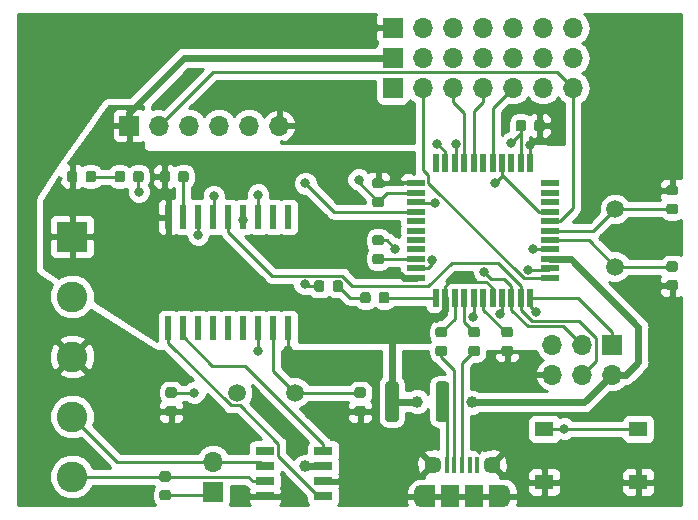
<source format=gbr>
G04 #@! TF.GenerationSoftware,KiCad,Pcbnew,(5.0.1)-4*
G04 #@! TF.CreationDate,2019-07-04T23:41:43-04:00*
G04 #@! TF.ProjectId,Receiver Board,526563656976657220426F6172642E6B,rev?*
G04 #@! TF.SameCoordinates,Original*
G04 #@! TF.FileFunction,Copper,L1,Top,Signal*
G04 #@! TF.FilePolarity,Positive*
%FSLAX46Y46*%
G04 Gerber Fmt 4.6, Leading zero omitted, Abs format (unit mm)*
G04 Created by KiCad (PCBNEW (5.0.1)-4) date 7/4/2019 11:41:43 PM*
%MOMM*%
%LPD*%
G01*
G04 APERTURE LIST*
G04 #@! TA.AperFunction,Conductor*
%ADD10C,0.100000*%
G04 #@! TD*
G04 #@! TA.AperFunction,SMDPad,CuDef*
%ADD11C,1.125000*%
G04 #@! TD*
G04 #@! TA.AperFunction,ComponentPad*
%ADD12R,2.600000X2.600000*%
G04 #@! TD*
G04 #@! TA.AperFunction,ComponentPad*
%ADD13C,2.600000*%
G04 #@! TD*
G04 #@! TA.AperFunction,SMDPad,CuDef*
%ADD14R,1.500000X1.900000*%
G04 #@! TD*
G04 #@! TA.AperFunction,ComponentPad*
%ADD15C,1.450000*%
G04 #@! TD*
G04 #@! TA.AperFunction,SMDPad,CuDef*
%ADD16R,0.400000X1.350000*%
G04 #@! TD*
G04 #@! TA.AperFunction,ComponentPad*
%ADD17O,1.200000X1.900000*%
G04 #@! TD*
G04 #@! TA.AperFunction,SMDPad,CuDef*
%ADD18R,1.200000X1.900000*%
G04 #@! TD*
G04 #@! TA.AperFunction,ComponentPad*
%ADD19R,1.700000X1.700000*%
G04 #@! TD*
G04 #@! TA.AperFunction,ComponentPad*
%ADD20O,1.700000X1.700000*%
G04 #@! TD*
G04 #@! TA.AperFunction,SMDPad,CuDef*
%ADD21R,1.550000X1.300000*%
G04 #@! TD*
G04 #@! TA.AperFunction,SMDPad,CuDef*
%ADD22R,1.600000X0.700000*%
G04 #@! TD*
G04 #@! TA.AperFunction,SMDPad,CuDef*
%ADD23R,0.600000X2.000000*%
G04 #@! TD*
G04 #@! TA.AperFunction,SMDPad,CuDef*
%ADD24R,0.600000X1.500000*%
G04 #@! TD*
G04 #@! TA.AperFunction,SMDPad,CuDef*
%ADD25R,1.500000X0.600000*%
G04 #@! TD*
G04 #@! TA.AperFunction,SMDPad,CuDef*
%ADD26C,0.875000*%
G04 #@! TD*
G04 #@! TA.AperFunction,ComponentPad*
%ADD27C,1.500000*%
G04 #@! TD*
G04 #@! TA.AperFunction,ViaPad*
%ADD28C,1.000000*%
G04 #@! TD*
G04 #@! TA.AperFunction,ViaPad*
%ADD29C,0.800000*%
G04 #@! TD*
G04 #@! TA.AperFunction,Conductor*
%ADD30C,0.250000*%
G04 #@! TD*
G04 #@! TA.AperFunction,Conductor*
%ADD31C,0.600000*%
G04 #@! TD*
G04 #@! TA.AperFunction,Conductor*
%ADD32C,0.254000*%
G04 #@! TD*
G04 APERTURE END LIST*
D10*
G04 #@! TO.N,Net-(F1-Pad1)*
G04 #@! TO.C,F1*
G36*
X160472505Y-63325204D02*
X160496773Y-63328804D01*
X160520572Y-63334765D01*
X160543671Y-63343030D01*
X160565850Y-63353520D01*
X160586893Y-63366132D01*
X160606599Y-63380747D01*
X160624777Y-63397223D01*
X160641253Y-63415401D01*
X160655868Y-63435107D01*
X160668480Y-63456150D01*
X160678970Y-63478329D01*
X160687235Y-63501428D01*
X160693196Y-63525227D01*
X160696796Y-63549495D01*
X160698000Y-63573999D01*
X160698000Y-66474001D01*
X160696796Y-66498505D01*
X160693196Y-66522773D01*
X160687235Y-66546572D01*
X160678970Y-66569671D01*
X160668480Y-66591850D01*
X160655868Y-66612893D01*
X160641253Y-66632599D01*
X160624777Y-66650777D01*
X160606599Y-66667253D01*
X160586893Y-66681868D01*
X160565850Y-66694480D01*
X160543671Y-66704970D01*
X160520572Y-66713235D01*
X160496773Y-66719196D01*
X160472505Y-66722796D01*
X160448001Y-66724000D01*
X159822999Y-66724000D01*
X159798495Y-66722796D01*
X159774227Y-66719196D01*
X159750428Y-66713235D01*
X159727329Y-66704970D01*
X159705150Y-66694480D01*
X159684107Y-66681868D01*
X159664401Y-66667253D01*
X159646223Y-66650777D01*
X159629747Y-66632599D01*
X159615132Y-66612893D01*
X159602520Y-66591850D01*
X159592030Y-66569671D01*
X159583765Y-66546572D01*
X159577804Y-66522773D01*
X159574204Y-66498505D01*
X159573000Y-66474001D01*
X159573000Y-63573999D01*
X159574204Y-63549495D01*
X159577804Y-63525227D01*
X159583765Y-63501428D01*
X159592030Y-63478329D01*
X159602520Y-63456150D01*
X159615132Y-63435107D01*
X159629747Y-63415401D01*
X159646223Y-63397223D01*
X159664401Y-63380747D01*
X159684107Y-63366132D01*
X159705150Y-63353520D01*
X159727329Y-63343030D01*
X159750428Y-63334765D01*
X159774227Y-63328804D01*
X159798495Y-63325204D01*
X159822999Y-63324000D01*
X160448001Y-63324000D01*
X160472505Y-63325204D01*
X160472505Y-63325204D01*
G37*
D11*
G04 #@! TD*
G04 #@! TO.P,F1,1*
G04 #@! TO.N,Net-(F1-Pad1)*
X160135500Y-65024000D03*
D10*
G04 #@! TO.N,+5V*
G04 #@! TO.C,F1*
G36*
X156197505Y-63325204D02*
X156221773Y-63328804D01*
X156245572Y-63334765D01*
X156268671Y-63343030D01*
X156290850Y-63353520D01*
X156311893Y-63366132D01*
X156331599Y-63380747D01*
X156349777Y-63397223D01*
X156366253Y-63415401D01*
X156380868Y-63435107D01*
X156393480Y-63456150D01*
X156403970Y-63478329D01*
X156412235Y-63501428D01*
X156418196Y-63525227D01*
X156421796Y-63549495D01*
X156423000Y-63573999D01*
X156423000Y-66474001D01*
X156421796Y-66498505D01*
X156418196Y-66522773D01*
X156412235Y-66546572D01*
X156403970Y-66569671D01*
X156393480Y-66591850D01*
X156380868Y-66612893D01*
X156366253Y-66632599D01*
X156349777Y-66650777D01*
X156331599Y-66667253D01*
X156311893Y-66681868D01*
X156290850Y-66694480D01*
X156268671Y-66704970D01*
X156245572Y-66713235D01*
X156221773Y-66719196D01*
X156197505Y-66722796D01*
X156173001Y-66724000D01*
X155547999Y-66724000D01*
X155523495Y-66722796D01*
X155499227Y-66719196D01*
X155475428Y-66713235D01*
X155452329Y-66704970D01*
X155430150Y-66694480D01*
X155409107Y-66681868D01*
X155389401Y-66667253D01*
X155371223Y-66650777D01*
X155354747Y-66632599D01*
X155340132Y-66612893D01*
X155327520Y-66591850D01*
X155317030Y-66569671D01*
X155308765Y-66546572D01*
X155302804Y-66522773D01*
X155299204Y-66498505D01*
X155298000Y-66474001D01*
X155298000Y-63573999D01*
X155299204Y-63549495D01*
X155302804Y-63525227D01*
X155308765Y-63501428D01*
X155317030Y-63478329D01*
X155327520Y-63456150D01*
X155340132Y-63435107D01*
X155354747Y-63415401D01*
X155371223Y-63397223D01*
X155389401Y-63380747D01*
X155409107Y-63366132D01*
X155430150Y-63353520D01*
X155452329Y-63343030D01*
X155475428Y-63334765D01*
X155499227Y-63328804D01*
X155523495Y-63325204D01*
X155547999Y-63324000D01*
X156173001Y-63324000D01*
X156197505Y-63325204D01*
X156197505Y-63325204D01*
G37*
D11*
G04 #@! TD*
G04 #@! TO.P,F1,2*
G04 #@! TO.N,+5V*
X155860500Y-65024000D03*
D12*
G04 #@! TO.P,J1,1*
G04 #@! TO.N,+5V*
X128778000Y-51054000D03*
D13*
G04 #@! TO.P,J1,2*
G04 #@! TO.N,+12V*
X128778000Y-56134000D03*
G04 #@! TO.P,J1,3*
G04 #@! TO.N,GND*
X128778000Y-61214000D03*
G04 #@! TO.P,J1,4*
G04 #@! TO.N,/CANL*
X128778000Y-66294000D03*
G04 #@! TO.P,J1,5*
G04 #@! TO.N,/CANH*
X128778000Y-71374000D03*
G04 #@! TD*
D14*
G04 #@! TO.P,J3,6*
G04 #@! TO.N,GND*
X162798000Y-73056000D03*
D15*
X159298000Y-70356000D03*
D16*
G04 #@! TO.P,J3,2*
G04 #@! TO.N,Net-(J3-Pad2)*
X161148000Y-70356000D03*
G04 #@! TO.P,J3,1*
G04 #@! TO.N,Net-(F1-Pad1)*
X160498000Y-70356000D03*
G04 #@! TO.P,J3,5*
G04 #@! TO.N,GND*
X163098000Y-70356000D03*
G04 #@! TO.P,J3,4*
G04 #@! TO.N,Net-(J3-Pad4)*
X162448000Y-70356000D03*
G04 #@! TO.P,J3,3*
G04 #@! TO.N,Net-(J3-Pad3)*
X161798000Y-70356000D03*
D15*
G04 #@! TO.P,J3,6*
G04 #@! TO.N,GND*
X164298000Y-70356000D03*
D14*
X160798000Y-73056000D03*
D17*
X158298000Y-73056000D03*
X165298000Y-73056000D03*
D18*
X164698000Y-73056000D03*
X158898000Y-73056000D03*
G04 #@! TD*
D19*
G04 #@! TO.P,J5,1*
G04 #@! TO.N,+5V*
X133604000Y-41656000D03*
D20*
G04 #@! TO.P,J5,2*
G04 #@! TO.N,/CH1*
X136144000Y-41656000D03*
G04 #@! TO.P,J5,3*
G04 #@! TO.N,/~INT*
X138684000Y-41656000D03*
G04 #@! TO.P,J5,4*
G04 #@! TO.N,/A0*
X141224000Y-41656000D03*
G04 #@! TO.P,J5,5*
G04 #@! TO.N,/A1*
X143764000Y-41656000D03*
G04 #@! TO.P,J5,6*
G04 #@! TO.N,GND*
X146304000Y-41656000D03*
G04 #@! TD*
D19*
G04 #@! TO.P,J6,1*
G04 #@! TO.N,/CH7*
X155941789Y-38467167D03*
D20*
G04 #@! TO.P,J6,2*
G04 #@! TO.N,/CH6*
X158481789Y-38467167D03*
G04 #@! TO.P,J6,3*
G04 #@! TO.N,/CH5*
X161021789Y-38467167D03*
G04 #@! TO.P,J6,4*
G04 #@! TO.N,/CH4*
X163561789Y-38467167D03*
G04 #@! TO.P,J6,5*
G04 #@! TO.N,/CH3*
X166101789Y-38467167D03*
G04 #@! TO.P,J6,6*
G04 #@! TO.N,/CH2*
X168641789Y-38467167D03*
G04 #@! TO.P,J6,7*
G04 #@! TO.N,/CH1*
X171181789Y-38467167D03*
G04 #@! TD*
G04 #@! TO.P,5V,7*
G04 #@! TO.N,Net-(J7-Pad7)*
X171181789Y-35927167D03*
G04 #@! TO.P,5V,6*
G04 #@! TO.N,Net-(J7-Pad6)*
X168641789Y-35927167D03*
G04 #@! TO.P,5V,5*
G04 #@! TO.N,Net-(J7-Pad5)*
X166101789Y-35927167D03*
G04 #@! TO.P,5V,4*
G04 #@! TO.N,Net-(J7-Pad4)*
X163561789Y-35927167D03*
G04 #@! TO.P,5V,3*
G04 #@! TO.N,Net-(J7-Pad3)*
X161021789Y-35927167D03*
G04 #@! TO.P,5V,2*
G04 #@! TO.N,Net-(J7-Pad2)*
X158481789Y-35927167D03*
D19*
G04 #@! TO.P,5V,1*
G04 #@! TO.N,+5V*
X155941789Y-35927167D03*
G04 #@! TD*
G04 #@! TO.P,GND,1*
G04 #@! TO.N,GND*
X155941789Y-33387167D03*
D20*
G04 #@! TO.P,GND,2*
G04 #@! TO.N,Net-(J8-Pad2)*
X158481789Y-33387167D03*
G04 #@! TO.P,GND,3*
G04 #@! TO.N,Net-(J8-Pad3)*
X161021789Y-33387167D03*
G04 #@! TO.P,GND,4*
G04 #@! TO.N,Net-(J8-Pad4)*
X163561789Y-33387167D03*
G04 #@! TO.P,GND,5*
G04 #@! TO.N,Net-(J8-Pad5)*
X166101789Y-33387167D03*
G04 #@! TO.P,GND,6*
G04 #@! TO.N,Net-(J8-Pad6)*
X168641789Y-33387167D03*
G04 #@! TO.P,GND,7*
G04 #@! TO.N,Net-(J8-Pad7)*
X171181789Y-33387167D03*
G04 #@! TD*
D21*
G04 #@! TO.P,SW1,2*
G04 #@! TO.N,GND*
X168740000Y-71846000D03*
G04 #@! TO.P,SW1,1*
G04 #@! TO.N,/RST*
X168740000Y-67346000D03*
X176700000Y-67346000D03*
G04 #@! TO.P,SW1,2*
G04 #@! TO.N,GND*
X176700000Y-71846000D03*
G04 #@! TD*
D22*
G04 #@! TO.P,U1,3*
G04 #@! TO.N,+5V*
X150039000Y-70485000D03*
G04 #@! TO.P,U1,2*
G04 #@! TO.N,GND*
X150039000Y-71755000D03*
G04 #@! TO.P,U1,4*
G04 #@! TO.N,Net-(U1-Pad4)*
X150039000Y-69215000D03*
G04 #@! TO.P,U1,1*
G04 #@! TO.N,Net-(U1-Pad1)*
X150039000Y-73025000D03*
G04 #@! TO.P,U1,5*
G04 #@! TO.N,Net-(U1-Pad5)*
X145109000Y-69215000D03*
G04 #@! TO.P,U1,6*
G04 #@! TO.N,/CANL*
X145109000Y-70485000D03*
G04 #@! TO.P,U1,7*
G04 #@! TO.N,/CANH*
X145109000Y-71755000D03*
G04 #@! TO.P,U1,8*
G04 #@! TO.N,GND*
X145109000Y-73025000D03*
G04 #@! TD*
D23*
G04 #@! TO.P,U2,1*
G04 #@! TO.N,Net-(U1-Pad1)*
X136906000Y-58802000D03*
G04 #@! TO.P,U2,2*
G04 #@! TO.N,Net-(U1-Pad4)*
X138176000Y-58802000D03*
G04 #@! TO.P,U2,3*
G04 #@! TO.N,Net-(U2-Pad3)*
X139446000Y-58802000D03*
G04 #@! TO.P,U2,4*
G04 #@! TO.N,Net-(U2-Pad4)*
X140716000Y-58802000D03*
G04 #@! TO.P,U2,5*
G04 #@! TO.N,Net-(U2-Pad5)*
X141986000Y-58802000D03*
G04 #@! TO.P,U2,6*
G04 #@! TO.N,Net-(U2-Pad6)*
X143256000Y-58802000D03*
G04 #@! TO.P,U2,7*
G04 #@! TO.N,Net-(C1-Pad1)*
X144526000Y-58802000D03*
G04 #@! TO.P,U2,8*
G04 #@! TO.N,Net-(C2-Pad1)*
X145796000Y-58802000D03*
G04 #@! TO.P,U2,9*
G04 #@! TO.N,GND*
X147066000Y-58802000D03*
G04 #@! TO.P,U2,10*
G04 #@! TO.N,Net-(U2-Pad10)*
X147066000Y-49402000D03*
G04 #@! TO.P,U2,11*
G04 #@! TO.N,Net-(U2-Pad11)*
X145796000Y-49402000D03*
G04 #@! TO.P,U2,12*
G04 #@! TO.N,/~INT*
X144526000Y-49402000D03*
G04 #@! TO.P,U2,13*
G04 #@! TO.N,/SCK*
X143256000Y-49402000D03*
G04 #@! TO.P,U2,14*
G04 #@! TO.N,/MOSI*
X141986000Y-49402000D03*
G04 #@! TO.P,U2,15*
G04 #@! TO.N,/MISO*
X140716000Y-49402000D03*
G04 #@! TO.P,U2,16*
G04 #@! TO.N,/~CS*
X139446000Y-49402000D03*
G04 #@! TO.P,U2,17*
G04 #@! TO.N,Net-(R6-Pad2)*
X138176000Y-49402000D03*
G04 #@! TO.P,U2,18*
G04 #@! TO.N,+5V*
X136906000Y-49402000D03*
G04 #@! TD*
D24*
G04 #@! TO.P,U3,6*
G04 #@! TO.N,Net-(C6-Pad1)*
X163576000Y-56246000D03*
G04 #@! TO.P,U3,5*
G04 #@! TO.N,GND*
X162776000Y-56246000D03*
G04 #@! TO.P,U3,4*
G04 #@! TO.N,/D+*
X161976000Y-56246000D03*
G04 #@! TO.P,U3,3*
G04 #@! TO.N,/D-*
X161176000Y-56246000D03*
G04 #@! TO.P,U3,2*
G04 #@! TO.N,+5V*
X160376000Y-56246000D03*
G04 #@! TO.P,U3,1*
G04 #@! TO.N,/PE6*
X159576000Y-56246000D03*
G04 #@! TO.P,U3,7*
G04 #@! TO.N,+5V*
X164376000Y-56246000D03*
G04 #@! TO.P,U3,8*
G04 #@! TO.N,/~CS*
X165176000Y-56246000D03*
G04 #@! TO.P,U3,9*
G04 #@! TO.N,/SCK*
X165976000Y-56246000D03*
G04 #@! TO.P,U3,10*
G04 #@! TO.N,/MOSI*
X166776000Y-56246000D03*
G04 #@! TO.P,U3,11*
G04 #@! TO.N,/MISO*
X167576000Y-56246000D03*
G04 #@! TO.P,U3,28*
G04 #@! TO.N,Net-(U3-Pad28)*
X163576000Y-44846000D03*
G04 #@! TO.P,U3,29*
G04 #@! TO.N,/CH4*
X162776000Y-44846000D03*
G04 #@! TO.P,U3,30*
G04 #@! TO.N,/CH5*
X161976000Y-44846000D03*
G04 #@! TO.P,U3,31*
G04 #@! TO.N,/CH2*
X161176000Y-44846000D03*
G04 #@! TO.P,U3,32*
G04 #@! TO.N,/CH7*
X160376000Y-44846000D03*
G04 #@! TO.P,U3,33*
G04 #@! TO.N,Net-(U3-Pad33)*
X159576000Y-44846000D03*
G04 #@! TO.P,U3,27*
G04 #@! TO.N,/CH3*
X164376000Y-44846000D03*
G04 #@! TO.P,U3,26*
G04 #@! TO.N,/~INT*
X165176000Y-44846000D03*
G04 #@! TO.P,U3,25*
G04 #@! TO.N,Net-(U3-Pad25)*
X165976000Y-44846000D03*
G04 #@! TO.P,U3,24*
G04 #@! TO.N,+5V*
X166776000Y-44846000D03*
G04 #@! TO.P,U3,23*
G04 #@! TO.N,GND*
X167576000Y-44846000D03*
D25*
G04 #@! TO.P,U3,17*
G04 #@! TO.N,/XTAL1*
X169276000Y-50546000D03*
G04 #@! TO.P,U3,18*
G04 #@! TO.N,/CH1*
X169276000Y-49746000D03*
G04 #@! TO.P,U3,19*
G04 #@! TO.N,/~INT*
X169276000Y-48946000D03*
G04 #@! TO.P,U3,20*
G04 #@! TO.N,Net-(U3-Pad20)*
X169276000Y-48146000D03*
G04 #@! TO.P,U3,21*
G04 #@! TO.N,Net-(U3-Pad21)*
X169276000Y-47346000D03*
G04 #@! TO.P,U3,22*
G04 #@! TO.N,Net-(U3-Pad22)*
X169276000Y-46546000D03*
G04 #@! TO.P,U3,16*
G04 #@! TO.N,Net-(C7-Pad2)*
X169276000Y-51346000D03*
G04 #@! TO.P,U3,15*
G04 #@! TO.N,GND*
X169276000Y-52146000D03*
G04 #@! TO.P,U3,14*
G04 #@! TO.N,+5V*
X169276000Y-52946000D03*
G04 #@! TO.P,U3,13*
G04 #@! TO.N,/RST*
X169276000Y-53746000D03*
G04 #@! TO.P,U3,12*
G04 #@! TO.N,/CH6*
X169276000Y-54546000D03*
G04 #@! TO.P,U3,34*
G04 #@! TO.N,+5V*
X157876000Y-46546000D03*
G04 #@! TO.P,U3,35*
G04 #@! TO.N,GND*
X157876000Y-47346000D03*
G04 #@! TO.P,U3,36*
G04 #@! TO.N,/A0*
X157876000Y-48146000D03*
G04 #@! TO.P,U3,37*
G04 #@! TO.N,/A1*
X157876000Y-48946000D03*
G04 #@! TO.P,U3,38*
G04 #@! TO.N,Net-(U3-Pad38)*
X157876000Y-49746000D03*
G04 #@! TO.P,U3,39*
G04 #@! TO.N,Net-(U3-Pad39)*
X157876000Y-50546000D03*
G04 #@! TO.P,U3,40*
G04 #@! TO.N,Net-(U3-Pad40)*
X157876000Y-51346000D03*
G04 #@! TO.P,U3,41*
G04 #@! TO.N,Net-(U3-Pad41)*
X157876000Y-52146000D03*
G04 #@! TO.P,U3,42*
G04 #@! TO.N,Net-(C3-Pad1)*
X157876000Y-52946000D03*
G04 #@! TO.P,U3,43*
G04 #@! TO.N,GND*
X157876000Y-53746000D03*
G04 #@! TO.P,U3,44*
G04 #@! TO.N,+5V*
X157876000Y-54546000D03*
G04 #@! TD*
D10*
G04 #@! TO.N,Net-(C1-Pad1)*
G04 #@! TO.C,C1*
G36*
X137437691Y-63825553D02*
X137458926Y-63828703D01*
X137479750Y-63833919D01*
X137499962Y-63841151D01*
X137519368Y-63850330D01*
X137537781Y-63861366D01*
X137555024Y-63874154D01*
X137570930Y-63888570D01*
X137585346Y-63904476D01*
X137598134Y-63921719D01*
X137609170Y-63940132D01*
X137618349Y-63959538D01*
X137625581Y-63979750D01*
X137630797Y-64000574D01*
X137633947Y-64021809D01*
X137635000Y-64043250D01*
X137635000Y-64480750D01*
X137633947Y-64502191D01*
X137630797Y-64523426D01*
X137625581Y-64544250D01*
X137618349Y-64564462D01*
X137609170Y-64583868D01*
X137598134Y-64602281D01*
X137585346Y-64619524D01*
X137570930Y-64635430D01*
X137555024Y-64649846D01*
X137537781Y-64662634D01*
X137519368Y-64673670D01*
X137499962Y-64682849D01*
X137479750Y-64690081D01*
X137458926Y-64695297D01*
X137437691Y-64698447D01*
X137416250Y-64699500D01*
X136903750Y-64699500D01*
X136882309Y-64698447D01*
X136861074Y-64695297D01*
X136840250Y-64690081D01*
X136820038Y-64682849D01*
X136800632Y-64673670D01*
X136782219Y-64662634D01*
X136764976Y-64649846D01*
X136749070Y-64635430D01*
X136734654Y-64619524D01*
X136721866Y-64602281D01*
X136710830Y-64583868D01*
X136701651Y-64564462D01*
X136694419Y-64544250D01*
X136689203Y-64523426D01*
X136686053Y-64502191D01*
X136685000Y-64480750D01*
X136685000Y-64043250D01*
X136686053Y-64021809D01*
X136689203Y-64000574D01*
X136694419Y-63979750D01*
X136701651Y-63959538D01*
X136710830Y-63940132D01*
X136721866Y-63921719D01*
X136734654Y-63904476D01*
X136749070Y-63888570D01*
X136764976Y-63874154D01*
X136782219Y-63861366D01*
X136800632Y-63850330D01*
X136820038Y-63841151D01*
X136840250Y-63833919D01*
X136861074Y-63828703D01*
X136882309Y-63825553D01*
X136903750Y-63824500D01*
X137416250Y-63824500D01*
X137437691Y-63825553D01*
X137437691Y-63825553D01*
G37*
D26*
G04 #@! TD*
G04 #@! TO.P,C1,1*
G04 #@! TO.N,Net-(C1-Pad1)*
X137160000Y-64262000D03*
D10*
G04 #@! TO.N,GND*
G04 #@! TO.C,C1*
G36*
X137437691Y-65400553D02*
X137458926Y-65403703D01*
X137479750Y-65408919D01*
X137499962Y-65416151D01*
X137519368Y-65425330D01*
X137537781Y-65436366D01*
X137555024Y-65449154D01*
X137570930Y-65463570D01*
X137585346Y-65479476D01*
X137598134Y-65496719D01*
X137609170Y-65515132D01*
X137618349Y-65534538D01*
X137625581Y-65554750D01*
X137630797Y-65575574D01*
X137633947Y-65596809D01*
X137635000Y-65618250D01*
X137635000Y-66055750D01*
X137633947Y-66077191D01*
X137630797Y-66098426D01*
X137625581Y-66119250D01*
X137618349Y-66139462D01*
X137609170Y-66158868D01*
X137598134Y-66177281D01*
X137585346Y-66194524D01*
X137570930Y-66210430D01*
X137555024Y-66224846D01*
X137537781Y-66237634D01*
X137519368Y-66248670D01*
X137499962Y-66257849D01*
X137479750Y-66265081D01*
X137458926Y-66270297D01*
X137437691Y-66273447D01*
X137416250Y-66274500D01*
X136903750Y-66274500D01*
X136882309Y-66273447D01*
X136861074Y-66270297D01*
X136840250Y-66265081D01*
X136820038Y-66257849D01*
X136800632Y-66248670D01*
X136782219Y-66237634D01*
X136764976Y-66224846D01*
X136749070Y-66210430D01*
X136734654Y-66194524D01*
X136721866Y-66177281D01*
X136710830Y-66158868D01*
X136701651Y-66139462D01*
X136694419Y-66119250D01*
X136689203Y-66098426D01*
X136686053Y-66077191D01*
X136685000Y-66055750D01*
X136685000Y-65618250D01*
X136686053Y-65596809D01*
X136689203Y-65575574D01*
X136694419Y-65554750D01*
X136701651Y-65534538D01*
X136710830Y-65515132D01*
X136721866Y-65496719D01*
X136734654Y-65479476D01*
X136749070Y-65463570D01*
X136764976Y-65449154D01*
X136782219Y-65436366D01*
X136800632Y-65425330D01*
X136820038Y-65416151D01*
X136840250Y-65408919D01*
X136861074Y-65403703D01*
X136882309Y-65400553D01*
X136903750Y-65399500D01*
X137416250Y-65399500D01*
X137437691Y-65400553D01*
X137437691Y-65400553D01*
G37*
D26*
G04 #@! TD*
G04 #@! TO.P,C1,2*
G04 #@! TO.N,GND*
X137160000Y-65837000D03*
D10*
G04 #@! TO.N,GND*
G04 #@! TO.C,C2*
G36*
X153439691Y-65400553D02*
X153460926Y-65403703D01*
X153481750Y-65408919D01*
X153501962Y-65416151D01*
X153521368Y-65425330D01*
X153539781Y-65436366D01*
X153557024Y-65449154D01*
X153572930Y-65463570D01*
X153587346Y-65479476D01*
X153600134Y-65496719D01*
X153611170Y-65515132D01*
X153620349Y-65534538D01*
X153627581Y-65554750D01*
X153632797Y-65575574D01*
X153635947Y-65596809D01*
X153637000Y-65618250D01*
X153637000Y-66055750D01*
X153635947Y-66077191D01*
X153632797Y-66098426D01*
X153627581Y-66119250D01*
X153620349Y-66139462D01*
X153611170Y-66158868D01*
X153600134Y-66177281D01*
X153587346Y-66194524D01*
X153572930Y-66210430D01*
X153557024Y-66224846D01*
X153539781Y-66237634D01*
X153521368Y-66248670D01*
X153501962Y-66257849D01*
X153481750Y-66265081D01*
X153460926Y-66270297D01*
X153439691Y-66273447D01*
X153418250Y-66274500D01*
X152905750Y-66274500D01*
X152884309Y-66273447D01*
X152863074Y-66270297D01*
X152842250Y-66265081D01*
X152822038Y-66257849D01*
X152802632Y-66248670D01*
X152784219Y-66237634D01*
X152766976Y-66224846D01*
X152751070Y-66210430D01*
X152736654Y-66194524D01*
X152723866Y-66177281D01*
X152712830Y-66158868D01*
X152703651Y-66139462D01*
X152696419Y-66119250D01*
X152691203Y-66098426D01*
X152688053Y-66077191D01*
X152687000Y-66055750D01*
X152687000Y-65618250D01*
X152688053Y-65596809D01*
X152691203Y-65575574D01*
X152696419Y-65554750D01*
X152703651Y-65534538D01*
X152712830Y-65515132D01*
X152723866Y-65496719D01*
X152736654Y-65479476D01*
X152751070Y-65463570D01*
X152766976Y-65449154D01*
X152784219Y-65436366D01*
X152802632Y-65425330D01*
X152822038Y-65416151D01*
X152842250Y-65408919D01*
X152863074Y-65403703D01*
X152884309Y-65400553D01*
X152905750Y-65399500D01*
X153418250Y-65399500D01*
X153439691Y-65400553D01*
X153439691Y-65400553D01*
G37*
D26*
G04 #@! TD*
G04 #@! TO.P,C2,2*
G04 #@! TO.N,GND*
X153162000Y-65837000D03*
D10*
G04 #@! TO.N,Net-(C2-Pad1)*
G04 #@! TO.C,C2*
G36*
X153439691Y-63825553D02*
X153460926Y-63828703D01*
X153481750Y-63833919D01*
X153501962Y-63841151D01*
X153521368Y-63850330D01*
X153539781Y-63861366D01*
X153557024Y-63874154D01*
X153572930Y-63888570D01*
X153587346Y-63904476D01*
X153600134Y-63921719D01*
X153611170Y-63940132D01*
X153620349Y-63959538D01*
X153627581Y-63979750D01*
X153632797Y-64000574D01*
X153635947Y-64021809D01*
X153637000Y-64043250D01*
X153637000Y-64480750D01*
X153635947Y-64502191D01*
X153632797Y-64523426D01*
X153627581Y-64544250D01*
X153620349Y-64564462D01*
X153611170Y-64583868D01*
X153600134Y-64602281D01*
X153587346Y-64619524D01*
X153572930Y-64635430D01*
X153557024Y-64649846D01*
X153539781Y-64662634D01*
X153521368Y-64673670D01*
X153501962Y-64682849D01*
X153481750Y-64690081D01*
X153460926Y-64695297D01*
X153439691Y-64698447D01*
X153418250Y-64699500D01*
X152905750Y-64699500D01*
X152884309Y-64698447D01*
X152863074Y-64695297D01*
X152842250Y-64690081D01*
X152822038Y-64682849D01*
X152802632Y-64673670D01*
X152784219Y-64662634D01*
X152766976Y-64649846D01*
X152751070Y-64635430D01*
X152736654Y-64619524D01*
X152723866Y-64602281D01*
X152712830Y-64583868D01*
X152703651Y-64564462D01*
X152696419Y-64544250D01*
X152691203Y-64523426D01*
X152688053Y-64502191D01*
X152687000Y-64480750D01*
X152687000Y-64043250D01*
X152688053Y-64021809D01*
X152691203Y-64000574D01*
X152696419Y-63979750D01*
X152703651Y-63959538D01*
X152712830Y-63940132D01*
X152723866Y-63921719D01*
X152736654Y-63904476D01*
X152751070Y-63888570D01*
X152766976Y-63874154D01*
X152784219Y-63861366D01*
X152802632Y-63850330D01*
X152822038Y-63841151D01*
X152842250Y-63833919D01*
X152863074Y-63828703D01*
X152884309Y-63825553D01*
X152905750Y-63824500D01*
X153418250Y-63824500D01*
X153439691Y-63825553D01*
X153439691Y-63825553D01*
G37*
D26*
G04 #@! TD*
G04 #@! TO.P,C2,1*
G04 #@! TO.N,Net-(C2-Pad1)*
X153162000Y-64262000D03*
D10*
G04 #@! TO.N,Net-(C3-Pad1)*
G04 #@! TO.C,C3*
G36*
X154963691Y-52509553D02*
X154984926Y-52512703D01*
X155005750Y-52517919D01*
X155025962Y-52525151D01*
X155045368Y-52534330D01*
X155063781Y-52545366D01*
X155081024Y-52558154D01*
X155096930Y-52572570D01*
X155111346Y-52588476D01*
X155124134Y-52605719D01*
X155135170Y-52624132D01*
X155144349Y-52643538D01*
X155151581Y-52663750D01*
X155156797Y-52684574D01*
X155159947Y-52705809D01*
X155161000Y-52727250D01*
X155161000Y-53164750D01*
X155159947Y-53186191D01*
X155156797Y-53207426D01*
X155151581Y-53228250D01*
X155144349Y-53248462D01*
X155135170Y-53267868D01*
X155124134Y-53286281D01*
X155111346Y-53303524D01*
X155096930Y-53319430D01*
X155081024Y-53333846D01*
X155063781Y-53346634D01*
X155045368Y-53357670D01*
X155025962Y-53366849D01*
X155005750Y-53374081D01*
X154984926Y-53379297D01*
X154963691Y-53382447D01*
X154942250Y-53383500D01*
X154429750Y-53383500D01*
X154408309Y-53382447D01*
X154387074Y-53379297D01*
X154366250Y-53374081D01*
X154346038Y-53366849D01*
X154326632Y-53357670D01*
X154308219Y-53346634D01*
X154290976Y-53333846D01*
X154275070Y-53319430D01*
X154260654Y-53303524D01*
X154247866Y-53286281D01*
X154236830Y-53267868D01*
X154227651Y-53248462D01*
X154220419Y-53228250D01*
X154215203Y-53207426D01*
X154212053Y-53186191D01*
X154211000Y-53164750D01*
X154211000Y-52727250D01*
X154212053Y-52705809D01*
X154215203Y-52684574D01*
X154220419Y-52663750D01*
X154227651Y-52643538D01*
X154236830Y-52624132D01*
X154247866Y-52605719D01*
X154260654Y-52588476D01*
X154275070Y-52572570D01*
X154290976Y-52558154D01*
X154308219Y-52545366D01*
X154326632Y-52534330D01*
X154346038Y-52525151D01*
X154366250Y-52517919D01*
X154387074Y-52512703D01*
X154408309Y-52509553D01*
X154429750Y-52508500D01*
X154942250Y-52508500D01*
X154963691Y-52509553D01*
X154963691Y-52509553D01*
G37*
D26*
G04 #@! TD*
G04 #@! TO.P,C3,1*
G04 #@! TO.N,Net-(C3-Pad1)*
X154686000Y-52946000D03*
D10*
G04 #@! TO.N,GND*
G04 #@! TO.C,C3*
G36*
X154963691Y-50934553D02*
X154984926Y-50937703D01*
X155005750Y-50942919D01*
X155025962Y-50950151D01*
X155045368Y-50959330D01*
X155063781Y-50970366D01*
X155081024Y-50983154D01*
X155096930Y-50997570D01*
X155111346Y-51013476D01*
X155124134Y-51030719D01*
X155135170Y-51049132D01*
X155144349Y-51068538D01*
X155151581Y-51088750D01*
X155156797Y-51109574D01*
X155159947Y-51130809D01*
X155161000Y-51152250D01*
X155161000Y-51589750D01*
X155159947Y-51611191D01*
X155156797Y-51632426D01*
X155151581Y-51653250D01*
X155144349Y-51673462D01*
X155135170Y-51692868D01*
X155124134Y-51711281D01*
X155111346Y-51728524D01*
X155096930Y-51744430D01*
X155081024Y-51758846D01*
X155063781Y-51771634D01*
X155045368Y-51782670D01*
X155025962Y-51791849D01*
X155005750Y-51799081D01*
X154984926Y-51804297D01*
X154963691Y-51807447D01*
X154942250Y-51808500D01*
X154429750Y-51808500D01*
X154408309Y-51807447D01*
X154387074Y-51804297D01*
X154366250Y-51799081D01*
X154346038Y-51791849D01*
X154326632Y-51782670D01*
X154308219Y-51771634D01*
X154290976Y-51758846D01*
X154275070Y-51744430D01*
X154260654Y-51728524D01*
X154247866Y-51711281D01*
X154236830Y-51692868D01*
X154227651Y-51673462D01*
X154220419Y-51653250D01*
X154215203Y-51632426D01*
X154212053Y-51611191D01*
X154211000Y-51589750D01*
X154211000Y-51152250D01*
X154212053Y-51130809D01*
X154215203Y-51109574D01*
X154220419Y-51088750D01*
X154227651Y-51068538D01*
X154236830Y-51049132D01*
X154247866Y-51030719D01*
X154260654Y-51013476D01*
X154275070Y-50997570D01*
X154290976Y-50983154D01*
X154308219Y-50970366D01*
X154326632Y-50959330D01*
X154346038Y-50950151D01*
X154366250Y-50942919D01*
X154387074Y-50937703D01*
X154408309Y-50934553D01*
X154429750Y-50933500D01*
X154942250Y-50933500D01*
X154963691Y-50934553D01*
X154963691Y-50934553D01*
G37*
D26*
G04 #@! TD*
G04 #@! TO.P,C3,2*
G04 #@! TO.N,GND*
X154686000Y-51371000D03*
D10*
G04 #@! TO.N,GND*
G04 #@! TO.C,C4*
G36*
X168591191Y-41182053D02*
X168612426Y-41185203D01*
X168633250Y-41190419D01*
X168653462Y-41197651D01*
X168672868Y-41206830D01*
X168691281Y-41217866D01*
X168708524Y-41230654D01*
X168724430Y-41245070D01*
X168738846Y-41260976D01*
X168751634Y-41278219D01*
X168762670Y-41296632D01*
X168771849Y-41316038D01*
X168779081Y-41336250D01*
X168784297Y-41357074D01*
X168787447Y-41378309D01*
X168788500Y-41399750D01*
X168788500Y-41912250D01*
X168787447Y-41933691D01*
X168784297Y-41954926D01*
X168779081Y-41975750D01*
X168771849Y-41995962D01*
X168762670Y-42015368D01*
X168751634Y-42033781D01*
X168738846Y-42051024D01*
X168724430Y-42066930D01*
X168708524Y-42081346D01*
X168691281Y-42094134D01*
X168672868Y-42105170D01*
X168653462Y-42114349D01*
X168633250Y-42121581D01*
X168612426Y-42126797D01*
X168591191Y-42129947D01*
X168569750Y-42131000D01*
X168132250Y-42131000D01*
X168110809Y-42129947D01*
X168089574Y-42126797D01*
X168068750Y-42121581D01*
X168048538Y-42114349D01*
X168029132Y-42105170D01*
X168010719Y-42094134D01*
X167993476Y-42081346D01*
X167977570Y-42066930D01*
X167963154Y-42051024D01*
X167950366Y-42033781D01*
X167939330Y-42015368D01*
X167930151Y-41995962D01*
X167922919Y-41975750D01*
X167917703Y-41954926D01*
X167914553Y-41933691D01*
X167913500Y-41912250D01*
X167913500Y-41399750D01*
X167914553Y-41378309D01*
X167917703Y-41357074D01*
X167922919Y-41336250D01*
X167930151Y-41316038D01*
X167939330Y-41296632D01*
X167950366Y-41278219D01*
X167963154Y-41260976D01*
X167977570Y-41245070D01*
X167993476Y-41230654D01*
X168010719Y-41217866D01*
X168029132Y-41206830D01*
X168048538Y-41197651D01*
X168068750Y-41190419D01*
X168089574Y-41185203D01*
X168110809Y-41182053D01*
X168132250Y-41181000D01*
X168569750Y-41181000D01*
X168591191Y-41182053D01*
X168591191Y-41182053D01*
G37*
D26*
G04 #@! TD*
G04 #@! TO.P,C4,1*
G04 #@! TO.N,GND*
X168351000Y-41656000D03*
D10*
G04 #@! TO.N,+5V*
G04 #@! TO.C,C4*
G36*
X167016191Y-41182053D02*
X167037426Y-41185203D01*
X167058250Y-41190419D01*
X167078462Y-41197651D01*
X167097868Y-41206830D01*
X167116281Y-41217866D01*
X167133524Y-41230654D01*
X167149430Y-41245070D01*
X167163846Y-41260976D01*
X167176634Y-41278219D01*
X167187670Y-41296632D01*
X167196849Y-41316038D01*
X167204081Y-41336250D01*
X167209297Y-41357074D01*
X167212447Y-41378309D01*
X167213500Y-41399750D01*
X167213500Y-41912250D01*
X167212447Y-41933691D01*
X167209297Y-41954926D01*
X167204081Y-41975750D01*
X167196849Y-41995962D01*
X167187670Y-42015368D01*
X167176634Y-42033781D01*
X167163846Y-42051024D01*
X167149430Y-42066930D01*
X167133524Y-42081346D01*
X167116281Y-42094134D01*
X167097868Y-42105170D01*
X167078462Y-42114349D01*
X167058250Y-42121581D01*
X167037426Y-42126797D01*
X167016191Y-42129947D01*
X166994750Y-42131000D01*
X166557250Y-42131000D01*
X166535809Y-42129947D01*
X166514574Y-42126797D01*
X166493750Y-42121581D01*
X166473538Y-42114349D01*
X166454132Y-42105170D01*
X166435719Y-42094134D01*
X166418476Y-42081346D01*
X166402570Y-42066930D01*
X166388154Y-42051024D01*
X166375366Y-42033781D01*
X166364330Y-42015368D01*
X166355151Y-41995962D01*
X166347919Y-41975750D01*
X166342703Y-41954926D01*
X166339553Y-41933691D01*
X166338500Y-41912250D01*
X166338500Y-41399750D01*
X166339553Y-41378309D01*
X166342703Y-41357074D01*
X166347919Y-41336250D01*
X166355151Y-41316038D01*
X166364330Y-41296632D01*
X166375366Y-41278219D01*
X166388154Y-41260976D01*
X166402570Y-41245070D01*
X166418476Y-41230654D01*
X166435719Y-41217866D01*
X166454132Y-41206830D01*
X166473538Y-41197651D01*
X166493750Y-41190419D01*
X166514574Y-41185203D01*
X166535809Y-41182053D01*
X166557250Y-41181000D01*
X166994750Y-41181000D01*
X167016191Y-41182053D01*
X167016191Y-41182053D01*
G37*
D26*
G04 #@! TD*
G04 #@! TO.P,C4,2*
G04 #@! TO.N,+5V*
X166776000Y-41656000D03*
D10*
G04 #@! TO.N,+5V*
G04 #@! TO.C,C5*
G36*
X154963691Y-46109553D02*
X154984926Y-46112703D01*
X155005750Y-46117919D01*
X155025962Y-46125151D01*
X155045368Y-46134330D01*
X155063781Y-46145366D01*
X155081024Y-46158154D01*
X155096930Y-46172570D01*
X155111346Y-46188476D01*
X155124134Y-46205719D01*
X155135170Y-46224132D01*
X155144349Y-46243538D01*
X155151581Y-46263750D01*
X155156797Y-46284574D01*
X155159947Y-46305809D01*
X155161000Y-46327250D01*
X155161000Y-46764750D01*
X155159947Y-46786191D01*
X155156797Y-46807426D01*
X155151581Y-46828250D01*
X155144349Y-46848462D01*
X155135170Y-46867868D01*
X155124134Y-46886281D01*
X155111346Y-46903524D01*
X155096930Y-46919430D01*
X155081024Y-46933846D01*
X155063781Y-46946634D01*
X155045368Y-46957670D01*
X155025962Y-46966849D01*
X155005750Y-46974081D01*
X154984926Y-46979297D01*
X154963691Y-46982447D01*
X154942250Y-46983500D01*
X154429750Y-46983500D01*
X154408309Y-46982447D01*
X154387074Y-46979297D01*
X154366250Y-46974081D01*
X154346038Y-46966849D01*
X154326632Y-46957670D01*
X154308219Y-46946634D01*
X154290976Y-46933846D01*
X154275070Y-46919430D01*
X154260654Y-46903524D01*
X154247866Y-46886281D01*
X154236830Y-46867868D01*
X154227651Y-46848462D01*
X154220419Y-46828250D01*
X154215203Y-46807426D01*
X154212053Y-46786191D01*
X154211000Y-46764750D01*
X154211000Y-46327250D01*
X154212053Y-46305809D01*
X154215203Y-46284574D01*
X154220419Y-46263750D01*
X154227651Y-46243538D01*
X154236830Y-46224132D01*
X154247866Y-46205719D01*
X154260654Y-46188476D01*
X154275070Y-46172570D01*
X154290976Y-46158154D01*
X154308219Y-46145366D01*
X154326632Y-46134330D01*
X154346038Y-46125151D01*
X154366250Y-46117919D01*
X154387074Y-46112703D01*
X154408309Y-46109553D01*
X154429750Y-46108500D01*
X154942250Y-46108500D01*
X154963691Y-46109553D01*
X154963691Y-46109553D01*
G37*
D26*
G04 #@! TD*
G04 #@! TO.P,C5,2*
G04 #@! TO.N,+5V*
X154686000Y-46546000D03*
D10*
G04 #@! TO.N,GND*
G04 #@! TO.C,C5*
G36*
X154963691Y-47684553D02*
X154984926Y-47687703D01*
X155005750Y-47692919D01*
X155025962Y-47700151D01*
X155045368Y-47709330D01*
X155063781Y-47720366D01*
X155081024Y-47733154D01*
X155096930Y-47747570D01*
X155111346Y-47763476D01*
X155124134Y-47780719D01*
X155135170Y-47799132D01*
X155144349Y-47818538D01*
X155151581Y-47838750D01*
X155156797Y-47859574D01*
X155159947Y-47880809D01*
X155161000Y-47902250D01*
X155161000Y-48339750D01*
X155159947Y-48361191D01*
X155156797Y-48382426D01*
X155151581Y-48403250D01*
X155144349Y-48423462D01*
X155135170Y-48442868D01*
X155124134Y-48461281D01*
X155111346Y-48478524D01*
X155096930Y-48494430D01*
X155081024Y-48508846D01*
X155063781Y-48521634D01*
X155045368Y-48532670D01*
X155025962Y-48541849D01*
X155005750Y-48549081D01*
X154984926Y-48554297D01*
X154963691Y-48557447D01*
X154942250Y-48558500D01*
X154429750Y-48558500D01*
X154408309Y-48557447D01*
X154387074Y-48554297D01*
X154366250Y-48549081D01*
X154346038Y-48541849D01*
X154326632Y-48532670D01*
X154308219Y-48521634D01*
X154290976Y-48508846D01*
X154275070Y-48494430D01*
X154260654Y-48478524D01*
X154247866Y-48461281D01*
X154236830Y-48442868D01*
X154227651Y-48423462D01*
X154220419Y-48403250D01*
X154215203Y-48382426D01*
X154212053Y-48361191D01*
X154211000Y-48339750D01*
X154211000Y-47902250D01*
X154212053Y-47880809D01*
X154215203Y-47859574D01*
X154220419Y-47838750D01*
X154227651Y-47818538D01*
X154236830Y-47799132D01*
X154247866Y-47780719D01*
X154260654Y-47763476D01*
X154275070Y-47747570D01*
X154290976Y-47733154D01*
X154308219Y-47720366D01*
X154326632Y-47709330D01*
X154346038Y-47700151D01*
X154366250Y-47692919D01*
X154387074Y-47687703D01*
X154408309Y-47684553D01*
X154429750Y-47683500D01*
X154942250Y-47683500D01*
X154963691Y-47684553D01*
X154963691Y-47684553D01*
G37*
D26*
G04 #@! TD*
G04 #@! TO.P,C5,1*
G04 #@! TO.N,GND*
X154686000Y-48121000D03*
D10*
G04 #@! TO.N,GND*
G04 #@! TO.C,C6*
G36*
X165885691Y-60295053D02*
X165906926Y-60298203D01*
X165927750Y-60303419D01*
X165947962Y-60310651D01*
X165967368Y-60319830D01*
X165985781Y-60330866D01*
X166003024Y-60343654D01*
X166018930Y-60358070D01*
X166033346Y-60373976D01*
X166046134Y-60391219D01*
X166057170Y-60409632D01*
X166066349Y-60429038D01*
X166073581Y-60449250D01*
X166078797Y-60470074D01*
X166081947Y-60491309D01*
X166083000Y-60512750D01*
X166083000Y-60950250D01*
X166081947Y-60971691D01*
X166078797Y-60992926D01*
X166073581Y-61013750D01*
X166066349Y-61033962D01*
X166057170Y-61053368D01*
X166046134Y-61071781D01*
X166033346Y-61089024D01*
X166018930Y-61104930D01*
X166003024Y-61119346D01*
X165985781Y-61132134D01*
X165967368Y-61143170D01*
X165947962Y-61152349D01*
X165927750Y-61159581D01*
X165906926Y-61164797D01*
X165885691Y-61167947D01*
X165864250Y-61169000D01*
X165351750Y-61169000D01*
X165330309Y-61167947D01*
X165309074Y-61164797D01*
X165288250Y-61159581D01*
X165268038Y-61152349D01*
X165248632Y-61143170D01*
X165230219Y-61132134D01*
X165212976Y-61119346D01*
X165197070Y-61104930D01*
X165182654Y-61089024D01*
X165169866Y-61071781D01*
X165158830Y-61053368D01*
X165149651Y-61033962D01*
X165142419Y-61013750D01*
X165137203Y-60992926D01*
X165134053Y-60971691D01*
X165133000Y-60950250D01*
X165133000Y-60512750D01*
X165134053Y-60491309D01*
X165137203Y-60470074D01*
X165142419Y-60449250D01*
X165149651Y-60429038D01*
X165158830Y-60409632D01*
X165169866Y-60391219D01*
X165182654Y-60373976D01*
X165197070Y-60358070D01*
X165212976Y-60343654D01*
X165230219Y-60330866D01*
X165248632Y-60319830D01*
X165268038Y-60310651D01*
X165288250Y-60303419D01*
X165309074Y-60298203D01*
X165330309Y-60295053D01*
X165351750Y-60294000D01*
X165864250Y-60294000D01*
X165885691Y-60295053D01*
X165885691Y-60295053D01*
G37*
D26*
G04 #@! TD*
G04 #@! TO.P,C6,2*
G04 #@! TO.N,GND*
X165608000Y-60731500D03*
D10*
G04 #@! TO.N,Net-(C6-Pad1)*
G04 #@! TO.C,C6*
G36*
X165885691Y-58720053D02*
X165906926Y-58723203D01*
X165927750Y-58728419D01*
X165947962Y-58735651D01*
X165967368Y-58744830D01*
X165985781Y-58755866D01*
X166003024Y-58768654D01*
X166018930Y-58783070D01*
X166033346Y-58798976D01*
X166046134Y-58816219D01*
X166057170Y-58834632D01*
X166066349Y-58854038D01*
X166073581Y-58874250D01*
X166078797Y-58895074D01*
X166081947Y-58916309D01*
X166083000Y-58937750D01*
X166083000Y-59375250D01*
X166081947Y-59396691D01*
X166078797Y-59417926D01*
X166073581Y-59438750D01*
X166066349Y-59458962D01*
X166057170Y-59478368D01*
X166046134Y-59496781D01*
X166033346Y-59514024D01*
X166018930Y-59529930D01*
X166003024Y-59544346D01*
X165985781Y-59557134D01*
X165967368Y-59568170D01*
X165947962Y-59577349D01*
X165927750Y-59584581D01*
X165906926Y-59589797D01*
X165885691Y-59592947D01*
X165864250Y-59594000D01*
X165351750Y-59594000D01*
X165330309Y-59592947D01*
X165309074Y-59589797D01*
X165288250Y-59584581D01*
X165268038Y-59577349D01*
X165248632Y-59568170D01*
X165230219Y-59557134D01*
X165212976Y-59544346D01*
X165197070Y-59529930D01*
X165182654Y-59514024D01*
X165169866Y-59496781D01*
X165158830Y-59478368D01*
X165149651Y-59458962D01*
X165142419Y-59438750D01*
X165137203Y-59417926D01*
X165134053Y-59396691D01*
X165133000Y-59375250D01*
X165133000Y-58937750D01*
X165134053Y-58916309D01*
X165137203Y-58895074D01*
X165142419Y-58874250D01*
X165149651Y-58854038D01*
X165158830Y-58834632D01*
X165169866Y-58816219D01*
X165182654Y-58798976D01*
X165197070Y-58783070D01*
X165212976Y-58768654D01*
X165230219Y-58755866D01*
X165248632Y-58744830D01*
X165268038Y-58735651D01*
X165288250Y-58728419D01*
X165309074Y-58723203D01*
X165330309Y-58720053D01*
X165351750Y-58719000D01*
X165864250Y-58719000D01*
X165885691Y-58720053D01*
X165885691Y-58720053D01*
G37*
D26*
G04 #@! TD*
G04 #@! TO.P,C6,1*
G04 #@! TO.N,Net-(C6-Pad1)*
X165608000Y-59156500D03*
D10*
G04 #@! TO.N,GND*
G04 #@! TO.C,C7*
G36*
X179855691Y-54732553D02*
X179876926Y-54735703D01*
X179897750Y-54740919D01*
X179917962Y-54748151D01*
X179937368Y-54757330D01*
X179955781Y-54768366D01*
X179973024Y-54781154D01*
X179988930Y-54795570D01*
X180003346Y-54811476D01*
X180016134Y-54828719D01*
X180027170Y-54847132D01*
X180036349Y-54866538D01*
X180043581Y-54886750D01*
X180048797Y-54907574D01*
X180051947Y-54928809D01*
X180053000Y-54950250D01*
X180053000Y-55387750D01*
X180051947Y-55409191D01*
X180048797Y-55430426D01*
X180043581Y-55451250D01*
X180036349Y-55471462D01*
X180027170Y-55490868D01*
X180016134Y-55509281D01*
X180003346Y-55526524D01*
X179988930Y-55542430D01*
X179973024Y-55556846D01*
X179955781Y-55569634D01*
X179937368Y-55580670D01*
X179917962Y-55589849D01*
X179897750Y-55597081D01*
X179876926Y-55602297D01*
X179855691Y-55605447D01*
X179834250Y-55606500D01*
X179321750Y-55606500D01*
X179300309Y-55605447D01*
X179279074Y-55602297D01*
X179258250Y-55597081D01*
X179238038Y-55589849D01*
X179218632Y-55580670D01*
X179200219Y-55569634D01*
X179182976Y-55556846D01*
X179167070Y-55542430D01*
X179152654Y-55526524D01*
X179139866Y-55509281D01*
X179128830Y-55490868D01*
X179119651Y-55471462D01*
X179112419Y-55451250D01*
X179107203Y-55430426D01*
X179104053Y-55409191D01*
X179103000Y-55387750D01*
X179103000Y-54950250D01*
X179104053Y-54928809D01*
X179107203Y-54907574D01*
X179112419Y-54886750D01*
X179119651Y-54866538D01*
X179128830Y-54847132D01*
X179139866Y-54828719D01*
X179152654Y-54811476D01*
X179167070Y-54795570D01*
X179182976Y-54781154D01*
X179200219Y-54768366D01*
X179218632Y-54757330D01*
X179238038Y-54748151D01*
X179258250Y-54740919D01*
X179279074Y-54735703D01*
X179300309Y-54732553D01*
X179321750Y-54731500D01*
X179834250Y-54731500D01*
X179855691Y-54732553D01*
X179855691Y-54732553D01*
G37*
D26*
G04 #@! TD*
G04 #@! TO.P,C7,1*
G04 #@! TO.N,GND*
X179578000Y-55169000D03*
D10*
G04 #@! TO.N,Net-(C7-Pad2)*
G04 #@! TO.C,C7*
G36*
X179855691Y-53157553D02*
X179876926Y-53160703D01*
X179897750Y-53165919D01*
X179917962Y-53173151D01*
X179937368Y-53182330D01*
X179955781Y-53193366D01*
X179973024Y-53206154D01*
X179988930Y-53220570D01*
X180003346Y-53236476D01*
X180016134Y-53253719D01*
X180027170Y-53272132D01*
X180036349Y-53291538D01*
X180043581Y-53311750D01*
X180048797Y-53332574D01*
X180051947Y-53353809D01*
X180053000Y-53375250D01*
X180053000Y-53812750D01*
X180051947Y-53834191D01*
X180048797Y-53855426D01*
X180043581Y-53876250D01*
X180036349Y-53896462D01*
X180027170Y-53915868D01*
X180016134Y-53934281D01*
X180003346Y-53951524D01*
X179988930Y-53967430D01*
X179973024Y-53981846D01*
X179955781Y-53994634D01*
X179937368Y-54005670D01*
X179917962Y-54014849D01*
X179897750Y-54022081D01*
X179876926Y-54027297D01*
X179855691Y-54030447D01*
X179834250Y-54031500D01*
X179321750Y-54031500D01*
X179300309Y-54030447D01*
X179279074Y-54027297D01*
X179258250Y-54022081D01*
X179238038Y-54014849D01*
X179218632Y-54005670D01*
X179200219Y-53994634D01*
X179182976Y-53981846D01*
X179167070Y-53967430D01*
X179152654Y-53951524D01*
X179139866Y-53934281D01*
X179128830Y-53915868D01*
X179119651Y-53896462D01*
X179112419Y-53876250D01*
X179107203Y-53855426D01*
X179104053Y-53834191D01*
X179103000Y-53812750D01*
X179103000Y-53375250D01*
X179104053Y-53353809D01*
X179107203Y-53332574D01*
X179112419Y-53311750D01*
X179119651Y-53291538D01*
X179128830Y-53272132D01*
X179139866Y-53253719D01*
X179152654Y-53236476D01*
X179167070Y-53220570D01*
X179182976Y-53206154D01*
X179200219Y-53193366D01*
X179218632Y-53182330D01*
X179238038Y-53173151D01*
X179258250Y-53165919D01*
X179279074Y-53160703D01*
X179300309Y-53157553D01*
X179321750Y-53156500D01*
X179834250Y-53156500D01*
X179855691Y-53157553D01*
X179855691Y-53157553D01*
G37*
D26*
G04 #@! TD*
G04 #@! TO.P,C7,2*
G04 #@! TO.N,Net-(C7-Pad2)*
X179578000Y-53594000D03*
D10*
G04 #@! TO.N,/XTAL1*
G04 #@! TO.C,C8*
G36*
X179855691Y-48277553D02*
X179876926Y-48280703D01*
X179897750Y-48285919D01*
X179917962Y-48293151D01*
X179937368Y-48302330D01*
X179955781Y-48313366D01*
X179973024Y-48326154D01*
X179988930Y-48340570D01*
X180003346Y-48356476D01*
X180016134Y-48373719D01*
X180027170Y-48392132D01*
X180036349Y-48411538D01*
X180043581Y-48431750D01*
X180048797Y-48452574D01*
X180051947Y-48473809D01*
X180053000Y-48495250D01*
X180053000Y-48932750D01*
X180051947Y-48954191D01*
X180048797Y-48975426D01*
X180043581Y-48996250D01*
X180036349Y-49016462D01*
X180027170Y-49035868D01*
X180016134Y-49054281D01*
X180003346Y-49071524D01*
X179988930Y-49087430D01*
X179973024Y-49101846D01*
X179955781Y-49114634D01*
X179937368Y-49125670D01*
X179917962Y-49134849D01*
X179897750Y-49142081D01*
X179876926Y-49147297D01*
X179855691Y-49150447D01*
X179834250Y-49151500D01*
X179321750Y-49151500D01*
X179300309Y-49150447D01*
X179279074Y-49147297D01*
X179258250Y-49142081D01*
X179238038Y-49134849D01*
X179218632Y-49125670D01*
X179200219Y-49114634D01*
X179182976Y-49101846D01*
X179167070Y-49087430D01*
X179152654Y-49071524D01*
X179139866Y-49054281D01*
X179128830Y-49035868D01*
X179119651Y-49016462D01*
X179112419Y-48996250D01*
X179107203Y-48975426D01*
X179104053Y-48954191D01*
X179103000Y-48932750D01*
X179103000Y-48495250D01*
X179104053Y-48473809D01*
X179107203Y-48452574D01*
X179112419Y-48431750D01*
X179119651Y-48411538D01*
X179128830Y-48392132D01*
X179139866Y-48373719D01*
X179152654Y-48356476D01*
X179167070Y-48340570D01*
X179182976Y-48326154D01*
X179200219Y-48313366D01*
X179218632Y-48302330D01*
X179238038Y-48293151D01*
X179258250Y-48285919D01*
X179279074Y-48280703D01*
X179300309Y-48277553D01*
X179321750Y-48276500D01*
X179834250Y-48276500D01*
X179855691Y-48277553D01*
X179855691Y-48277553D01*
G37*
D26*
G04 #@! TD*
G04 #@! TO.P,C8,2*
G04 #@! TO.N,/XTAL1*
X179578000Y-48714000D03*
D10*
G04 #@! TO.N,GND*
G04 #@! TO.C,C8*
G36*
X179855691Y-46702553D02*
X179876926Y-46705703D01*
X179897750Y-46710919D01*
X179917962Y-46718151D01*
X179937368Y-46727330D01*
X179955781Y-46738366D01*
X179973024Y-46751154D01*
X179988930Y-46765570D01*
X180003346Y-46781476D01*
X180016134Y-46798719D01*
X180027170Y-46817132D01*
X180036349Y-46836538D01*
X180043581Y-46856750D01*
X180048797Y-46877574D01*
X180051947Y-46898809D01*
X180053000Y-46920250D01*
X180053000Y-47357750D01*
X180051947Y-47379191D01*
X180048797Y-47400426D01*
X180043581Y-47421250D01*
X180036349Y-47441462D01*
X180027170Y-47460868D01*
X180016134Y-47479281D01*
X180003346Y-47496524D01*
X179988930Y-47512430D01*
X179973024Y-47526846D01*
X179955781Y-47539634D01*
X179937368Y-47550670D01*
X179917962Y-47559849D01*
X179897750Y-47567081D01*
X179876926Y-47572297D01*
X179855691Y-47575447D01*
X179834250Y-47576500D01*
X179321750Y-47576500D01*
X179300309Y-47575447D01*
X179279074Y-47572297D01*
X179258250Y-47567081D01*
X179238038Y-47559849D01*
X179218632Y-47550670D01*
X179200219Y-47539634D01*
X179182976Y-47526846D01*
X179167070Y-47512430D01*
X179152654Y-47496524D01*
X179139866Y-47479281D01*
X179128830Y-47460868D01*
X179119651Y-47441462D01*
X179112419Y-47421250D01*
X179107203Y-47400426D01*
X179104053Y-47379191D01*
X179103000Y-47357750D01*
X179103000Y-46920250D01*
X179104053Y-46898809D01*
X179107203Y-46877574D01*
X179112419Y-46856750D01*
X179119651Y-46836538D01*
X179128830Y-46817132D01*
X179139866Y-46798719D01*
X179152654Y-46781476D01*
X179167070Y-46765570D01*
X179182976Y-46751154D01*
X179200219Y-46738366D01*
X179218632Y-46727330D01*
X179238038Y-46718151D01*
X179258250Y-46710919D01*
X179279074Y-46705703D01*
X179300309Y-46702553D01*
X179321750Y-46701500D01*
X179834250Y-46701500D01*
X179855691Y-46702553D01*
X179855691Y-46702553D01*
G37*
D26*
G04 #@! TD*
G04 #@! TO.P,C8,1*
G04 #@! TO.N,GND*
X179578000Y-47139000D03*
D10*
G04 #@! TO.N,Net-(D1-Pad2)*
G04 #@! TO.C,D1*
G36*
X151522691Y-54771053D02*
X151543926Y-54774203D01*
X151564750Y-54779419D01*
X151584962Y-54786651D01*
X151604368Y-54795830D01*
X151622781Y-54806866D01*
X151640024Y-54819654D01*
X151655930Y-54834070D01*
X151670346Y-54849976D01*
X151683134Y-54867219D01*
X151694170Y-54885632D01*
X151703349Y-54905038D01*
X151710581Y-54925250D01*
X151715797Y-54946074D01*
X151718947Y-54967309D01*
X151720000Y-54988750D01*
X151720000Y-55501250D01*
X151718947Y-55522691D01*
X151715797Y-55543926D01*
X151710581Y-55564750D01*
X151703349Y-55584962D01*
X151694170Y-55604368D01*
X151683134Y-55622781D01*
X151670346Y-55640024D01*
X151655930Y-55655930D01*
X151640024Y-55670346D01*
X151622781Y-55683134D01*
X151604368Y-55694170D01*
X151584962Y-55703349D01*
X151564750Y-55710581D01*
X151543926Y-55715797D01*
X151522691Y-55718947D01*
X151501250Y-55720000D01*
X151063750Y-55720000D01*
X151042309Y-55718947D01*
X151021074Y-55715797D01*
X151000250Y-55710581D01*
X150980038Y-55703349D01*
X150960632Y-55694170D01*
X150942219Y-55683134D01*
X150924976Y-55670346D01*
X150909070Y-55655930D01*
X150894654Y-55640024D01*
X150881866Y-55622781D01*
X150870830Y-55604368D01*
X150861651Y-55584962D01*
X150854419Y-55564750D01*
X150849203Y-55543926D01*
X150846053Y-55522691D01*
X150845000Y-55501250D01*
X150845000Y-54988750D01*
X150846053Y-54967309D01*
X150849203Y-54946074D01*
X150854419Y-54925250D01*
X150861651Y-54905038D01*
X150870830Y-54885632D01*
X150881866Y-54867219D01*
X150894654Y-54849976D01*
X150909070Y-54834070D01*
X150924976Y-54819654D01*
X150942219Y-54806866D01*
X150960632Y-54795830D01*
X150980038Y-54786651D01*
X151000250Y-54779419D01*
X151021074Y-54774203D01*
X151042309Y-54771053D01*
X151063750Y-54770000D01*
X151501250Y-54770000D01*
X151522691Y-54771053D01*
X151522691Y-54771053D01*
G37*
D26*
G04 #@! TD*
G04 #@! TO.P,D1,2*
G04 #@! TO.N,Net-(D1-Pad2)*
X151282500Y-55245000D03*
D10*
G04 #@! TO.N,GND*
G04 #@! TO.C,D1*
G36*
X149947691Y-54771053D02*
X149968926Y-54774203D01*
X149989750Y-54779419D01*
X150009962Y-54786651D01*
X150029368Y-54795830D01*
X150047781Y-54806866D01*
X150065024Y-54819654D01*
X150080930Y-54834070D01*
X150095346Y-54849976D01*
X150108134Y-54867219D01*
X150119170Y-54885632D01*
X150128349Y-54905038D01*
X150135581Y-54925250D01*
X150140797Y-54946074D01*
X150143947Y-54967309D01*
X150145000Y-54988750D01*
X150145000Y-55501250D01*
X150143947Y-55522691D01*
X150140797Y-55543926D01*
X150135581Y-55564750D01*
X150128349Y-55584962D01*
X150119170Y-55604368D01*
X150108134Y-55622781D01*
X150095346Y-55640024D01*
X150080930Y-55655930D01*
X150065024Y-55670346D01*
X150047781Y-55683134D01*
X150029368Y-55694170D01*
X150009962Y-55703349D01*
X149989750Y-55710581D01*
X149968926Y-55715797D01*
X149947691Y-55718947D01*
X149926250Y-55720000D01*
X149488750Y-55720000D01*
X149467309Y-55718947D01*
X149446074Y-55715797D01*
X149425250Y-55710581D01*
X149405038Y-55703349D01*
X149385632Y-55694170D01*
X149367219Y-55683134D01*
X149349976Y-55670346D01*
X149334070Y-55655930D01*
X149319654Y-55640024D01*
X149306866Y-55622781D01*
X149295830Y-55604368D01*
X149286651Y-55584962D01*
X149279419Y-55564750D01*
X149274203Y-55543926D01*
X149271053Y-55522691D01*
X149270000Y-55501250D01*
X149270000Y-54988750D01*
X149271053Y-54967309D01*
X149274203Y-54946074D01*
X149279419Y-54925250D01*
X149286651Y-54905038D01*
X149295830Y-54885632D01*
X149306866Y-54867219D01*
X149319654Y-54849976D01*
X149334070Y-54834070D01*
X149349976Y-54819654D01*
X149367219Y-54806866D01*
X149385632Y-54795830D01*
X149405038Y-54786651D01*
X149425250Y-54779419D01*
X149446074Y-54774203D01*
X149467309Y-54771053D01*
X149488750Y-54770000D01*
X149926250Y-54770000D01*
X149947691Y-54771053D01*
X149947691Y-54771053D01*
G37*
D26*
G04 #@! TD*
G04 #@! TO.P,D1,1*
G04 #@! TO.N,GND*
X149707500Y-55245000D03*
D10*
G04 #@! TO.N,GND*
G04 #@! TO.C,D2*
G36*
X134631691Y-45500053D02*
X134652926Y-45503203D01*
X134673750Y-45508419D01*
X134693962Y-45515651D01*
X134713368Y-45524830D01*
X134731781Y-45535866D01*
X134749024Y-45548654D01*
X134764930Y-45563070D01*
X134779346Y-45578976D01*
X134792134Y-45596219D01*
X134803170Y-45614632D01*
X134812349Y-45634038D01*
X134819581Y-45654250D01*
X134824797Y-45675074D01*
X134827947Y-45696309D01*
X134829000Y-45717750D01*
X134829000Y-46230250D01*
X134827947Y-46251691D01*
X134824797Y-46272926D01*
X134819581Y-46293750D01*
X134812349Y-46313962D01*
X134803170Y-46333368D01*
X134792134Y-46351781D01*
X134779346Y-46369024D01*
X134764930Y-46384930D01*
X134749024Y-46399346D01*
X134731781Y-46412134D01*
X134713368Y-46423170D01*
X134693962Y-46432349D01*
X134673750Y-46439581D01*
X134652926Y-46444797D01*
X134631691Y-46447947D01*
X134610250Y-46449000D01*
X134172750Y-46449000D01*
X134151309Y-46447947D01*
X134130074Y-46444797D01*
X134109250Y-46439581D01*
X134089038Y-46432349D01*
X134069632Y-46423170D01*
X134051219Y-46412134D01*
X134033976Y-46399346D01*
X134018070Y-46384930D01*
X134003654Y-46369024D01*
X133990866Y-46351781D01*
X133979830Y-46333368D01*
X133970651Y-46313962D01*
X133963419Y-46293750D01*
X133958203Y-46272926D01*
X133955053Y-46251691D01*
X133954000Y-46230250D01*
X133954000Y-45717750D01*
X133955053Y-45696309D01*
X133958203Y-45675074D01*
X133963419Y-45654250D01*
X133970651Y-45634038D01*
X133979830Y-45614632D01*
X133990866Y-45596219D01*
X134003654Y-45578976D01*
X134018070Y-45563070D01*
X134033976Y-45548654D01*
X134051219Y-45535866D01*
X134069632Y-45524830D01*
X134089038Y-45515651D01*
X134109250Y-45508419D01*
X134130074Y-45503203D01*
X134151309Y-45500053D01*
X134172750Y-45499000D01*
X134610250Y-45499000D01*
X134631691Y-45500053D01*
X134631691Y-45500053D01*
G37*
D26*
G04 #@! TD*
G04 #@! TO.P,D2,1*
G04 #@! TO.N,GND*
X134391500Y-45974000D03*
D10*
G04 #@! TO.N,Net-(D2-Pad2)*
G04 #@! TO.C,D2*
G36*
X133056691Y-45500053D02*
X133077926Y-45503203D01*
X133098750Y-45508419D01*
X133118962Y-45515651D01*
X133138368Y-45524830D01*
X133156781Y-45535866D01*
X133174024Y-45548654D01*
X133189930Y-45563070D01*
X133204346Y-45578976D01*
X133217134Y-45596219D01*
X133228170Y-45614632D01*
X133237349Y-45634038D01*
X133244581Y-45654250D01*
X133249797Y-45675074D01*
X133252947Y-45696309D01*
X133254000Y-45717750D01*
X133254000Y-46230250D01*
X133252947Y-46251691D01*
X133249797Y-46272926D01*
X133244581Y-46293750D01*
X133237349Y-46313962D01*
X133228170Y-46333368D01*
X133217134Y-46351781D01*
X133204346Y-46369024D01*
X133189930Y-46384930D01*
X133174024Y-46399346D01*
X133156781Y-46412134D01*
X133138368Y-46423170D01*
X133118962Y-46432349D01*
X133098750Y-46439581D01*
X133077926Y-46444797D01*
X133056691Y-46447947D01*
X133035250Y-46449000D01*
X132597750Y-46449000D01*
X132576309Y-46447947D01*
X132555074Y-46444797D01*
X132534250Y-46439581D01*
X132514038Y-46432349D01*
X132494632Y-46423170D01*
X132476219Y-46412134D01*
X132458976Y-46399346D01*
X132443070Y-46384930D01*
X132428654Y-46369024D01*
X132415866Y-46351781D01*
X132404830Y-46333368D01*
X132395651Y-46313962D01*
X132388419Y-46293750D01*
X132383203Y-46272926D01*
X132380053Y-46251691D01*
X132379000Y-46230250D01*
X132379000Y-45717750D01*
X132380053Y-45696309D01*
X132383203Y-45675074D01*
X132388419Y-45654250D01*
X132395651Y-45634038D01*
X132404830Y-45614632D01*
X132415866Y-45596219D01*
X132428654Y-45578976D01*
X132443070Y-45563070D01*
X132458976Y-45548654D01*
X132476219Y-45535866D01*
X132494632Y-45524830D01*
X132514038Y-45515651D01*
X132534250Y-45508419D01*
X132555074Y-45503203D01*
X132576309Y-45500053D01*
X132597750Y-45499000D01*
X133035250Y-45499000D01*
X133056691Y-45500053D01*
X133056691Y-45500053D01*
G37*
D26*
G04 #@! TD*
G04 #@! TO.P,D2,2*
G04 #@! TO.N,Net-(D2-Pad2)*
X132816500Y-45974000D03*
D10*
G04 #@! TO.N,Net-(J2-Pad1)*
G04 #@! TO.C,R1*
G36*
X136929691Y-72512553D02*
X136950926Y-72515703D01*
X136971750Y-72520919D01*
X136991962Y-72528151D01*
X137011368Y-72537330D01*
X137029781Y-72548366D01*
X137047024Y-72561154D01*
X137062930Y-72575570D01*
X137077346Y-72591476D01*
X137090134Y-72608719D01*
X137101170Y-72627132D01*
X137110349Y-72646538D01*
X137117581Y-72666750D01*
X137122797Y-72687574D01*
X137125947Y-72708809D01*
X137127000Y-72730250D01*
X137127000Y-73167750D01*
X137125947Y-73189191D01*
X137122797Y-73210426D01*
X137117581Y-73231250D01*
X137110349Y-73251462D01*
X137101170Y-73270868D01*
X137090134Y-73289281D01*
X137077346Y-73306524D01*
X137062930Y-73322430D01*
X137047024Y-73336846D01*
X137029781Y-73349634D01*
X137011368Y-73360670D01*
X136991962Y-73369849D01*
X136971750Y-73377081D01*
X136950926Y-73382297D01*
X136929691Y-73385447D01*
X136908250Y-73386500D01*
X136395750Y-73386500D01*
X136374309Y-73385447D01*
X136353074Y-73382297D01*
X136332250Y-73377081D01*
X136312038Y-73369849D01*
X136292632Y-73360670D01*
X136274219Y-73349634D01*
X136256976Y-73336846D01*
X136241070Y-73322430D01*
X136226654Y-73306524D01*
X136213866Y-73289281D01*
X136202830Y-73270868D01*
X136193651Y-73251462D01*
X136186419Y-73231250D01*
X136181203Y-73210426D01*
X136178053Y-73189191D01*
X136177000Y-73167750D01*
X136177000Y-72730250D01*
X136178053Y-72708809D01*
X136181203Y-72687574D01*
X136186419Y-72666750D01*
X136193651Y-72646538D01*
X136202830Y-72627132D01*
X136213866Y-72608719D01*
X136226654Y-72591476D01*
X136241070Y-72575570D01*
X136256976Y-72561154D01*
X136274219Y-72548366D01*
X136292632Y-72537330D01*
X136312038Y-72528151D01*
X136332250Y-72520919D01*
X136353074Y-72515703D01*
X136374309Y-72512553D01*
X136395750Y-72511500D01*
X136908250Y-72511500D01*
X136929691Y-72512553D01*
X136929691Y-72512553D01*
G37*
D26*
G04 #@! TD*
G04 #@! TO.P,R1,2*
G04 #@! TO.N,Net-(J2-Pad1)*
X136652000Y-72949000D03*
D10*
G04 #@! TO.N,/CANH*
G04 #@! TO.C,R1*
G36*
X136929691Y-70937553D02*
X136950926Y-70940703D01*
X136971750Y-70945919D01*
X136991962Y-70953151D01*
X137011368Y-70962330D01*
X137029781Y-70973366D01*
X137047024Y-70986154D01*
X137062930Y-71000570D01*
X137077346Y-71016476D01*
X137090134Y-71033719D01*
X137101170Y-71052132D01*
X137110349Y-71071538D01*
X137117581Y-71091750D01*
X137122797Y-71112574D01*
X137125947Y-71133809D01*
X137127000Y-71155250D01*
X137127000Y-71592750D01*
X137125947Y-71614191D01*
X137122797Y-71635426D01*
X137117581Y-71656250D01*
X137110349Y-71676462D01*
X137101170Y-71695868D01*
X137090134Y-71714281D01*
X137077346Y-71731524D01*
X137062930Y-71747430D01*
X137047024Y-71761846D01*
X137029781Y-71774634D01*
X137011368Y-71785670D01*
X136991962Y-71794849D01*
X136971750Y-71802081D01*
X136950926Y-71807297D01*
X136929691Y-71810447D01*
X136908250Y-71811500D01*
X136395750Y-71811500D01*
X136374309Y-71810447D01*
X136353074Y-71807297D01*
X136332250Y-71802081D01*
X136312038Y-71794849D01*
X136292632Y-71785670D01*
X136274219Y-71774634D01*
X136256976Y-71761846D01*
X136241070Y-71747430D01*
X136226654Y-71731524D01*
X136213866Y-71714281D01*
X136202830Y-71695868D01*
X136193651Y-71676462D01*
X136186419Y-71656250D01*
X136181203Y-71635426D01*
X136178053Y-71614191D01*
X136177000Y-71592750D01*
X136177000Y-71155250D01*
X136178053Y-71133809D01*
X136181203Y-71112574D01*
X136186419Y-71091750D01*
X136193651Y-71071538D01*
X136202830Y-71052132D01*
X136213866Y-71033719D01*
X136226654Y-71016476D01*
X136241070Y-71000570D01*
X136256976Y-70986154D01*
X136274219Y-70973366D01*
X136292632Y-70962330D01*
X136312038Y-70953151D01*
X136332250Y-70945919D01*
X136353074Y-70940703D01*
X136374309Y-70937553D01*
X136395750Y-70936500D01*
X136908250Y-70936500D01*
X136929691Y-70937553D01*
X136929691Y-70937553D01*
G37*
D26*
G04 #@! TD*
G04 #@! TO.P,R1,1*
G04 #@! TO.N,/CANH*
X136652000Y-71374000D03*
D10*
G04 #@! TO.N,/D+*
G04 #@! TO.C,R2*
G36*
X163091691Y-58720053D02*
X163112926Y-58723203D01*
X163133750Y-58728419D01*
X163153962Y-58735651D01*
X163173368Y-58744830D01*
X163191781Y-58755866D01*
X163209024Y-58768654D01*
X163224930Y-58783070D01*
X163239346Y-58798976D01*
X163252134Y-58816219D01*
X163263170Y-58834632D01*
X163272349Y-58854038D01*
X163279581Y-58874250D01*
X163284797Y-58895074D01*
X163287947Y-58916309D01*
X163289000Y-58937750D01*
X163289000Y-59375250D01*
X163287947Y-59396691D01*
X163284797Y-59417926D01*
X163279581Y-59438750D01*
X163272349Y-59458962D01*
X163263170Y-59478368D01*
X163252134Y-59496781D01*
X163239346Y-59514024D01*
X163224930Y-59529930D01*
X163209024Y-59544346D01*
X163191781Y-59557134D01*
X163173368Y-59568170D01*
X163153962Y-59577349D01*
X163133750Y-59584581D01*
X163112926Y-59589797D01*
X163091691Y-59592947D01*
X163070250Y-59594000D01*
X162557750Y-59594000D01*
X162536309Y-59592947D01*
X162515074Y-59589797D01*
X162494250Y-59584581D01*
X162474038Y-59577349D01*
X162454632Y-59568170D01*
X162436219Y-59557134D01*
X162418976Y-59544346D01*
X162403070Y-59529930D01*
X162388654Y-59514024D01*
X162375866Y-59496781D01*
X162364830Y-59478368D01*
X162355651Y-59458962D01*
X162348419Y-59438750D01*
X162343203Y-59417926D01*
X162340053Y-59396691D01*
X162339000Y-59375250D01*
X162339000Y-58937750D01*
X162340053Y-58916309D01*
X162343203Y-58895074D01*
X162348419Y-58874250D01*
X162355651Y-58854038D01*
X162364830Y-58834632D01*
X162375866Y-58816219D01*
X162388654Y-58798976D01*
X162403070Y-58783070D01*
X162418976Y-58768654D01*
X162436219Y-58755866D01*
X162454632Y-58744830D01*
X162474038Y-58735651D01*
X162494250Y-58728419D01*
X162515074Y-58723203D01*
X162536309Y-58720053D01*
X162557750Y-58719000D01*
X163070250Y-58719000D01*
X163091691Y-58720053D01*
X163091691Y-58720053D01*
G37*
D26*
G04 #@! TD*
G04 #@! TO.P,R2,1*
G04 #@! TO.N,/D+*
X162814000Y-59156500D03*
D10*
G04 #@! TO.N,Net-(J3-Pad3)*
G04 #@! TO.C,R2*
G36*
X163091691Y-60295053D02*
X163112926Y-60298203D01*
X163133750Y-60303419D01*
X163153962Y-60310651D01*
X163173368Y-60319830D01*
X163191781Y-60330866D01*
X163209024Y-60343654D01*
X163224930Y-60358070D01*
X163239346Y-60373976D01*
X163252134Y-60391219D01*
X163263170Y-60409632D01*
X163272349Y-60429038D01*
X163279581Y-60449250D01*
X163284797Y-60470074D01*
X163287947Y-60491309D01*
X163289000Y-60512750D01*
X163289000Y-60950250D01*
X163287947Y-60971691D01*
X163284797Y-60992926D01*
X163279581Y-61013750D01*
X163272349Y-61033962D01*
X163263170Y-61053368D01*
X163252134Y-61071781D01*
X163239346Y-61089024D01*
X163224930Y-61104930D01*
X163209024Y-61119346D01*
X163191781Y-61132134D01*
X163173368Y-61143170D01*
X163153962Y-61152349D01*
X163133750Y-61159581D01*
X163112926Y-61164797D01*
X163091691Y-61167947D01*
X163070250Y-61169000D01*
X162557750Y-61169000D01*
X162536309Y-61167947D01*
X162515074Y-61164797D01*
X162494250Y-61159581D01*
X162474038Y-61152349D01*
X162454632Y-61143170D01*
X162436219Y-61132134D01*
X162418976Y-61119346D01*
X162403070Y-61104930D01*
X162388654Y-61089024D01*
X162375866Y-61071781D01*
X162364830Y-61053368D01*
X162355651Y-61033962D01*
X162348419Y-61013750D01*
X162343203Y-60992926D01*
X162340053Y-60971691D01*
X162339000Y-60950250D01*
X162339000Y-60512750D01*
X162340053Y-60491309D01*
X162343203Y-60470074D01*
X162348419Y-60449250D01*
X162355651Y-60429038D01*
X162364830Y-60409632D01*
X162375866Y-60391219D01*
X162388654Y-60373976D01*
X162403070Y-60358070D01*
X162418976Y-60343654D01*
X162436219Y-60330866D01*
X162454632Y-60319830D01*
X162474038Y-60310651D01*
X162494250Y-60303419D01*
X162515074Y-60298203D01*
X162536309Y-60295053D01*
X162557750Y-60294000D01*
X163070250Y-60294000D01*
X163091691Y-60295053D01*
X163091691Y-60295053D01*
G37*
D26*
G04 #@! TD*
G04 #@! TO.P,R2,2*
G04 #@! TO.N,Net-(J3-Pad3)*
X162814000Y-60731500D03*
D10*
G04 #@! TO.N,Net-(J3-Pad2)*
G04 #@! TO.C,R3*
G36*
X160297691Y-60295053D02*
X160318926Y-60298203D01*
X160339750Y-60303419D01*
X160359962Y-60310651D01*
X160379368Y-60319830D01*
X160397781Y-60330866D01*
X160415024Y-60343654D01*
X160430930Y-60358070D01*
X160445346Y-60373976D01*
X160458134Y-60391219D01*
X160469170Y-60409632D01*
X160478349Y-60429038D01*
X160485581Y-60449250D01*
X160490797Y-60470074D01*
X160493947Y-60491309D01*
X160495000Y-60512750D01*
X160495000Y-60950250D01*
X160493947Y-60971691D01*
X160490797Y-60992926D01*
X160485581Y-61013750D01*
X160478349Y-61033962D01*
X160469170Y-61053368D01*
X160458134Y-61071781D01*
X160445346Y-61089024D01*
X160430930Y-61104930D01*
X160415024Y-61119346D01*
X160397781Y-61132134D01*
X160379368Y-61143170D01*
X160359962Y-61152349D01*
X160339750Y-61159581D01*
X160318926Y-61164797D01*
X160297691Y-61167947D01*
X160276250Y-61169000D01*
X159763750Y-61169000D01*
X159742309Y-61167947D01*
X159721074Y-61164797D01*
X159700250Y-61159581D01*
X159680038Y-61152349D01*
X159660632Y-61143170D01*
X159642219Y-61132134D01*
X159624976Y-61119346D01*
X159609070Y-61104930D01*
X159594654Y-61089024D01*
X159581866Y-61071781D01*
X159570830Y-61053368D01*
X159561651Y-61033962D01*
X159554419Y-61013750D01*
X159549203Y-60992926D01*
X159546053Y-60971691D01*
X159545000Y-60950250D01*
X159545000Y-60512750D01*
X159546053Y-60491309D01*
X159549203Y-60470074D01*
X159554419Y-60449250D01*
X159561651Y-60429038D01*
X159570830Y-60409632D01*
X159581866Y-60391219D01*
X159594654Y-60373976D01*
X159609070Y-60358070D01*
X159624976Y-60343654D01*
X159642219Y-60330866D01*
X159660632Y-60319830D01*
X159680038Y-60310651D01*
X159700250Y-60303419D01*
X159721074Y-60298203D01*
X159742309Y-60295053D01*
X159763750Y-60294000D01*
X160276250Y-60294000D01*
X160297691Y-60295053D01*
X160297691Y-60295053D01*
G37*
D26*
G04 #@! TD*
G04 #@! TO.P,R3,2*
G04 #@! TO.N,Net-(J3-Pad2)*
X160020000Y-60731500D03*
D10*
G04 #@! TO.N,/D-*
G04 #@! TO.C,R3*
G36*
X160297691Y-58720053D02*
X160318926Y-58723203D01*
X160339750Y-58728419D01*
X160359962Y-58735651D01*
X160379368Y-58744830D01*
X160397781Y-58755866D01*
X160415024Y-58768654D01*
X160430930Y-58783070D01*
X160445346Y-58798976D01*
X160458134Y-58816219D01*
X160469170Y-58834632D01*
X160478349Y-58854038D01*
X160485581Y-58874250D01*
X160490797Y-58895074D01*
X160493947Y-58916309D01*
X160495000Y-58937750D01*
X160495000Y-59375250D01*
X160493947Y-59396691D01*
X160490797Y-59417926D01*
X160485581Y-59438750D01*
X160478349Y-59458962D01*
X160469170Y-59478368D01*
X160458134Y-59496781D01*
X160445346Y-59514024D01*
X160430930Y-59529930D01*
X160415024Y-59544346D01*
X160397781Y-59557134D01*
X160379368Y-59568170D01*
X160359962Y-59577349D01*
X160339750Y-59584581D01*
X160318926Y-59589797D01*
X160297691Y-59592947D01*
X160276250Y-59594000D01*
X159763750Y-59594000D01*
X159742309Y-59592947D01*
X159721074Y-59589797D01*
X159700250Y-59584581D01*
X159680038Y-59577349D01*
X159660632Y-59568170D01*
X159642219Y-59557134D01*
X159624976Y-59544346D01*
X159609070Y-59529930D01*
X159594654Y-59514024D01*
X159581866Y-59496781D01*
X159570830Y-59478368D01*
X159561651Y-59458962D01*
X159554419Y-59438750D01*
X159549203Y-59417926D01*
X159546053Y-59396691D01*
X159545000Y-59375250D01*
X159545000Y-58937750D01*
X159546053Y-58916309D01*
X159549203Y-58895074D01*
X159554419Y-58874250D01*
X159561651Y-58854038D01*
X159570830Y-58834632D01*
X159581866Y-58816219D01*
X159594654Y-58798976D01*
X159609070Y-58783070D01*
X159624976Y-58768654D01*
X159642219Y-58755866D01*
X159660632Y-58744830D01*
X159680038Y-58735651D01*
X159700250Y-58728419D01*
X159721074Y-58723203D01*
X159742309Y-58720053D01*
X159763750Y-58719000D01*
X160276250Y-58719000D01*
X160297691Y-58720053D01*
X160297691Y-58720053D01*
G37*
D26*
G04 #@! TD*
G04 #@! TO.P,R3,1*
G04 #@! TO.N,/D-*
X160020000Y-59156500D03*
D10*
G04 #@! TO.N,/PE6*
G04 #@! TO.C,R4*
G36*
X155423691Y-55772053D02*
X155444926Y-55775203D01*
X155465750Y-55780419D01*
X155485962Y-55787651D01*
X155505368Y-55796830D01*
X155523781Y-55807866D01*
X155541024Y-55820654D01*
X155556930Y-55835070D01*
X155571346Y-55850976D01*
X155584134Y-55868219D01*
X155595170Y-55886632D01*
X155604349Y-55906038D01*
X155611581Y-55926250D01*
X155616797Y-55947074D01*
X155619947Y-55968309D01*
X155621000Y-55989750D01*
X155621000Y-56502250D01*
X155619947Y-56523691D01*
X155616797Y-56544926D01*
X155611581Y-56565750D01*
X155604349Y-56585962D01*
X155595170Y-56605368D01*
X155584134Y-56623781D01*
X155571346Y-56641024D01*
X155556930Y-56656930D01*
X155541024Y-56671346D01*
X155523781Y-56684134D01*
X155505368Y-56695170D01*
X155485962Y-56704349D01*
X155465750Y-56711581D01*
X155444926Y-56716797D01*
X155423691Y-56719947D01*
X155402250Y-56721000D01*
X154964750Y-56721000D01*
X154943309Y-56719947D01*
X154922074Y-56716797D01*
X154901250Y-56711581D01*
X154881038Y-56704349D01*
X154861632Y-56695170D01*
X154843219Y-56684134D01*
X154825976Y-56671346D01*
X154810070Y-56656930D01*
X154795654Y-56641024D01*
X154782866Y-56623781D01*
X154771830Y-56605368D01*
X154762651Y-56585962D01*
X154755419Y-56565750D01*
X154750203Y-56544926D01*
X154747053Y-56523691D01*
X154746000Y-56502250D01*
X154746000Y-55989750D01*
X154747053Y-55968309D01*
X154750203Y-55947074D01*
X154755419Y-55926250D01*
X154762651Y-55906038D01*
X154771830Y-55886632D01*
X154782866Y-55868219D01*
X154795654Y-55850976D01*
X154810070Y-55835070D01*
X154825976Y-55820654D01*
X154843219Y-55807866D01*
X154861632Y-55796830D01*
X154881038Y-55787651D01*
X154901250Y-55780419D01*
X154922074Y-55775203D01*
X154943309Y-55772053D01*
X154964750Y-55771000D01*
X155402250Y-55771000D01*
X155423691Y-55772053D01*
X155423691Y-55772053D01*
G37*
D26*
G04 #@! TD*
G04 #@! TO.P,R4,1*
G04 #@! TO.N,/PE6*
X155183500Y-56246000D03*
D10*
G04 #@! TO.N,Net-(D1-Pad2)*
G04 #@! TO.C,R4*
G36*
X153848691Y-55772053D02*
X153869926Y-55775203D01*
X153890750Y-55780419D01*
X153910962Y-55787651D01*
X153930368Y-55796830D01*
X153948781Y-55807866D01*
X153966024Y-55820654D01*
X153981930Y-55835070D01*
X153996346Y-55850976D01*
X154009134Y-55868219D01*
X154020170Y-55886632D01*
X154029349Y-55906038D01*
X154036581Y-55926250D01*
X154041797Y-55947074D01*
X154044947Y-55968309D01*
X154046000Y-55989750D01*
X154046000Y-56502250D01*
X154044947Y-56523691D01*
X154041797Y-56544926D01*
X154036581Y-56565750D01*
X154029349Y-56585962D01*
X154020170Y-56605368D01*
X154009134Y-56623781D01*
X153996346Y-56641024D01*
X153981930Y-56656930D01*
X153966024Y-56671346D01*
X153948781Y-56684134D01*
X153930368Y-56695170D01*
X153910962Y-56704349D01*
X153890750Y-56711581D01*
X153869926Y-56716797D01*
X153848691Y-56719947D01*
X153827250Y-56721000D01*
X153389750Y-56721000D01*
X153368309Y-56719947D01*
X153347074Y-56716797D01*
X153326250Y-56711581D01*
X153306038Y-56704349D01*
X153286632Y-56695170D01*
X153268219Y-56684134D01*
X153250976Y-56671346D01*
X153235070Y-56656930D01*
X153220654Y-56641024D01*
X153207866Y-56623781D01*
X153196830Y-56605368D01*
X153187651Y-56585962D01*
X153180419Y-56565750D01*
X153175203Y-56544926D01*
X153172053Y-56523691D01*
X153171000Y-56502250D01*
X153171000Y-55989750D01*
X153172053Y-55968309D01*
X153175203Y-55947074D01*
X153180419Y-55926250D01*
X153187651Y-55906038D01*
X153196830Y-55886632D01*
X153207866Y-55868219D01*
X153220654Y-55850976D01*
X153235070Y-55835070D01*
X153250976Y-55820654D01*
X153268219Y-55807866D01*
X153286632Y-55796830D01*
X153306038Y-55787651D01*
X153326250Y-55780419D01*
X153347074Y-55775203D01*
X153368309Y-55772053D01*
X153389750Y-55771000D01*
X153827250Y-55771000D01*
X153848691Y-55772053D01*
X153848691Y-55772053D01*
G37*
D26*
G04 #@! TD*
G04 #@! TO.P,R4,2*
G04 #@! TO.N,Net-(D1-Pad2)*
X153608500Y-56246000D03*
D10*
G04 #@! TO.N,+5V*
G04 #@! TO.C,R5*
G36*
X129018191Y-45500053D02*
X129039426Y-45503203D01*
X129060250Y-45508419D01*
X129080462Y-45515651D01*
X129099868Y-45524830D01*
X129118281Y-45535866D01*
X129135524Y-45548654D01*
X129151430Y-45563070D01*
X129165846Y-45578976D01*
X129178634Y-45596219D01*
X129189670Y-45614632D01*
X129198849Y-45634038D01*
X129206081Y-45654250D01*
X129211297Y-45675074D01*
X129214447Y-45696309D01*
X129215500Y-45717750D01*
X129215500Y-46230250D01*
X129214447Y-46251691D01*
X129211297Y-46272926D01*
X129206081Y-46293750D01*
X129198849Y-46313962D01*
X129189670Y-46333368D01*
X129178634Y-46351781D01*
X129165846Y-46369024D01*
X129151430Y-46384930D01*
X129135524Y-46399346D01*
X129118281Y-46412134D01*
X129099868Y-46423170D01*
X129080462Y-46432349D01*
X129060250Y-46439581D01*
X129039426Y-46444797D01*
X129018191Y-46447947D01*
X128996750Y-46449000D01*
X128559250Y-46449000D01*
X128537809Y-46447947D01*
X128516574Y-46444797D01*
X128495750Y-46439581D01*
X128475538Y-46432349D01*
X128456132Y-46423170D01*
X128437719Y-46412134D01*
X128420476Y-46399346D01*
X128404570Y-46384930D01*
X128390154Y-46369024D01*
X128377366Y-46351781D01*
X128366330Y-46333368D01*
X128357151Y-46313962D01*
X128349919Y-46293750D01*
X128344703Y-46272926D01*
X128341553Y-46251691D01*
X128340500Y-46230250D01*
X128340500Y-45717750D01*
X128341553Y-45696309D01*
X128344703Y-45675074D01*
X128349919Y-45654250D01*
X128357151Y-45634038D01*
X128366330Y-45614632D01*
X128377366Y-45596219D01*
X128390154Y-45578976D01*
X128404570Y-45563070D01*
X128420476Y-45548654D01*
X128437719Y-45535866D01*
X128456132Y-45524830D01*
X128475538Y-45515651D01*
X128495750Y-45508419D01*
X128516574Y-45503203D01*
X128537809Y-45500053D01*
X128559250Y-45499000D01*
X128996750Y-45499000D01*
X129018191Y-45500053D01*
X129018191Y-45500053D01*
G37*
D26*
G04 #@! TD*
G04 #@! TO.P,R5,1*
G04 #@! TO.N,+5V*
X128778000Y-45974000D03*
D10*
G04 #@! TO.N,Net-(D2-Pad2)*
G04 #@! TO.C,R5*
G36*
X130593191Y-45500053D02*
X130614426Y-45503203D01*
X130635250Y-45508419D01*
X130655462Y-45515651D01*
X130674868Y-45524830D01*
X130693281Y-45535866D01*
X130710524Y-45548654D01*
X130726430Y-45563070D01*
X130740846Y-45578976D01*
X130753634Y-45596219D01*
X130764670Y-45614632D01*
X130773849Y-45634038D01*
X130781081Y-45654250D01*
X130786297Y-45675074D01*
X130789447Y-45696309D01*
X130790500Y-45717750D01*
X130790500Y-46230250D01*
X130789447Y-46251691D01*
X130786297Y-46272926D01*
X130781081Y-46293750D01*
X130773849Y-46313962D01*
X130764670Y-46333368D01*
X130753634Y-46351781D01*
X130740846Y-46369024D01*
X130726430Y-46384930D01*
X130710524Y-46399346D01*
X130693281Y-46412134D01*
X130674868Y-46423170D01*
X130655462Y-46432349D01*
X130635250Y-46439581D01*
X130614426Y-46444797D01*
X130593191Y-46447947D01*
X130571750Y-46449000D01*
X130134250Y-46449000D01*
X130112809Y-46447947D01*
X130091574Y-46444797D01*
X130070750Y-46439581D01*
X130050538Y-46432349D01*
X130031132Y-46423170D01*
X130012719Y-46412134D01*
X129995476Y-46399346D01*
X129979570Y-46384930D01*
X129965154Y-46369024D01*
X129952366Y-46351781D01*
X129941330Y-46333368D01*
X129932151Y-46313962D01*
X129924919Y-46293750D01*
X129919703Y-46272926D01*
X129916553Y-46251691D01*
X129915500Y-46230250D01*
X129915500Y-45717750D01*
X129916553Y-45696309D01*
X129919703Y-45675074D01*
X129924919Y-45654250D01*
X129932151Y-45634038D01*
X129941330Y-45614632D01*
X129952366Y-45596219D01*
X129965154Y-45578976D01*
X129979570Y-45563070D01*
X129995476Y-45548654D01*
X130012719Y-45535866D01*
X130031132Y-45524830D01*
X130050538Y-45515651D01*
X130070750Y-45508419D01*
X130091574Y-45503203D01*
X130112809Y-45500053D01*
X130134250Y-45499000D01*
X130571750Y-45499000D01*
X130593191Y-45500053D01*
X130593191Y-45500053D01*
G37*
D26*
G04 #@! TD*
G04 #@! TO.P,R5,2*
G04 #@! TO.N,Net-(D2-Pad2)*
X130353000Y-45974000D03*
D10*
G04 #@! TO.N,Net-(R6-Pad2)*
G04 #@! TO.C,R6*
G36*
X138441691Y-45500053D02*
X138462926Y-45503203D01*
X138483750Y-45508419D01*
X138503962Y-45515651D01*
X138523368Y-45524830D01*
X138541781Y-45535866D01*
X138559024Y-45548654D01*
X138574930Y-45563070D01*
X138589346Y-45578976D01*
X138602134Y-45596219D01*
X138613170Y-45614632D01*
X138622349Y-45634038D01*
X138629581Y-45654250D01*
X138634797Y-45675074D01*
X138637947Y-45696309D01*
X138639000Y-45717750D01*
X138639000Y-46230250D01*
X138637947Y-46251691D01*
X138634797Y-46272926D01*
X138629581Y-46293750D01*
X138622349Y-46313962D01*
X138613170Y-46333368D01*
X138602134Y-46351781D01*
X138589346Y-46369024D01*
X138574930Y-46384930D01*
X138559024Y-46399346D01*
X138541781Y-46412134D01*
X138523368Y-46423170D01*
X138503962Y-46432349D01*
X138483750Y-46439581D01*
X138462926Y-46444797D01*
X138441691Y-46447947D01*
X138420250Y-46449000D01*
X137982750Y-46449000D01*
X137961309Y-46447947D01*
X137940074Y-46444797D01*
X137919250Y-46439581D01*
X137899038Y-46432349D01*
X137879632Y-46423170D01*
X137861219Y-46412134D01*
X137843976Y-46399346D01*
X137828070Y-46384930D01*
X137813654Y-46369024D01*
X137800866Y-46351781D01*
X137789830Y-46333368D01*
X137780651Y-46313962D01*
X137773419Y-46293750D01*
X137768203Y-46272926D01*
X137765053Y-46251691D01*
X137764000Y-46230250D01*
X137764000Y-45717750D01*
X137765053Y-45696309D01*
X137768203Y-45675074D01*
X137773419Y-45654250D01*
X137780651Y-45634038D01*
X137789830Y-45614632D01*
X137800866Y-45596219D01*
X137813654Y-45578976D01*
X137828070Y-45563070D01*
X137843976Y-45548654D01*
X137861219Y-45535866D01*
X137879632Y-45524830D01*
X137899038Y-45515651D01*
X137919250Y-45508419D01*
X137940074Y-45503203D01*
X137961309Y-45500053D01*
X137982750Y-45499000D01*
X138420250Y-45499000D01*
X138441691Y-45500053D01*
X138441691Y-45500053D01*
G37*
D26*
G04 #@! TD*
G04 #@! TO.P,R6,2*
G04 #@! TO.N,Net-(R6-Pad2)*
X138201500Y-45974000D03*
D10*
G04 #@! TO.N,+5V*
G04 #@! TO.C,R6*
G36*
X136866691Y-45500053D02*
X136887926Y-45503203D01*
X136908750Y-45508419D01*
X136928962Y-45515651D01*
X136948368Y-45524830D01*
X136966781Y-45535866D01*
X136984024Y-45548654D01*
X136999930Y-45563070D01*
X137014346Y-45578976D01*
X137027134Y-45596219D01*
X137038170Y-45614632D01*
X137047349Y-45634038D01*
X137054581Y-45654250D01*
X137059797Y-45675074D01*
X137062947Y-45696309D01*
X137064000Y-45717750D01*
X137064000Y-46230250D01*
X137062947Y-46251691D01*
X137059797Y-46272926D01*
X137054581Y-46293750D01*
X137047349Y-46313962D01*
X137038170Y-46333368D01*
X137027134Y-46351781D01*
X137014346Y-46369024D01*
X136999930Y-46384930D01*
X136984024Y-46399346D01*
X136966781Y-46412134D01*
X136948368Y-46423170D01*
X136928962Y-46432349D01*
X136908750Y-46439581D01*
X136887926Y-46444797D01*
X136866691Y-46447947D01*
X136845250Y-46449000D01*
X136407750Y-46449000D01*
X136386309Y-46447947D01*
X136365074Y-46444797D01*
X136344250Y-46439581D01*
X136324038Y-46432349D01*
X136304632Y-46423170D01*
X136286219Y-46412134D01*
X136268976Y-46399346D01*
X136253070Y-46384930D01*
X136238654Y-46369024D01*
X136225866Y-46351781D01*
X136214830Y-46333368D01*
X136205651Y-46313962D01*
X136198419Y-46293750D01*
X136193203Y-46272926D01*
X136190053Y-46251691D01*
X136189000Y-46230250D01*
X136189000Y-45717750D01*
X136190053Y-45696309D01*
X136193203Y-45675074D01*
X136198419Y-45654250D01*
X136205651Y-45634038D01*
X136214830Y-45614632D01*
X136225866Y-45596219D01*
X136238654Y-45578976D01*
X136253070Y-45563070D01*
X136268976Y-45548654D01*
X136286219Y-45535866D01*
X136304632Y-45524830D01*
X136324038Y-45515651D01*
X136344250Y-45508419D01*
X136365074Y-45503203D01*
X136386309Y-45500053D01*
X136407750Y-45499000D01*
X136845250Y-45499000D01*
X136866691Y-45500053D01*
X136866691Y-45500053D01*
G37*
D26*
G04 #@! TD*
G04 #@! TO.P,R6,1*
G04 #@! TO.N,+5V*
X136626500Y-45974000D03*
D19*
G04 #@! TO.P,J2,1*
G04 #@! TO.N,Net-(J2-Pad1)*
X140716000Y-72644000D03*
D20*
G04 #@! TO.P,J2,2*
G04 #@! TO.N,/CANL*
X140716000Y-70104000D03*
G04 #@! TD*
D19*
G04 #@! TO.P,J4,1*
G04 #@! TO.N,/MISO*
X174498000Y-60198000D03*
D20*
G04 #@! TO.P,J4,2*
G04 #@! TO.N,+5V*
X174498000Y-62738000D03*
G04 #@! TO.P,J4,3*
G04 #@! TO.N,/SCK*
X171958000Y-60198000D03*
G04 #@! TO.P,J4,4*
G04 #@! TO.N,/MOSI*
X171958000Y-62738000D03*
G04 #@! TO.P,J4,5*
G04 #@! TO.N,/RST*
X169418000Y-60198000D03*
G04 #@! TO.P,J4,6*
G04 #@! TO.N,GND*
X169418000Y-62738000D03*
G04 #@! TD*
D27*
G04 #@! TO.P,Y1,1*
G04 #@! TO.N,Net-(C1-Pad1)*
X142748000Y-64262000D03*
G04 #@! TO.P,Y1,2*
G04 #@! TO.N,Net-(C2-Pad1)*
X147628000Y-64262000D03*
G04 #@! TD*
G04 #@! TO.P,Y2,2*
G04 #@! TO.N,/XTAL1*
X174752000Y-48714000D03*
G04 #@! TO.P,Y2,1*
G04 #@! TO.N,Net-(C7-Pad2)*
X174752000Y-53594000D03*
G04 #@! TD*
D28*
G04 #@! TO.N,+5V*
X148526500Y-70485000D03*
D29*
X157162500Y-44831000D03*
X165925500Y-43116500D03*
D28*
X162623500Y-65087500D03*
X157988000Y-65024000D03*
D29*
G04 #@! TO.N,GND*
X153035000Y-46228000D03*
X159258000Y-53022500D03*
X165608000Y-61912500D03*
X153162000Y-67119500D03*
X143446500Y-73025000D03*
X151638000Y-71755000D03*
X137160000Y-67056000D03*
X147066000Y-60642500D03*
X134429500Y-47244000D03*
X179578000Y-56451500D03*
X179578000Y-45910500D03*
X167767000Y-52133500D03*
X169608500Y-41656000D03*
X167576500Y-43307000D03*
X162750500Y-57848500D03*
X156146500Y-52070000D03*
X148463000Y-55081000D03*
X145796000Y-66230500D03*
X158305500Y-61849000D03*
X177355500Y-51054000D03*
X137985500Y-38163500D03*
G04 #@! TO.N,/~INT*
X164592000Y-46482000D03*
X144526000Y-47498000D03*
G04 #@! TO.N,/A0*
X159503950Y-48223000D03*
G04 #@! TO.N,/A1*
X148526500Y-46545500D03*
G04 #@! TO.N,/CH7*
X159702500Y-43180000D03*
G04 #@! TO.N,/CH2*
X161251000Y-43180000D03*
G04 #@! TO.N,/RST*
X167386000Y-53848000D03*
X170434000Y-67310000D03*
G04 #@! TO.N,Net-(C1-Pad1)*
X144526000Y-60706000D03*
X139128500Y-64262000D03*
G04 #@! TO.N,/SCK*
X143256000Y-49673001D03*
X163648097Y-54029903D03*
G04 #@! TO.N,/MISO*
X168084500Y-57441000D03*
X140779500Y-47625000D03*
G04 #@! TO.N,/~CS*
X164993153Y-57637847D03*
X139446000Y-50927000D03*
G04 #@! TD*
D30*
G04 #@! TO.N,Net-(F1-Pad1)*
X160498000Y-65386500D02*
X160135500Y-65024000D01*
X160498000Y-69403500D02*
X160498000Y-65386500D01*
X160498000Y-69403500D02*
X160498000Y-70356000D01*
G04 #@! TO.N,+5V*
X156876000Y-46546000D02*
X154686000Y-46546000D01*
X157876000Y-46546000D02*
X156876000Y-46546000D01*
X166776000Y-41656000D02*
X166776000Y-44846000D01*
D31*
X150039000Y-70485000D02*
X148526500Y-70485000D01*
X154841789Y-35927167D02*
X155941789Y-35927167D01*
X138232833Y-35927167D02*
X154841789Y-35927167D01*
X133604000Y-40556000D02*
X138232833Y-35927167D01*
X133604000Y-41656000D02*
X133604000Y-40556000D01*
X155860500Y-65024000D02*
X155860500Y-59340500D01*
D30*
X166776000Y-41656000D02*
X166776000Y-42266000D01*
X166776000Y-42266000D02*
X165925500Y-43116500D01*
D31*
X156876000Y-54546000D02*
X156622500Y-54292500D01*
X157876000Y-54546000D02*
X156876000Y-54546000D01*
X160376000Y-57246000D02*
X159583000Y-58039000D01*
X160376000Y-56246000D02*
X160376000Y-57246000D01*
D30*
X164376000Y-55410998D02*
X163829002Y-54864000D01*
X164376000Y-56246000D02*
X164376000Y-55410998D01*
X160376000Y-55246000D02*
X160376000Y-56246000D01*
X160758000Y-54864000D02*
X160376000Y-55246000D01*
X163829002Y-54864000D02*
X160758000Y-54864000D01*
D31*
X175700081Y-62738000D02*
X176720500Y-61717581D01*
X174498000Y-62738000D02*
X175700081Y-62738000D01*
X176720500Y-61717581D02*
X176720500Y-58674000D01*
X170992500Y-52946000D02*
X169276000Y-52946000D01*
X176720500Y-58674000D02*
X170992500Y-52946000D01*
X171347502Y-65087500D02*
X162623500Y-65087500D01*
X174498000Y-62738000D02*
X172148500Y-65087500D01*
X172148500Y-65087500D02*
X171347502Y-65087500D01*
X155860500Y-65024000D02*
X157988000Y-65024000D01*
D30*
G04 #@! TO.N,GND*
X154686000Y-48121000D02*
X154637000Y-48121000D01*
X155461000Y-47346000D02*
X154686000Y-48121000D01*
X157876000Y-47346000D02*
X155461000Y-47346000D01*
X154686000Y-48121000D02*
X153035000Y-46470000D01*
X153035000Y-46470000D02*
X153035000Y-46228000D01*
X159258000Y-53364000D02*
X159258000Y-53022500D01*
X157876000Y-53746000D02*
X158876000Y-53746000D01*
X158876000Y-53746000D02*
X159258000Y-53364000D01*
X165608000Y-60731500D02*
X165608000Y-61912500D01*
X153162000Y-65837000D02*
X153162000Y-67119500D01*
X145109000Y-73025000D02*
X143446500Y-73025000D01*
X150039000Y-71755000D02*
X151638000Y-71755000D01*
X137160000Y-65837000D02*
X137160000Y-67056000D01*
X147066000Y-58802000D02*
X147066000Y-60642500D01*
X134391500Y-45974000D02*
X134391500Y-47206000D01*
X134391500Y-47206000D02*
X134429500Y-47244000D01*
X179578000Y-55169000D02*
X179578000Y-56451500D01*
X179578000Y-47139000D02*
X179578000Y-45910500D01*
X169276000Y-52146000D02*
X167779500Y-52146000D01*
X167779500Y-52146000D02*
X167767000Y-52133500D01*
X168351000Y-41656000D02*
X169608500Y-41656000D01*
X167576000Y-44846000D02*
X167576000Y-43307500D01*
X167576000Y-43307500D02*
X167576500Y-43307000D01*
X162776000Y-56246000D02*
X162776000Y-57823000D01*
X162776000Y-57823000D02*
X162750500Y-57848500D01*
X154686000Y-51371000D02*
X155447500Y-51371000D01*
X155447500Y-51371000D02*
X156146500Y-52070000D01*
X149707500Y-55245000D02*
X148627000Y-55245000D01*
X148627000Y-55245000D02*
X148463000Y-55081000D01*
G04 #@! TO.N,/CANH*
X137227000Y-71374000D02*
X136652000Y-71374000D01*
X143678000Y-71374000D02*
X137227000Y-71374000D01*
X144059000Y-71755000D02*
X143678000Y-71374000D01*
X145109000Y-71755000D02*
X144059000Y-71755000D01*
X136652000Y-71374000D02*
X128778000Y-71374000D01*
G04 #@! TO.N,/CANL*
X132588000Y-70104000D02*
X140716000Y-70104000D01*
X128778000Y-66294000D02*
X132588000Y-70104000D01*
X144728000Y-70104000D02*
X145109000Y-70485000D01*
X140716000Y-70104000D02*
X144728000Y-70104000D01*
G04 #@! TO.N,Net-(J3-Pad2)*
X161148000Y-69403500D02*
X161148000Y-70356000D01*
X161148000Y-62397000D02*
X161148000Y-69403500D01*
X160020000Y-60731500D02*
X160020000Y-61269000D01*
X160020000Y-61269000D02*
X161148000Y-62397000D01*
G04 #@! TO.N,Net-(J3-Pad3)*
X161798000Y-61747500D02*
X161798000Y-69403500D01*
X162814000Y-60731500D02*
X161798000Y-61747500D01*
X161798000Y-69403500D02*
X161798000Y-70356000D01*
G04 #@! TO.N,/CH1*
X171181789Y-39669248D02*
X171181789Y-38467167D01*
X171181789Y-48675213D02*
X171181789Y-39669248D01*
X170111002Y-49746000D02*
X171181789Y-48675213D01*
X169276000Y-49746000D02*
X170111002Y-49746000D01*
X170331790Y-37617168D02*
X171181789Y-38467167D01*
X169816790Y-37102168D02*
X170331790Y-37617168D01*
X140697832Y-37102168D02*
X169816790Y-37102168D01*
X136144000Y-41656000D02*
X140697832Y-37102168D01*
G04 #@! TO.N,/~INT*
X168276000Y-48946000D02*
X169276000Y-48946000D01*
X165176000Y-45846000D02*
X168276000Y-48946000D01*
X165176000Y-44846000D02*
X165176000Y-45846000D01*
X165176000Y-44846000D02*
X165176000Y-45898000D01*
X165176000Y-45898000D02*
X164592000Y-46482000D01*
X144526000Y-47498000D02*
X144526000Y-49402000D01*
G04 #@! TO.N,/A0*
X157953000Y-48223000D02*
X157876000Y-48146000D01*
X159503950Y-48223000D02*
X157953000Y-48223000D01*
G04 #@! TO.N,/A1*
X151054000Y-48946000D02*
X157876000Y-48946000D01*
X151054000Y-48946000D02*
X150927000Y-48946000D01*
X150927000Y-48946000D02*
X148526500Y-46545500D01*
G04 #@! TO.N,/CH7*
X160376000Y-44846000D02*
X160376000Y-43853500D01*
X160376000Y-43853500D02*
X159702500Y-43180000D01*
G04 #@! TO.N,/CH6*
X158481789Y-45386791D02*
X158481789Y-39669248D01*
X158951001Y-45856003D02*
X158481789Y-45386791D01*
X158481789Y-39669248D02*
X158481789Y-38467167D01*
X158951001Y-46486003D02*
X158951001Y-45856003D01*
X167037999Y-54573001D02*
X158951001Y-46486003D01*
X168248999Y-54573001D02*
X167037999Y-54573001D01*
X168276000Y-54546000D02*
X168248999Y-54573001D01*
X169276000Y-54546000D02*
X168276000Y-54546000D01*
G04 #@! TO.N,/CH5*
X161976000Y-43846000D02*
X161976000Y-44846000D01*
X161976000Y-40623459D02*
X161976000Y-43846000D01*
X161021789Y-39669248D02*
X161976000Y-40623459D01*
X161021789Y-38467167D02*
X161021789Y-39669248D01*
G04 #@! TO.N,/CH4*
X162776000Y-43846000D02*
X162776000Y-44846000D01*
X162776000Y-40455037D02*
X162776000Y-43846000D01*
X163561789Y-39669248D02*
X162776000Y-40455037D01*
X163561789Y-38467167D02*
X163561789Y-39669248D01*
G04 #@! TO.N,/CH3*
X164376000Y-40192956D02*
X164376000Y-44846000D01*
X166101789Y-38467167D02*
X164376000Y-40192956D01*
G04 #@! TO.N,/CH2*
X161251000Y-44771000D02*
X161176000Y-44846000D01*
X161251000Y-43180000D02*
X161251000Y-44771000D01*
G04 #@! TO.N,/RST*
X169174000Y-53848000D02*
X169276000Y-53746000D01*
X167386000Y-53848000D02*
X169174000Y-53848000D01*
X168776000Y-67310000D02*
X168740000Y-67346000D01*
X170434000Y-67310000D02*
X168776000Y-67310000D01*
X176664000Y-67310000D02*
X176700000Y-67346000D01*
X170434000Y-67310000D02*
X176664000Y-67310000D01*
G04 #@! TO.N,Net-(U1-Pad4)*
X150039000Y-68615000D02*
X143400000Y-61976000D01*
X150039000Y-69215000D02*
X150039000Y-68615000D01*
X138176000Y-59502000D02*
X138176000Y-58802000D01*
X140650000Y-61976000D02*
X138176000Y-59502000D01*
X143400000Y-61976000D02*
X140650000Y-61976000D01*
G04 #@! TO.N,Net-(U1-Pad1)*
X136906000Y-60052000D02*
X136906000Y-58802000D01*
X142191001Y-65337001D02*
X136906000Y-60052000D01*
X142966003Y-65337001D02*
X142191001Y-65337001D01*
X146234001Y-68604999D02*
X142966003Y-65337001D01*
X146234001Y-69670001D02*
X146234001Y-68604999D01*
X149589000Y-73025000D02*
X146234001Y-69670001D01*
X150039000Y-73025000D02*
X149589000Y-73025000D01*
G04 #@! TO.N,Net-(C1-Pad1)*
X144526000Y-60706000D02*
X144526000Y-58802000D01*
X139128500Y-64262000D02*
X137160000Y-64262000D01*
G04 #@! TO.N,Net-(C2-Pad1)*
X145796000Y-62430000D02*
X147628000Y-64262000D01*
X145796000Y-58802000D02*
X145796000Y-62430000D01*
X147628000Y-64262000D02*
X153162000Y-64262000D01*
G04 #@! TO.N,/SCK*
X165976000Y-57246000D02*
X165976000Y-56246000D01*
X167346010Y-58616010D02*
X165976000Y-57246000D01*
X170376010Y-58616010D02*
X167346010Y-58616010D01*
X171958000Y-60198000D02*
X170376010Y-58616010D01*
X165340000Y-54610000D02*
X165976000Y-55246000D01*
X165976000Y-55246000D02*
X165976000Y-56246000D01*
X165340000Y-54610000D02*
X164228194Y-54610000D01*
X164228194Y-54610000D02*
X163648097Y-54029903D01*
G04 #@! TO.N,/MOSI*
X173133001Y-59633999D02*
X171665002Y-58166000D01*
X171958000Y-62738000D02*
X173133001Y-61562999D01*
X173133001Y-61562999D02*
X173133001Y-59633999D01*
X166776000Y-57246000D02*
X166776000Y-56246000D01*
X167696000Y-58166000D02*
X166776000Y-57246000D01*
X171665002Y-58166000D02*
X167696000Y-58166000D01*
X145690000Y-54356000D02*
X141986000Y-50652000D01*
X151637494Y-54356000D02*
X145690000Y-54356000D01*
X166776000Y-56246000D02*
X166776000Y-55246000D01*
X166776000Y-55246000D02*
X164806500Y-53276500D01*
X141986000Y-50652000D02*
X141986000Y-49402000D01*
X164806500Y-53276500D02*
X160910498Y-53276500D01*
X160910498Y-53276500D02*
X158950999Y-55235999D01*
X158950999Y-55235999D02*
X152517493Y-55235999D01*
X152517493Y-55235999D02*
X151637494Y-54356000D01*
G04 #@! TO.N,/MISO*
X168126000Y-56246000D02*
X167576000Y-56246000D01*
X171646000Y-56246000D02*
X168126000Y-56246000D01*
X174498000Y-59098000D02*
X171646000Y-56246000D01*
X174498000Y-60198000D02*
X174498000Y-59098000D01*
X167576000Y-56246000D02*
X167576000Y-56932500D01*
X167576000Y-56932500D02*
X168084500Y-57441000D01*
X140779500Y-49338500D02*
X140716000Y-49402000D01*
X140779500Y-47625000D02*
X140779500Y-49338500D01*
G04 #@! TO.N,/~CS*
X165176000Y-56246000D02*
X165176000Y-57455000D01*
X165176000Y-57455000D02*
X164993153Y-57637847D01*
X139446000Y-50927000D02*
X139446000Y-49402000D01*
G04 #@! TO.N,Net-(R6-Pad2)*
X138201500Y-49376500D02*
X138176000Y-49402000D01*
X138201500Y-45974000D02*
X138201500Y-49376500D01*
G04 #@! TO.N,/D+*
X161976000Y-58318500D02*
X162814000Y-59156500D01*
X161976000Y-56246000D02*
X161976000Y-58318500D01*
G04 #@! TO.N,/D-*
X161176000Y-58000500D02*
X161176000Y-56246000D01*
X160020000Y-59156500D02*
X161176000Y-58000500D01*
G04 #@! TO.N,/PE6*
X159026000Y-56246000D02*
X154965500Y-56246000D01*
X159576000Y-56246000D02*
X159026000Y-56246000D01*
G04 #@! TO.N,/XTAL1*
X172920000Y-50546000D02*
X174752000Y-48714000D01*
X169276000Y-50546000D02*
X172920000Y-50546000D01*
X179578000Y-48714000D02*
X174752000Y-48714000D01*
G04 #@! TO.N,Net-(C7-Pad2)*
X172504000Y-51346000D02*
X169276000Y-51346000D01*
X174752000Y-53594000D02*
X172504000Y-51346000D01*
X179578000Y-53594000D02*
X174752000Y-53594000D01*
G04 #@! TO.N,Net-(C3-Pad1)*
X154686000Y-52946000D02*
X157876000Y-52946000D01*
G04 #@! TO.N,Net-(D1-Pad2)*
X152283500Y-56246000D02*
X151282500Y-55245000D01*
X153608500Y-56246000D02*
X152283500Y-56246000D01*
G04 #@! TO.N,Net-(D2-Pad2)*
X130353000Y-45974000D02*
X132816500Y-45974000D01*
G04 #@! TO.N,Net-(J2-Pad1)*
X140411000Y-72949000D02*
X140716000Y-72644000D01*
X136652000Y-72949000D02*
X140411000Y-72949000D01*
G04 #@! TO.N,Net-(C6-Pad1)*
X165486500Y-59156500D02*
X165608000Y-59156500D01*
X163576000Y-57246000D02*
X165486500Y-59156500D01*
X163576000Y-56246000D02*
X163576000Y-57246000D01*
G04 #@! TD*
D32*
G04 #@! TO.N,+5V*
G36*
X134747000Y-40240045D02*
X134580310Y-40171000D01*
X133889750Y-40171000D01*
X133731000Y-40329750D01*
X133731000Y-41529000D01*
X133751000Y-41529000D01*
X133751000Y-41783000D01*
X133731000Y-41783000D01*
X133731000Y-42982250D01*
X133889750Y-43141000D01*
X134580310Y-43141000D01*
X134747000Y-43071955D01*
X134747000Y-43497500D01*
X134756667Y-43546101D01*
X134801170Y-43601542D01*
X135164027Y-43855542D01*
X135209386Y-43875493D01*
X135236857Y-43878500D01*
X156844613Y-43878500D01*
X157721789Y-43882638D01*
X157721789Y-45311944D01*
X157706901Y-45386791D01*
X157721789Y-45461638D01*
X157721789Y-45461642D01*
X157751498Y-45611000D01*
X157748998Y-45611000D01*
X157748998Y-45769748D01*
X157590250Y-45611000D01*
X156999690Y-45611000D01*
X156766301Y-45707673D01*
X156587673Y-45886302D01*
X156491000Y-46119691D01*
X156491000Y-46260250D01*
X156649750Y-46419000D01*
X157023240Y-46419000D01*
X156878235Y-46447843D01*
X156671470Y-46586000D01*
X155535848Y-46586000D01*
X155461000Y-46571112D01*
X155386152Y-46586000D01*
X155386148Y-46586000D01*
X155164463Y-46630096D01*
X155100253Y-46673000D01*
X154813000Y-46673000D01*
X154813000Y-46693000D01*
X154559000Y-46693000D01*
X154559000Y-46673000D01*
X154539000Y-46673000D01*
X154539000Y-46419000D01*
X154559000Y-46419000D01*
X154559000Y-45632250D01*
X154813000Y-45632250D01*
X154813000Y-46419000D01*
X155637250Y-46419000D01*
X155796000Y-46260250D01*
X155796000Y-45982191D01*
X155699327Y-45748802D01*
X155520699Y-45570173D01*
X155287310Y-45473500D01*
X154971750Y-45473500D01*
X154813000Y-45632250D01*
X154559000Y-45632250D01*
X154400250Y-45473500D01*
X154084690Y-45473500D01*
X153851301Y-45570173D01*
X153846093Y-45575382D01*
X153621280Y-45350569D01*
X153240874Y-45193000D01*
X152829126Y-45193000D01*
X152448720Y-45350569D01*
X152157569Y-45641720D01*
X152000000Y-46022126D01*
X152000000Y-46433874D01*
X152157569Y-46814280D01*
X152448720Y-47105431D01*
X152699510Y-47209312D01*
X153563560Y-48073362D01*
X153563560Y-48186000D01*
X151241802Y-48186000D01*
X149561500Y-46505699D01*
X149561500Y-46339626D01*
X149403931Y-45959220D01*
X149112780Y-45668069D01*
X148732374Y-45510500D01*
X148320626Y-45510500D01*
X147940220Y-45668069D01*
X147649069Y-45959220D01*
X147491500Y-46339626D01*
X147491500Y-46751374D01*
X147649069Y-47131780D01*
X147940220Y-47422931D01*
X148320626Y-47580500D01*
X148486699Y-47580500D01*
X150336671Y-49430473D01*
X150379071Y-49493929D01*
X150442527Y-49536329D01*
X150630462Y-49661904D01*
X150678605Y-49671480D01*
X150852148Y-49706000D01*
X150852152Y-49706000D01*
X150927000Y-49720888D01*
X151001848Y-49706000D01*
X156478560Y-49706000D01*
X156478560Y-50046000D01*
X156498451Y-50146000D01*
X156478560Y-50246000D01*
X156478560Y-50846000D01*
X156498451Y-50946000D01*
X156478560Y-51046000D01*
X156478560Y-51087268D01*
X156352374Y-51035000D01*
X156186301Y-51035000D01*
X156037831Y-50886530D01*
X155995429Y-50823071D01*
X155744037Y-50655096D01*
X155614600Y-50629349D01*
X155554739Y-50539761D01*
X155273727Y-50351995D01*
X154942250Y-50286060D01*
X154429750Y-50286060D01*
X154098273Y-50351995D01*
X153817261Y-50539761D01*
X153629495Y-50820773D01*
X153563560Y-51152250D01*
X153563560Y-51589750D01*
X153629495Y-51921227D01*
X153788036Y-52158500D01*
X153629495Y-52395773D01*
X153563560Y-52727250D01*
X153563560Y-53164750D01*
X153629495Y-53496227D01*
X153817261Y-53777239D01*
X154098273Y-53965005D01*
X154429750Y-54030940D01*
X154942250Y-54030940D01*
X155273727Y-53965005D01*
X155554739Y-53777239D01*
X155602339Y-53706000D01*
X156478560Y-53706000D01*
X156478560Y-54046000D01*
X156492498Y-54116074D01*
X156491000Y-54119691D01*
X156491000Y-54260250D01*
X156534545Y-54303795D01*
X156611522Y-54418998D01*
X156491000Y-54418998D01*
X156491000Y-54475999D01*
X152832295Y-54475999D01*
X152227825Y-53871530D01*
X152185423Y-53808071D01*
X151934031Y-53640096D01*
X151712346Y-53596000D01*
X151712341Y-53596000D01*
X151637494Y-53581112D01*
X151562647Y-53596000D01*
X146004802Y-53596000D01*
X143458241Y-51049440D01*
X143556000Y-51049440D01*
X143803765Y-51000157D01*
X143891000Y-50941868D01*
X143978235Y-51000157D01*
X144226000Y-51049440D01*
X144826000Y-51049440D01*
X145073765Y-51000157D01*
X145161000Y-50941868D01*
X145248235Y-51000157D01*
X145496000Y-51049440D01*
X146096000Y-51049440D01*
X146343765Y-51000157D01*
X146431000Y-50941868D01*
X146518235Y-51000157D01*
X146766000Y-51049440D01*
X147366000Y-51049440D01*
X147613765Y-51000157D01*
X147823809Y-50859809D01*
X147964157Y-50649765D01*
X148013440Y-50402000D01*
X148013440Y-48402000D01*
X147964157Y-48154235D01*
X147823809Y-47944191D01*
X147613765Y-47803843D01*
X147366000Y-47754560D01*
X146766000Y-47754560D01*
X146518235Y-47803843D01*
X146431000Y-47862132D01*
X146343765Y-47803843D01*
X146096000Y-47754560D01*
X145540005Y-47754560D01*
X145561000Y-47703874D01*
X145561000Y-47292126D01*
X145403431Y-46911720D01*
X145112280Y-46620569D01*
X144731874Y-46463000D01*
X144320126Y-46463000D01*
X143939720Y-46620569D01*
X143648569Y-46911720D01*
X143491000Y-47292126D01*
X143491000Y-47703874D01*
X143511995Y-47754560D01*
X142956000Y-47754560D01*
X142708235Y-47803843D01*
X142621000Y-47862132D01*
X142533765Y-47803843D01*
X142286000Y-47754560D01*
X141814500Y-47754560D01*
X141814500Y-47419126D01*
X141656931Y-47038720D01*
X141365780Y-46747569D01*
X140985374Y-46590000D01*
X140573626Y-46590000D01*
X140193220Y-46747569D01*
X139902069Y-47038720D01*
X139744500Y-47419126D01*
X139744500Y-47754560D01*
X139146000Y-47754560D01*
X138961500Y-47791259D01*
X138961500Y-46890339D01*
X139032739Y-46842739D01*
X139220505Y-46561727D01*
X139286440Y-46230250D01*
X139286440Y-45717750D01*
X139220505Y-45386273D01*
X139032739Y-45105261D01*
X138751727Y-44917495D01*
X138420250Y-44851560D01*
X137982750Y-44851560D01*
X137651273Y-44917495D01*
X137488969Y-45025943D01*
X137423698Y-44960673D01*
X137190309Y-44864000D01*
X136912250Y-44864000D01*
X136753500Y-45022750D01*
X136753500Y-45847000D01*
X136773500Y-45847000D01*
X136773500Y-46101000D01*
X136753500Y-46101000D01*
X136753500Y-46925250D01*
X136912250Y-47084000D01*
X137190309Y-47084000D01*
X137423698Y-46987327D01*
X137441500Y-46969525D01*
X137441501Y-47812229D01*
X137332309Y-47767000D01*
X137191750Y-47767000D01*
X137033000Y-47925750D01*
X137033000Y-49275000D01*
X137053000Y-49275000D01*
X137053000Y-49529000D01*
X137033000Y-49529000D01*
X137033000Y-50878250D01*
X137191750Y-51037000D01*
X137332309Y-51037000D01*
X137549028Y-50947232D01*
X137628235Y-51000157D01*
X137876000Y-51049440D01*
X138411000Y-51049440D01*
X138411000Y-51132874D01*
X138568569Y-51513280D01*
X138859720Y-51804431D01*
X139240126Y-51962000D01*
X139651874Y-51962000D01*
X140032280Y-51804431D01*
X140323431Y-51513280D01*
X140481000Y-51132874D01*
X140481000Y-51049440D01*
X141016000Y-51049440D01*
X141263765Y-51000157D01*
X141291988Y-50981299D01*
X141438071Y-51199929D01*
X141501530Y-51242331D01*
X145099670Y-54840472D01*
X145142071Y-54903929D01*
X145393463Y-55071904D01*
X145615148Y-55116000D01*
X145615152Y-55116000D01*
X145689999Y-55130888D01*
X145764846Y-55116000D01*
X147428000Y-55116000D01*
X147428000Y-55286874D01*
X147585569Y-55667280D01*
X147876720Y-55958431D01*
X148257126Y-56116000D01*
X148668874Y-56116000D01*
X148832489Y-56048229D01*
X148876261Y-56113739D01*
X149157273Y-56301505D01*
X149488750Y-56367440D01*
X149926250Y-56367440D01*
X150257727Y-56301505D01*
X150495000Y-56142964D01*
X150732273Y-56301505D01*
X151063750Y-56367440D01*
X151330138Y-56367440D01*
X151693171Y-56730473D01*
X151735571Y-56793929D01*
X151799027Y-56836329D01*
X151986962Y-56961904D01*
X152033038Y-56971069D01*
X152208648Y-57006000D01*
X152208652Y-57006000D01*
X152283500Y-57020888D01*
X152358348Y-57006000D01*
X152704604Y-57006000D01*
X152777261Y-57114739D01*
X153058273Y-57302505D01*
X153389750Y-57368440D01*
X153827250Y-57368440D01*
X154158727Y-57302505D01*
X154396000Y-57143964D01*
X154633273Y-57302505D01*
X154964750Y-57368440D01*
X155402250Y-57368440D01*
X155733727Y-57302505D01*
X156014739Y-57114739D01*
X156087396Y-57006000D01*
X158630549Y-57006000D01*
X158677843Y-57243765D01*
X158818191Y-57453809D01*
X159028235Y-57594157D01*
X159276000Y-57643440D01*
X159876000Y-57643440D01*
X159946073Y-57629502D01*
X159949690Y-57631000D01*
X160090250Y-57631000D01*
X160133795Y-57587455D01*
X160333809Y-57453809D01*
X160376000Y-57390666D01*
X160416000Y-57450530D01*
X160416000Y-57685698D01*
X160030139Y-58071560D01*
X159763750Y-58071560D01*
X159432273Y-58137495D01*
X159151261Y-58325261D01*
X158963495Y-58606273D01*
X158897560Y-58937750D01*
X158897560Y-59375250D01*
X158963495Y-59706727D01*
X159122036Y-59944000D01*
X147985195Y-59944000D01*
X148013440Y-59802000D01*
X148013440Y-57802000D01*
X147964157Y-57554235D01*
X147823809Y-57344191D01*
X147613765Y-57203843D01*
X147366000Y-57154560D01*
X146766000Y-57154560D01*
X146518235Y-57203843D01*
X146431000Y-57262132D01*
X146343765Y-57203843D01*
X146096000Y-57154560D01*
X145496000Y-57154560D01*
X145248235Y-57203843D01*
X145161000Y-57262132D01*
X145073765Y-57203843D01*
X144826000Y-57154560D01*
X144226000Y-57154560D01*
X143978235Y-57203843D01*
X143891000Y-57262132D01*
X143803765Y-57203843D01*
X143556000Y-57154560D01*
X142956000Y-57154560D01*
X142708235Y-57203843D01*
X142621000Y-57262132D01*
X142533765Y-57203843D01*
X142286000Y-57154560D01*
X141686000Y-57154560D01*
X141438235Y-57203843D01*
X141351000Y-57262132D01*
X141263765Y-57203843D01*
X141016000Y-57154560D01*
X140416000Y-57154560D01*
X140168235Y-57203843D01*
X140081000Y-57262132D01*
X139993765Y-57203843D01*
X139746000Y-57154560D01*
X139146000Y-57154560D01*
X138898235Y-57203843D01*
X138811000Y-57262132D01*
X138723765Y-57203843D01*
X138476000Y-57154560D01*
X137876000Y-57154560D01*
X137628235Y-57203843D01*
X137541000Y-57262132D01*
X137453765Y-57203843D01*
X137206000Y-57154560D01*
X136606000Y-57154560D01*
X136358235Y-57203843D01*
X136148191Y-57344191D01*
X136007843Y-57554235D01*
X135958560Y-57802000D01*
X135958560Y-59802000D01*
X135986185Y-59940882D01*
X130709758Y-56526723D01*
X130713000Y-56518895D01*
X130713000Y-55749105D01*
X130418414Y-55037910D01*
X129874090Y-54493586D01*
X129162895Y-54199000D01*
X128393105Y-54199000D01*
X127681910Y-54493586D01*
X127637017Y-54538479D01*
X126417708Y-53749514D01*
X126423356Y-53738369D01*
X126427136Y-53688961D01*
X126411720Y-53641867D01*
X126379456Y-53604257D01*
X126365000Y-53596931D01*
X126365000Y-51339750D01*
X126843000Y-51339750D01*
X126843000Y-52480309D01*
X126939673Y-52713698D01*
X127118301Y-52892327D01*
X127351690Y-52989000D01*
X128492250Y-52989000D01*
X128651000Y-52830250D01*
X128651000Y-51181000D01*
X128905000Y-51181000D01*
X128905000Y-52830250D01*
X129063750Y-52989000D01*
X130204310Y-52989000D01*
X130437699Y-52892327D01*
X130616327Y-52713698D01*
X130713000Y-52480309D01*
X130713000Y-51339750D01*
X130554250Y-51181000D01*
X128905000Y-51181000D01*
X128651000Y-51181000D01*
X127001750Y-51181000D01*
X126843000Y-51339750D01*
X126365000Y-51339750D01*
X126365000Y-49627691D01*
X126843000Y-49627691D01*
X126843000Y-50768250D01*
X127001750Y-50927000D01*
X128651000Y-50927000D01*
X128651000Y-49277750D01*
X128905000Y-49277750D01*
X128905000Y-50927000D01*
X130554250Y-50927000D01*
X130713000Y-50768250D01*
X130713000Y-49687750D01*
X135971000Y-49687750D01*
X135971000Y-50528310D01*
X136067673Y-50761699D01*
X136246302Y-50940327D01*
X136479691Y-51037000D01*
X136620250Y-51037000D01*
X136779000Y-50878250D01*
X136779000Y-49529000D01*
X136129750Y-49529000D01*
X135971000Y-49687750D01*
X130713000Y-49687750D01*
X130713000Y-49627691D01*
X130616327Y-49394302D01*
X130437699Y-49215673D01*
X130204310Y-49119000D01*
X129063750Y-49119000D01*
X128905000Y-49277750D01*
X128651000Y-49277750D01*
X128492250Y-49119000D01*
X127351690Y-49119000D01*
X127118301Y-49215673D01*
X126939673Y-49394302D01*
X126843000Y-49627691D01*
X126365000Y-49627691D01*
X126365000Y-48043704D01*
X127705500Y-45985078D01*
X127705500Y-46101002D01*
X127864248Y-46101002D01*
X127705500Y-46259750D01*
X127705500Y-46575310D01*
X127802173Y-46808699D01*
X127980802Y-46987327D01*
X128214191Y-47084000D01*
X128492250Y-47084000D01*
X128651000Y-46925250D01*
X128651000Y-46101000D01*
X128631000Y-46101000D01*
X128631000Y-45847000D01*
X128651000Y-45847000D01*
X128651000Y-45022750D01*
X128905000Y-45022750D01*
X128905000Y-45847000D01*
X128925000Y-45847000D01*
X128925000Y-46101000D01*
X128905000Y-46101000D01*
X128905000Y-46925250D01*
X129063750Y-47084000D01*
X129341809Y-47084000D01*
X129575198Y-46987327D01*
X129640469Y-46922057D01*
X129802773Y-47030505D01*
X130134250Y-47096440D01*
X130571750Y-47096440D01*
X130903227Y-47030505D01*
X131184239Y-46842739D01*
X131256896Y-46734000D01*
X131912604Y-46734000D01*
X131985261Y-46842739D01*
X132266273Y-47030505D01*
X132597750Y-47096440D01*
X133035250Y-47096440D01*
X133366727Y-47030505D01*
X133409493Y-47001930D01*
X133394500Y-47038126D01*
X133394500Y-47449874D01*
X133552069Y-47830280D01*
X133843220Y-48121431D01*
X134223626Y-48279000D01*
X134635374Y-48279000D01*
X134643365Y-48275690D01*
X135971000Y-48275690D01*
X135971000Y-49116250D01*
X136129750Y-49275000D01*
X136779000Y-49275000D01*
X136779000Y-47925750D01*
X136620250Y-47767000D01*
X136479691Y-47767000D01*
X136246302Y-47863673D01*
X136067673Y-48042301D01*
X135971000Y-48275690D01*
X134643365Y-48275690D01*
X135015780Y-48121431D01*
X135306931Y-47830280D01*
X135464500Y-47449874D01*
X135464500Y-47038126D01*
X135322022Y-46694152D01*
X135410505Y-46561727D01*
X135470572Y-46259750D01*
X135554000Y-46259750D01*
X135554000Y-46575310D01*
X135650673Y-46808699D01*
X135829302Y-46987327D01*
X136062691Y-47084000D01*
X136340750Y-47084000D01*
X136499500Y-46925250D01*
X136499500Y-46101000D01*
X135712750Y-46101000D01*
X135554000Y-46259750D01*
X135470572Y-46259750D01*
X135476440Y-46230250D01*
X135476440Y-45717750D01*
X135410505Y-45386273D01*
X135401430Y-45372690D01*
X135554000Y-45372690D01*
X135554000Y-45688250D01*
X135712750Y-45847000D01*
X136499500Y-45847000D01*
X136499500Y-45022750D01*
X136340750Y-44864000D01*
X136062691Y-44864000D01*
X135829302Y-44960673D01*
X135650673Y-45139301D01*
X135554000Y-45372690D01*
X135401430Y-45372690D01*
X135222739Y-45105261D01*
X134941727Y-44917495D01*
X134610250Y-44851560D01*
X134172750Y-44851560D01*
X133841273Y-44917495D01*
X133604000Y-45076036D01*
X133366727Y-44917495D01*
X133035250Y-44851560D01*
X132597750Y-44851560D01*
X132266273Y-44917495D01*
X131985261Y-45105261D01*
X131912604Y-45214000D01*
X131256896Y-45214000D01*
X131184239Y-45105261D01*
X130903227Y-44917495D01*
X130571750Y-44851560D01*
X130134250Y-44851560D01*
X129802773Y-44917495D01*
X129640469Y-45025943D01*
X129575198Y-44960673D01*
X129341809Y-44864000D01*
X129063750Y-44864000D01*
X128905000Y-45022750D01*
X128651000Y-45022750D01*
X128492250Y-44864000D01*
X128461924Y-44864000D01*
X130524688Y-41941750D01*
X132119000Y-41941750D01*
X132119000Y-42632309D01*
X132215673Y-42865698D01*
X132394301Y-43044327D01*
X132627690Y-43141000D01*
X133318250Y-43141000D01*
X133477000Y-42982250D01*
X133477000Y-41783000D01*
X132277750Y-41783000D01*
X132119000Y-41941750D01*
X130524688Y-41941750D01*
X131415553Y-40679691D01*
X132119000Y-40679691D01*
X132119000Y-41370250D01*
X132277750Y-41529000D01*
X133477000Y-41529000D01*
X133477000Y-40329750D01*
X133318250Y-40171000D01*
X132627690Y-40171000D01*
X132394301Y-40267673D01*
X132215673Y-40446302D01*
X132119000Y-40679691D01*
X131415553Y-40679691D01*
X131891806Y-40005000D01*
X134747000Y-40005000D01*
X134747000Y-40240045D01*
X134747000Y-40240045D01*
G37*
X134747000Y-40240045D02*
X134580310Y-40171000D01*
X133889750Y-40171000D01*
X133731000Y-40329750D01*
X133731000Y-41529000D01*
X133751000Y-41529000D01*
X133751000Y-41783000D01*
X133731000Y-41783000D01*
X133731000Y-42982250D01*
X133889750Y-43141000D01*
X134580310Y-43141000D01*
X134747000Y-43071955D01*
X134747000Y-43497500D01*
X134756667Y-43546101D01*
X134801170Y-43601542D01*
X135164027Y-43855542D01*
X135209386Y-43875493D01*
X135236857Y-43878500D01*
X156844613Y-43878500D01*
X157721789Y-43882638D01*
X157721789Y-45311944D01*
X157706901Y-45386791D01*
X157721789Y-45461638D01*
X157721789Y-45461642D01*
X157751498Y-45611000D01*
X157748998Y-45611000D01*
X157748998Y-45769748D01*
X157590250Y-45611000D01*
X156999690Y-45611000D01*
X156766301Y-45707673D01*
X156587673Y-45886302D01*
X156491000Y-46119691D01*
X156491000Y-46260250D01*
X156649750Y-46419000D01*
X157023240Y-46419000D01*
X156878235Y-46447843D01*
X156671470Y-46586000D01*
X155535848Y-46586000D01*
X155461000Y-46571112D01*
X155386152Y-46586000D01*
X155386148Y-46586000D01*
X155164463Y-46630096D01*
X155100253Y-46673000D01*
X154813000Y-46673000D01*
X154813000Y-46693000D01*
X154559000Y-46693000D01*
X154559000Y-46673000D01*
X154539000Y-46673000D01*
X154539000Y-46419000D01*
X154559000Y-46419000D01*
X154559000Y-45632250D01*
X154813000Y-45632250D01*
X154813000Y-46419000D01*
X155637250Y-46419000D01*
X155796000Y-46260250D01*
X155796000Y-45982191D01*
X155699327Y-45748802D01*
X155520699Y-45570173D01*
X155287310Y-45473500D01*
X154971750Y-45473500D01*
X154813000Y-45632250D01*
X154559000Y-45632250D01*
X154400250Y-45473500D01*
X154084690Y-45473500D01*
X153851301Y-45570173D01*
X153846093Y-45575382D01*
X153621280Y-45350569D01*
X153240874Y-45193000D01*
X152829126Y-45193000D01*
X152448720Y-45350569D01*
X152157569Y-45641720D01*
X152000000Y-46022126D01*
X152000000Y-46433874D01*
X152157569Y-46814280D01*
X152448720Y-47105431D01*
X152699510Y-47209312D01*
X153563560Y-48073362D01*
X153563560Y-48186000D01*
X151241802Y-48186000D01*
X149561500Y-46505699D01*
X149561500Y-46339626D01*
X149403931Y-45959220D01*
X149112780Y-45668069D01*
X148732374Y-45510500D01*
X148320626Y-45510500D01*
X147940220Y-45668069D01*
X147649069Y-45959220D01*
X147491500Y-46339626D01*
X147491500Y-46751374D01*
X147649069Y-47131780D01*
X147940220Y-47422931D01*
X148320626Y-47580500D01*
X148486699Y-47580500D01*
X150336671Y-49430473D01*
X150379071Y-49493929D01*
X150442527Y-49536329D01*
X150630462Y-49661904D01*
X150678605Y-49671480D01*
X150852148Y-49706000D01*
X150852152Y-49706000D01*
X150927000Y-49720888D01*
X151001848Y-49706000D01*
X156478560Y-49706000D01*
X156478560Y-50046000D01*
X156498451Y-50146000D01*
X156478560Y-50246000D01*
X156478560Y-50846000D01*
X156498451Y-50946000D01*
X156478560Y-51046000D01*
X156478560Y-51087268D01*
X156352374Y-51035000D01*
X156186301Y-51035000D01*
X156037831Y-50886530D01*
X155995429Y-50823071D01*
X155744037Y-50655096D01*
X155614600Y-50629349D01*
X155554739Y-50539761D01*
X155273727Y-50351995D01*
X154942250Y-50286060D01*
X154429750Y-50286060D01*
X154098273Y-50351995D01*
X153817261Y-50539761D01*
X153629495Y-50820773D01*
X153563560Y-51152250D01*
X153563560Y-51589750D01*
X153629495Y-51921227D01*
X153788036Y-52158500D01*
X153629495Y-52395773D01*
X153563560Y-52727250D01*
X153563560Y-53164750D01*
X153629495Y-53496227D01*
X153817261Y-53777239D01*
X154098273Y-53965005D01*
X154429750Y-54030940D01*
X154942250Y-54030940D01*
X155273727Y-53965005D01*
X155554739Y-53777239D01*
X155602339Y-53706000D01*
X156478560Y-53706000D01*
X156478560Y-54046000D01*
X156492498Y-54116074D01*
X156491000Y-54119691D01*
X156491000Y-54260250D01*
X156534545Y-54303795D01*
X156611522Y-54418998D01*
X156491000Y-54418998D01*
X156491000Y-54475999D01*
X152832295Y-54475999D01*
X152227825Y-53871530D01*
X152185423Y-53808071D01*
X151934031Y-53640096D01*
X151712346Y-53596000D01*
X151712341Y-53596000D01*
X151637494Y-53581112D01*
X151562647Y-53596000D01*
X146004802Y-53596000D01*
X143458241Y-51049440D01*
X143556000Y-51049440D01*
X143803765Y-51000157D01*
X143891000Y-50941868D01*
X143978235Y-51000157D01*
X144226000Y-51049440D01*
X144826000Y-51049440D01*
X145073765Y-51000157D01*
X145161000Y-50941868D01*
X145248235Y-51000157D01*
X145496000Y-51049440D01*
X146096000Y-51049440D01*
X146343765Y-51000157D01*
X146431000Y-50941868D01*
X146518235Y-51000157D01*
X146766000Y-51049440D01*
X147366000Y-51049440D01*
X147613765Y-51000157D01*
X147823809Y-50859809D01*
X147964157Y-50649765D01*
X148013440Y-50402000D01*
X148013440Y-48402000D01*
X147964157Y-48154235D01*
X147823809Y-47944191D01*
X147613765Y-47803843D01*
X147366000Y-47754560D01*
X146766000Y-47754560D01*
X146518235Y-47803843D01*
X146431000Y-47862132D01*
X146343765Y-47803843D01*
X146096000Y-47754560D01*
X145540005Y-47754560D01*
X145561000Y-47703874D01*
X145561000Y-47292126D01*
X145403431Y-46911720D01*
X145112280Y-46620569D01*
X144731874Y-46463000D01*
X144320126Y-46463000D01*
X143939720Y-46620569D01*
X143648569Y-46911720D01*
X143491000Y-47292126D01*
X143491000Y-47703874D01*
X143511995Y-47754560D01*
X142956000Y-47754560D01*
X142708235Y-47803843D01*
X142621000Y-47862132D01*
X142533765Y-47803843D01*
X142286000Y-47754560D01*
X141814500Y-47754560D01*
X141814500Y-47419126D01*
X141656931Y-47038720D01*
X141365780Y-46747569D01*
X140985374Y-46590000D01*
X140573626Y-46590000D01*
X140193220Y-46747569D01*
X139902069Y-47038720D01*
X139744500Y-47419126D01*
X139744500Y-47754560D01*
X139146000Y-47754560D01*
X138961500Y-47791259D01*
X138961500Y-46890339D01*
X139032739Y-46842739D01*
X139220505Y-46561727D01*
X139286440Y-46230250D01*
X139286440Y-45717750D01*
X139220505Y-45386273D01*
X139032739Y-45105261D01*
X138751727Y-44917495D01*
X138420250Y-44851560D01*
X137982750Y-44851560D01*
X137651273Y-44917495D01*
X137488969Y-45025943D01*
X137423698Y-44960673D01*
X137190309Y-44864000D01*
X136912250Y-44864000D01*
X136753500Y-45022750D01*
X136753500Y-45847000D01*
X136773500Y-45847000D01*
X136773500Y-46101000D01*
X136753500Y-46101000D01*
X136753500Y-46925250D01*
X136912250Y-47084000D01*
X137190309Y-47084000D01*
X137423698Y-46987327D01*
X137441500Y-46969525D01*
X137441501Y-47812229D01*
X137332309Y-47767000D01*
X137191750Y-47767000D01*
X137033000Y-47925750D01*
X137033000Y-49275000D01*
X137053000Y-49275000D01*
X137053000Y-49529000D01*
X137033000Y-49529000D01*
X137033000Y-50878250D01*
X137191750Y-51037000D01*
X137332309Y-51037000D01*
X137549028Y-50947232D01*
X137628235Y-51000157D01*
X137876000Y-51049440D01*
X138411000Y-51049440D01*
X138411000Y-51132874D01*
X138568569Y-51513280D01*
X138859720Y-51804431D01*
X139240126Y-51962000D01*
X139651874Y-51962000D01*
X140032280Y-51804431D01*
X140323431Y-51513280D01*
X140481000Y-51132874D01*
X140481000Y-51049440D01*
X141016000Y-51049440D01*
X141263765Y-51000157D01*
X141291988Y-50981299D01*
X141438071Y-51199929D01*
X141501530Y-51242331D01*
X145099670Y-54840472D01*
X145142071Y-54903929D01*
X145393463Y-55071904D01*
X145615148Y-55116000D01*
X145615152Y-55116000D01*
X145689999Y-55130888D01*
X145764846Y-55116000D01*
X147428000Y-55116000D01*
X147428000Y-55286874D01*
X147585569Y-55667280D01*
X147876720Y-55958431D01*
X148257126Y-56116000D01*
X148668874Y-56116000D01*
X148832489Y-56048229D01*
X148876261Y-56113739D01*
X149157273Y-56301505D01*
X149488750Y-56367440D01*
X149926250Y-56367440D01*
X150257727Y-56301505D01*
X150495000Y-56142964D01*
X150732273Y-56301505D01*
X151063750Y-56367440D01*
X151330138Y-56367440D01*
X151693171Y-56730473D01*
X151735571Y-56793929D01*
X151799027Y-56836329D01*
X151986962Y-56961904D01*
X152033038Y-56971069D01*
X152208648Y-57006000D01*
X152208652Y-57006000D01*
X152283500Y-57020888D01*
X152358348Y-57006000D01*
X152704604Y-57006000D01*
X152777261Y-57114739D01*
X153058273Y-57302505D01*
X153389750Y-57368440D01*
X153827250Y-57368440D01*
X154158727Y-57302505D01*
X154396000Y-57143964D01*
X154633273Y-57302505D01*
X154964750Y-57368440D01*
X155402250Y-57368440D01*
X155733727Y-57302505D01*
X156014739Y-57114739D01*
X156087396Y-57006000D01*
X158630549Y-57006000D01*
X158677843Y-57243765D01*
X158818191Y-57453809D01*
X159028235Y-57594157D01*
X159276000Y-57643440D01*
X159876000Y-57643440D01*
X159946073Y-57629502D01*
X159949690Y-57631000D01*
X160090250Y-57631000D01*
X160133795Y-57587455D01*
X160333809Y-57453809D01*
X160376000Y-57390666D01*
X160416000Y-57450530D01*
X160416000Y-57685698D01*
X160030139Y-58071560D01*
X159763750Y-58071560D01*
X159432273Y-58137495D01*
X159151261Y-58325261D01*
X158963495Y-58606273D01*
X158897560Y-58937750D01*
X158897560Y-59375250D01*
X158963495Y-59706727D01*
X159122036Y-59944000D01*
X147985195Y-59944000D01*
X148013440Y-59802000D01*
X148013440Y-57802000D01*
X147964157Y-57554235D01*
X147823809Y-57344191D01*
X147613765Y-57203843D01*
X147366000Y-57154560D01*
X146766000Y-57154560D01*
X146518235Y-57203843D01*
X146431000Y-57262132D01*
X146343765Y-57203843D01*
X146096000Y-57154560D01*
X145496000Y-57154560D01*
X145248235Y-57203843D01*
X145161000Y-57262132D01*
X145073765Y-57203843D01*
X144826000Y-57154560D01*
X144226000Y-57154560D01*
X143978235Y-57203843D01*
X143891000Y-57262132D01*
X143803765Y-57203843D01*
X143556000Y-57154560D01*
X142956000Y-57154560D01*
X142708235Y-57203843D01*
X142621000Y-57262132D01*
X142533765Y-57203843D01*
X142286000Y-57154560D01*
X141686000Y-57154560D01*
X141438235Y-57203843D01*
X141351000Y-57262132D01*
X141263765Y-57203843D01*
X141016000Y-57154560D01*
X140416000Y-57154560D01*
X140168235Y-57203843D01*
X140081000Y-57262132D01*
X139993765Y-57203843D01*
X139746000Y-57154560D01*
X139146000Y-57154560D01*
X138898235Y-57203843D01*
X138811000Y-57262132D01*
X138723765Y-57203843D01*
X138476000Y-57154560D01*
X137876000Y-57154560D01*
X137628235Y-57203843D01*
X137541000Y-57262132D01*
X137453765Y-57203843D01*
X137206000Y-57154560D01*
X136606000Y-57154560D01*
X136358235Y-57203843D01*
X136148191Y-57344191D01*
X136007843Y-57554235D01*
X135958560Y-57802000D01*
X135958560Y-59802000D01*
X135986185Y-59940882D01*
X130709758Y-56526723D01*
X130713000Y-56518895D01*
X130713000Y-55749105D01*
X130418414Y-55037910D01*
X129874090Y-54493586D01*
X129162895Y-54199000D01*
X128393105Y-54199000D01*
X127681910Y-54493586D01*
X127637017Y-54538479D01*
X126417708Y-53749514D01*
X126423356Y-53738369D01*
X126427136Y-53688961D01*
X126411720Y-53641867D01*
X126379456Y-53604257D01*
X126365000Y-53596931D01*
X126365000Y-51339750D01*
X126843000Y-51339750D01*
X126843000Y-52480309D01*
X126939673Y-52713698D01*
X127118301Y-52892327D01*
X127351690Y-52989000D01*
X128492250Y-52989000D01*
X128651000Y-52830250D01*
X128651000Y-51181000D01*
X128905000Y-51181000D01*
X128905000Y-52830250D01*
X129063750Y-52989000D01*
X130204310Y-52989000D01*
X130437699Y-52892327D01*
X130616327Y-52713698D01*
X130713000Y-52480309D01*
X130713000Y-51339750D01*
X130554250Y-51181000D01*
X128905000Y-51181000D01*
X128651000Y-51181000D01*
X127001750Y-51181000D01*
X126843000Y-51339750D01*
X126365000Y-51339750D01*
X126365000Y-49627691D01*
X126843000Y-49627691D01*
X126843000Y-50768250D01*
X127001750Y-50927000D01*
X128651000Y-50927000D01*
X128651000Y-49277750D01*
X128905000Y-49277750D01*
X128905000Y-50927000D01*
X130554250Y-50927000D01*
X130713000Y-50768250D01*
X130713000Y-49687750D01*
X135971000Y-49687750D01*
X135971000Y-50528310D01*
X136067673Y-50761699D01*
X136246302Y-50940327D01*
X136479691Y-51037000D01*
X136620250Y-51037000D01*
X136779000Y-50878250D01*
X136779000Y-49529000D01*
X136129750Y-49529000D01*
X135971000Y-49687750D01*
X130713000Y-49687750D01*
X130713000Y-49627691D01*
X130616327Y-49394302D01*
X130437699Y-49215673D01*
X130204310Y-49119000D01*
X129063750Y-49119000D01*
X128905000Y-49277750D01*
X128651000Y-49277750D01*
X128492250Y-49119000D01*
X127351690Y-49119000D01*
X127118301Y-49215673D01*
X126939673Y-49394302D01*
X126843000Y-49627691D01*
X126365000Y-49627691D01*
X126365000Y-48043704D01*
X127705500Y-45985078D01*
X127705500Y-46101002D01*
X127864248Y-46101002D01*
X127705500Y-46259750D01*
X127705500Y-46575310D01*
X127802173Y-46808699D01*
X127980802Y-46987327D01*
X128214191Y-47084000D01*
X128492250Y-47084000D01*
X128651000Y-46925250D01*
X128651000Y-46101000D01*
X128631000Y-46101000D01*
X128631000Y-45847000D01*
X128651000Y-45847000D01*
X128651000Y-45022750D01*
X128905000Y-45022750D01*
X128905000Y-45847000D01*
X128925000Y-45847000D01*
X128925000Y-46101000D01*
X128905000Y-46101000D01*
X128905000Y-46925250D01*
X129063750Y-47084000D01*
X129341809Y-47084000D01*
X129575198Y-46987327D01*
X129640469Y-46922057D01*
X129802773Y-47030505D01*
X130134250Y-47096440D01*
X130571750Y-47096440D01*
X130903227Y-47030505D01*
X131184239Y-46842739D01*
X131256896Y-46734000D01*
X131912604Y-46734000D01*
X131985261Y-46842739D01*
X132266273Y-47030505D01*
X132597750Y-47096440D01*
X133035250Y-47096440D01*
X133366727Y-47030505D01*
X133409493Y-47001930D01*
X133394500Y-47038126D01*
X133394500Y-47449874D01*
X133552069Y-47830280D01*
X133843220Y-48121431D01*
X134223626Y-48279000D01*
X134635374Y-48279000D01*
X134643365Y-48275690D01*
X135971000Y-48275690D01*
X135971000Y-49116250D01*
X136129750Y-49275000D01*
X136779000Y-49275000D01*
X136779000Y-47925750D01*
X136620250Y-47767000D01*
X136479691Y-47767000D01*
X136246302Y-47863673D01*
X136067673Y-48042301D01*
X135971000Y-48275690D01*
X134643365Y-48275690D01*
X135015780Y-48121431D01*
X135306931Y-47830280D01*
X135464500Y-47449874D01*
X135464500Y-47038126D01*
X135322022Y-46694152D01*
X135410505Y-46561727D01*
X135470572Y-46259750D01*
X135554000Y-46259750D01*
X135554000Y-46575310D01*
X135650673Y-46808699D01*
X135829302Y-46987327D01*
X136062691Y-47084000D01*
X136340750Y-47084000D01*
X136499500Y-46925250D01*
X136499500Y-46101000D01*
X135712750Y-46101000D01*
X135554000Y-46259750D01*
X135470572Y-46259750D01*
X135476440Y-46230250D01*
X135476440Y-45717750D01*
X135410505Y-45386273D01*
X135401430Y-45372690D01*
X135554000Y-45372690D01*
X135554000Y-45688250D01*
X135712750Y-45847000D01*
X136499500Y-45847000D01*
X136499500Y-45022750D01*
X136340750Y-44864000D01*
X136062691Y-44864000D01*
X135829302Y-44960673D01*
X135650673Y-45139301D01*
X135554000Y-45372690D01*
X135401430Y-45372690D01*
X135222739Y-45105261D01*
X134941727Y-44917495D01*
X134610250Y-44851560D01*
X134172750Y-44851560D01*
X133841273Y-44917495D01*
X133604000Y-45076036D01*
X133366727Y-44917495D01*
X133035250Y-44851560D01*
X132597750Y-44851560D01*
X132266273Y-44917495D01*
X131985261Y-45105261D01*
X131912604Y-45214000D01*
X131256896Y-45214000D01*
X131184239Y-45105261D01*
X130903227Y-44917495D01*
X130571750Y-44851560D01*
X130134250Y-44851560D01*
X129802773Y-44917495D01*
X129640469Y-45025943D01*
X129575198Y-44960673D01*
X129341809Y-44864000D01*
X129063750Y-44864000D01*
X128905000Y-45022750D01*
X128651000Y-45022750D01*
X128492250Y-44864000D01*
X128461924Y-44864000D01*
X130524688Y-41941750D01*
X132119000Y-41941750D01*
X132119000Y-42632309D01*
X132215673Y-42865698D01*
X132394301Y-43044327D01*
X132627690Y-43141000D01*
X133318250Y-43141000D01*
X133477000Y-42982250D01*
X133477000Y-41783000D01*
X132277750Y-41783000D01*
X132119000Y-41941750D01*
X130524688Y-41941750D01*
X131415553Y-40679691D01*
X132119000Y-40679691D01*
X132119000Y-41370250D01*
X132277750Y-41529000D01*
X133477000Y-41529000D01*
X133477000Y-40329750D01*
X133318250Y-40171000D01*
X132627690Y-40171000D01*
X132394301Y-40267673D01*
X132215673Y-40446302D01*
X132119000Y-40679691D01*
X131415553Y-40679691D01*
X131891806Y-40005000D01*
X134747000Y-40005000D01*
X134747000Y-40240045D01*
G36*
X162613097Y-54235777D02*
X162770666Y-54616183D01*
X163003043Y-54848560D01*
X162476000Y-54848560D01*
X162376000Y-54868451D01*
X162276000Y-54848560D01*
X161676000Y-54848560D01*
X161576000Y-54868451D01*
X161476000Y-54848560D01*
X160876000Y-54848560D01*
X160805927Y-54862498D01*
X160802310Y-54861000D01*
X160661750Y-54861000D01*
X160618205Y-54904545D01*
X160503002Y-54981522D01*
X160503002Y-54861000D01*
X160400800Y-54861000D01*
X161225300Y-54036500D01*
X162613097Y-54036500D01*
X162613097Y-54235777D01*
X162613097Y-54235777D01*
G37*
X162613097Y-54235777D02*
X162770666Y-54616183D01*
X163003043Y-54848560D01*
X162476000Y-54848560D01*
X162376000Y-54868451D01*
X162276000Y-54848560D01*
X161676000Y-54848560D01*
X161576000Y-54868451D01*
X161476000Y-54848560D01*
X160876000Y-54848560D01*
X160805927Y-54862498D01*
X160802310Y-54861000D01*
X160661750Y-54861000D01*
X160618205Y-54904545D01*
X160503002Y-54981522D01*
X160503002Y-54861000D01*
X160400800Y-54861000D01*
X161225300Y-54036500D01*
X162613097Y-54036500D01*
X162613097Y-54235777D01*
G04 #@! TO.N,GND*
G36*
X148591560Y-73102362D02*
X148591560Y-73375000D01*
X148640843Y-73622765D01*
X148752587Y-73790000D01*
X146392026Y-73790000D01*
X146447327Y-73734699D01*
X146544000Y-73501310D01*
X146544000Y-73310750D01*
X146385250Y-73152000D01*
X145236000Y-73152000D01*
X145236000Y-73172000D01*
X144982000Y-73172000D01*
X144982000Y-73152000D01*
X143832750Y-73152000D01*
X143674000Y-73310750D01*
X143674000Y-73501310D01*
X143770673Y-73734699D01*
X143825974Y-73790000D01*
X142131927Y-73790000D01*
X142164157Y-73741765D01*
X142213440Y-73494000D01*
X142213440Y-72134000D01*
X143363198Y-72134000D01*
X143468671Y-72239472D01*
X143511071Y-72302929D01*
X143718412Y-72441470D01*
X143674000Y-72548690D01*
X143674000Y-72739250D01*
X143832750Y-72898000D01*
X144982000Y-72898000D01*
X144982000Y-72878000D01*
X145236000Y-72878000D01*
X145236000Y-72898000D01*
X146385250Y-72898000D01*
X146544000Y-72739250D01*
X146544000Y-72548690D01*
X146479802Y-72393704D01*
X146507157Y-72352765D01*
X146556440Y-72105000D01*
X146556440Y-71405000D01*
X146507157Y-71157235D01*
X146482277Y-71120000D01*
X146507157Y-71082765D01*
X146517909Y-71028710D01*
X148591560Y-73102362D01*
X148591560Y-73102362D01*
G37*
X148591560Y-73102362D02*
X148591560Y-73375000D01*
X148640843Y-73622765D01*
X148752587Y-73790000D01*
X146392026Y-73790000D01*
X146447327Y-73734699D01*
X146544000Y-73501310D01*
X146544000Y-73310750D01*
X146385250Y-73152000D01*
X145236000Y-73152000D01*
X145236000Y-73172000D01*
X144982000Y-73172000D01*
X144982000Y-73152000D01*
X143832750Y-73152000D01*
X143674000Y-73310750D01*
X143674000Y-73501310D01*
X143770673Y-73734699D01*
X143825974Y-73790000D01*
X142131927Y-73790000D01*
X142164157Y-73741765D01*
X142213440Y-73494000D01*
X142213440Y-72134000D01*
X143363198Y-72134000D01*
X143468671Y-72239472D01*
X143511071Y-72302929D01*
X143718412Y-72441470D01*
X143674000Y-72548690D01*
X143674000Y-72739250D01*
X143832750Y-72898000D01*
X144982000Y-72898000D01*
X144982000Y-72878000D01*
X145236000Y-72878000D01*
X145236000Y-72898000D01*
X146385250Y-72898000D01*
X146544000Y-72739250D01*
X146544000Y-72548690D01*
X146479802Y-72393704D01*
X146507157Y-72352765D01*
X146556440Y-72105000D01*
X146556440Y-71405000D01*
X146507157Y-71157235D01*
X146482277Y-71120000D01*
X146507157Y-71082765D01*
X146517909Y-71028710D01*
X148591560Y-73102362D01*
G36*
X178564673Y-54371802D02*
X178468000Y-54605191D01*
X178468000Y-54883250D01*
X178626750Y-55042000D01*
X179451000Y-55042000D01*
X179451000Y-55022000D01*
X179705000Y-55022000D01*
X179705000Y-55042000D01*
X179725000Y-55042000D01*
X179725000Y-55296000D01*
X179705000Y-55296000D01*
X179705000Y-56082750D01*
X179863750Y-56241500D01*
X180179310Y-56241500D01*
X180290000Y-56195650D01*
X180290000Y-73790000D01*
X166453832Y-73790000D01*
X166533000Y-73533000D01*
X166533000Y-73183000D01*
X162925000Y-73183000D01*
X162925000Y-73203000D01*
X162671000Y-73203000D01*
X162671000Y-73183000D01*
X160925000Y-73183000D01*
X160925000Y-73203000D01*
X160671000Y-73203000D01*
X160671000Y-73183000D01*
X157063000Y-73183000D01*
X157063000Y-73533000D01*
X157142168Y-73790000D01*
X151325413Y-73790000D01*
X151437157Y-73622765D01*
X151486440Y-73375000D01*
X151486440Y-72675000D01*
X151437157Y-72427235D01*
X151409802Y-72386296D01*
X151474000Y-72231310D01*
X151474000Y-72040750D01*
X151315250Y-71882000D01*
X150166000Y-71882000D01*
X150166000Y-71902000D01*
X149912000Y-71902000D01*
X149912000Y-71882000D01*
X149892000Y-71882000D01*
X149892000Y-71628000D01*
X149912000Y-71628000D01*
X149912000Y-71608000D01*
X150166000Y-71608000D01*
X150166000Y-71628000D01*
X151315250Y-71628000D01*
X151474000Y-71469250D01*
X151474000Y-71278690D01*
X151409802Y-71123704D01*
X151437157Y-71082765D01*
X151486440Y-70835000D01*
X151486440Y-70157146D01*
X157925688Y-70157146D01*
X157954051Y-70697444D01*
X158106247Y-71064878D01*
X158344602Y-71129793D01*
X159118395Y-70356000D01*
X158344602Y-69582207D01*
X158106247Y-69647122D01*
X157925688Y-70157146D01*
X151486440Y-70157146D01*
X151486440Y-70135000D01*
X151437157Y-69887235D01*
X151412277Y-69850000D01*
X151437157Y-69812765D01*
X151486440Y-69565000D01*
X151486440Y-68865000D01*
X151437157Y-68617235D01*
X151296809Y-68407191D01*
X151086765Y-68266843D01*
X150839000Y-68217560D01*
X150687483Y-68217560D01*
X150629329Y-68130527D01*
X150586929Y-68067071D01*
X150523473Y-68024671D01*
X148621552Y-66122750D01*
X152052000Y-66122750D01*
X152052000Y-66400809D01*
X152148673Y-66634198D01*
X152327301Y-66812827D01*
X152560690Y-66909500D01*
X152876250Y-66909500D01*
X153035000Y-66750750D01*
X153035000Y-65964000D01*
X153289000Y-65964000D01*
X153289000Y-66750750D01*
X153447750Y-66909500D01*
X153763310Y-66909500D01*
X153996699Y-66812827D01*
X154175327Y-66634198D01*
X154272000Y-66400809D01*
X154272000Y-66122750D01*
X154113250Y-65964000D01*
X153289000Y-65964000D01*
X153035000Y-65964000D01*
X152210750Y-65964000D01*
X152052000Y-66122750D01*
X148621552Y-66122750D01*
X148074832Y-65576030D01*
X148412540Y-65436147D01*
X148802147Y-65046540D01*
X148812312Y-65022000D01*
X152166475Y-65022000D01*
X152148673Y-65039802D01*
X152052000Y-65273191D01*
X152052000Y-65551250D01*
X152210750Y-65710000D01*
X153035000Y-65710000D01*
X153035000Y-65690000D01*
X153289000Y-65690000D01*
X153289000Y-65710000D01*
X154113250Y-65710000D01*
X154272000Y-65551250D01*
X154272000Y-65273191D01*
X154175327Y-65039802D01*
X154110057Y-64974531D01*
X154218505Y-64812227D01*
X154284440Y-64480750D01*
X154284440Y-64043250D01*
X154218505Y-63711773D01*
X154030739Y-63430761D01*
X153749727Y-63242995D01*
X153418250Y-63177060D01*
X152905750Y-63177060D01*
X152574273Y-63242995D01*
X152293261Y-63430761D01*
X152245661Y-63502000D01*
X148812312Y-63502000D01*
X148802147Y-63477460D01*
X148412540Y-63087853D01*
X147903494Y-62877000D01*
X147352506Y-62877000D01*
X147327966Y-62887165D01*
X146556000Y-62115199D01*
X146556000Y-60706000D01*
X154925501Y-60706000D01*
X154925500Y-62931338D01*
X154913414Y-62939414D01*
X154718873Y-63230564D01*
X154650560Y-63573999D01*
X154650560Y-66474001D01*
X154718873Y-66817436D01*
X154913414Y-67108586D01*
X155204564Y-67303127D01*
X155547999Y-67371440D01*
X156173001Y-67371440D01*
X156516436Y-67303127D01*
X156807586Y-67108586D01*
X157002127Y-66817436D01*
X157070440Y-66474001D01*
X157070440Y-65959000D01*
X157317867Y-65959000D01*
X157345074Y-65986207D01*
X157762234Y-66159000D01*
X158213766Y-66159000D01*
X158630926Y-65986207D01*
X158925560Y-65691573D01*
X158925560Y-66474001D01*
X158993873Y-66817436D01*
X159188414Y-67108586D01*
X159479564Y-67303127D01*
X159738001Y-67354533D01*
X159738000Y-69069059D01*
X159496854Y-68983688D01*
X158956556Y-69012051D01*
X158589122Y-69164247D01*
X158524207Y-69402602D01*
X159298000Y-70176395D01*
X159312143Y-70162253D01*
X159491748Y-70341858D01*
X159477605Y-70356000D01*
X159491748Y-70370143D01*
X159312143Y-70549748D01*
X159298000Y-70535605D01*
X158524207Y-71309398D01*
X158568219Y-71471000D01*
X158170998Y-71471000D01*
X158170998Y-71471287D01*
X158015672Y-71535625D01*
X157980391Y-71512538D01*
X157942719Y-71516408D01*
X157514526Y-71742920D01*
X157205610Y-72116053D01*
X157063000Y-72579000D01*
X157063000Y-72929000D01*
X160671000Y-72929000D01*
X160671000Y-72909000D01*
X160925000Y-72909000D01*
X160925000Y-72929000D01*
X162671000Y-72929000D01*
X162671000Y-72909000D01*
X162925000Y-72909000D01*
X162925000Y-72929000D01*
X166533000Y-72929000D01*
X166533000Y-72579000D01*
X166395226Y-72131750D01*
X167330000Y-72131750D01*
X167330000Y-72622310D01*
X167426673Y-72855699D01*
X167605302Y-73034327D01*
X167838691Y-73131000D01*
X168454250Y-73131000D01*
X168613000Y-72972250D01*
X168613000Y-71973000D01*
X168867000Y-71973000D01*
X168867000Y-72972250D01*
X169025750Y-73131000D01*
X169641309Y-73131000D01*
X169874698Y-73034327D01*
X170053327Y-72855699D01*
X170150000Y-72622310D01*
X170150000Y-72131750D01*
X175290000Y-72131750D01*
X175290000Y-72622310D01*
X175386673Y-72855699D01*
X175565302Y-73034327D01*
X175798691Y-73131000D01*
X176414250Y-73131000D01*
X176573000Y-72972250D01*
X176573000Y-71973000D01*
X176827000Y-71973000D01*
X176827000Y-72972250D01*
X176985750Y-73131000D01*
X177601309Y-73131000D01*
X177834698Y-73034327D01*
X178013327Y-72855699D01*
X178110000Y-72622310D01*
X178110000Y-72131750D01*
X177951250Y-71973000D01*
X176827000Y-71973000D01*
X176573000Y-71973000D01*
X175448750Y-71973000D01*
X175290000Y-72131750D01*
X170150000Y-72131750D01*
X169991250Y-71973000D01*
X168867000Y-71973000D01*
X168613000Y-71973000D01*
X167488750Y-71973000D01*
X167330000Y-72131750D01*
X166395226Y-72131750D01*
X166390390Y-72116053D01*
X166081474Y-71742920D01*
X165653281Y-71516408D01*
X165615609Y-71512538D01*
X165580328Y-71535625D01*
X165425002Y-71471287D01*
X165425002Y-71471000D01*
X165027781Y-71471000D01*
X165071793Y-71309398D01*
X164298000Y-70535605D01*
X164283858Y-70549748D01*
X164104253Y-70370143D01*
X164118395Y-70356000D01*
X164477605Y-70356000D01*
X165251398Y-71129793D01*
X165472084Y-71069690D01*
X167330000Y-71069690D01*
X167330000Y-71560250D01*
X167488750Y-71719000D01*
X168613000Y-71719000D01*
X168613000Y-70719750D01*
X168867000Y-70719750D01*
X168867000Y-71719000D01*
X169991250Y-71719000D01*
X170150000Y-71560250D01*
X170150000Y-71069690D01*
X175290000Y-71069690D01*
X175290000Y-71560250D01*
X175448750Y-71719000D01*
X176573000Y-71719000D01*
X176573000Y-70719750D01*
X176827000Y-70719750D01*
X176827000Y-71719000D01*
X177951250Y-71719000D01*
X178110000Y-71560250D01*
X178110000Y-71069690D01*
X178013327Y-70836301D01*
X177834698Y-70657673D01*
X177601309Y-70561000D01*
X176985750Y-70561000D01*
X176827000Y-70719750D01*
X176573000Y-70719750D01*
X176414250Y-70561000D01*
X175798691Y-70561000D01*
X175565302Y-70657673D01*
X175386673Y-70836301D01*
X175290000Y-71069690D01*
X170150000Y-71069690D01*
X170053327Y-70836301D01*
X169874698Y-70657673D01*
X169641309Y-70561000D01*
X169025750Y-70561000D01*
X168867000Y-70719750D01*
X168613000Y-70719750D01*
X168454250Y-70561000D01*
X167838691Y-70561000D01*
X167605302Y-70657673D01*
X167426673Y-70836301D01*
X167330000Y-71069690D01*
X165472084Y-71069690D01*
X165489753Y-71064878D01*
X165670312Y-70554854D01*
X165641949Y-70014556D01*
X165489753Y-69647122D01*
X165251398Y-69582207D01*
X164477605Y-70356000D01*
X164118395Y-70356000D01*
X164104253Y-70341858D01*
X164283858Y-70162253D01*
X164298000Y-70176395D01*
X165071793Y-69402602D01*
X165006878Y-69164247D01*
X164496854Y-68983688D01*
X163956556Y-69012051D01*
X163649452Y-69139257D01*
X163424309Y-69046000D01*
X163356750Y-69046000D01*
X163198000Y-69204750D01*
X163198000Y-69361164D01*
X163105809Y-69223191D01*
X162895765Y-69082843D01*
X162871208Y-69077958D01*
X162839250Y-69046000D01*
X162771691Y-69046000D01*
X162751853Y-69054217D01*
X162648000Y-69033560D01*
X162558000Y-69033560D01*
X162558000Y-66696000D01*
X167317560Y-66696000D01*
X167317560Y-67996000D01*
X167366843Y-68243765D01*
X167507191Y-68453809D01*
X167717235Y-68594157D01*
X167965000Y-68643440D01*
X169515000Y-68643440D01*
X169762765Y-68594157D01*
X169972809Y-68453809D01*
X170085099Y-68285756D01*
X170228126Y-68345000D01*
X170639874Y-68345000D01*
X171020280Y-68187431D01*
X171137711Y-68070000D01*
X175292279Y-68070000D01*
X175326843Y-68243765D01*
X175467191Y-68453809D01*
X175677235Y-68594157D01*
X175925000Y-68643440D01*
X177475000Y-68643440D01*
X177722765Y-68594157D01*
X177932809Y-68453809D01*
X178073157Y-68243765D01*
X178122440Y-67996000D01*
X178122440Y-66696000D01*
X178073157Y-66448235D01*
X177932809Y-66238191D01*
X177722765Y-66097843D01*
X177475000Y-66048560D01*
X175925000Y-66048560D01*
X175677235Y-66097843D01*
X175467191Y-66238191D01*
X175326843Y-66448235D01*
X175306601Y-66550000D01*
X171137711Y-66550000D01*
X171020280Y-66432569D01*
X170639874Y-66275000D01*
X170228126Y-66275000D01*
X170047419Y-66349851D01*
X169972809Y-66238191D01*
X169762765Y-66097843D01*
X169515000Y-66048560D01*
X167965000Y-66048560D01*
X167717235Y-66097843D01*
X167507191Y-66238191D01*
X167366843Y-66448235D01*
X167317560Y-66696000D01*
X162558000Y-66696000D01*
X162558000Y-66222500D01*
X162849266Y-66222500D01*
X163266426Y-66049707D01*
X163293633Y-66022500D01*
X172056414Y-66022500D01*
X172148500Y-66040817D01*
X172240586Y-66022500D01*
X172513319Y-65968250D01*
X172822597Y-65761597D01*
X172874761Y-65683528D01*
X174338020Y-64220270D01*
X174351744Y-64223000D01*
X174644256Y-64223000D01*
X175077418Y-64136839D01*
X175568625Y-63808625D01*
X175653234Y-63681999D01*
X175700081Y-63691317D01*
X175792167Y-63673000D01*
X176064900Y-63618750D01*
X176374178Y-63412097D01*
X176426342Y-63334028D01*
X177316531Y-62443840D01*
X177394597Y-62391678D01*
X177601250Y-62082400D01*
X177655500Y-61809667D01*
X177655500Y-61809664D01*
X177673816Y-61717582D01*
X177655500Y-61625500D01*
X177655500Y-58766081D01*
X177673816Y-58673999D01*
X177655500Y-58581917D01*
X177655500Y-58581914D01*
X177601250Y-58309181D01*
X177394597Y-57999903D01*
X177316531Y-57947741D01*
X174823540Y-55454750D01*
X178468000Y-55454750D01*
X178468000Y-55732809D01*
X178564673Y-55966198D01*
X178743301Y-56144827D01*
X178976690Y-56241500D01*
X179292250Y-56241500D01*
X179451000Y-56082750D01*
X179451000Y-55296000D01*
X178626750Y-55296000D01*
X178468000Y-55454750D01*
X174823540Y-55454750D01*
X174256774Y-54887984D01*
X174476506Y-54979000D01*
X175027494Y-54979000D01*
X175536540Y-54768147D01*
X175926147Y-54378540D01*
X175936312Y-54354000D01*
X178582475Y-54354000D01*
X178564673Y-54371802D01*
X178564673Y-54371802D01*
G37*
X178564673Y-54371802D02*
X178468000Y-54605191D01*
X178468000Y-54883250D01*
X178626750Y-55042000D01*
X179451000Y-55042000D01*
X179451000Y-55022000D01*
X179705000Y-55022000D01*
X179705000Y-55042000D01*
X179725000Y-55042000D01*
X179725000Y-55296000D01*
X179705000Y-55296000D01*
X179705000Y-56082750D01*
X179863750Y-56241500D01*
X180179310Y-56241500D01*
X180290000Y-56195650D01*
X180290000Y-73790000D01*
X166453832Y-73790000D01*
X166533000Y-73533000D01*
X166533000Y-73183000D01*
X162925000Y-73183000D01*
X162925000Y-73203000D01*
X162671000Y-73203000D01*
X162671000Y-73183000D01*
X160925000Y-73183000D01*
X160925000Y-73203000D01*
X160671000Y-73203000D01*
X160671000Y-73183000D01*
X157063000Y-73183000D01*
X157063000Y-73533000D01*
X157142168Y-73790000D01*
X151325413Y-73790000D01*
X151437157Y-73622765D01*
X151486440Y-73375000D01*
X151486440Y-72675000D01*
X151437157Y-72427235D01*
X151409802Y-72386296D01*
X151474000Y-72231310D01*
X151474000Y-72040750D01*
X151315250Y-71882000D01*
X150166000Y-71882000D01*
X150166000Y-71902000D01*
X149912000Y-71902000D01*
X149912000Y-71882000D01*
X149892000Y-71882000D01*
X149892000Y-71628000D01*
X149912000Y-71628000D01*
X149912000Y-71608000D01*
X150166000Y-71608000D01*
X150166000Y-71628000D01*
X151315250Y-71628000D01*
X151474000Y-71469250D01*
X151474000Y-71278690D01*
X151409802Y-71123704D01*
X151437157Y-71082765D01*
X151486440Y-70835000D01*
X151486440Y-70157146D01*
X157925688Y-70157146D01*
X157954051Y-70697444D01*
X158106247Y-71064878D01*
X158344602Y-71129793D01*
X159118395Y-70356000D01*
X158344602Y-69582207D01*
X158106247Y-69647122D01*
X157925688Y-70157146D01*
X151486440Y-70157146D01*
X151486440Y-70135000D01*
X151437157Y-69887235D01*
X151412277Y-69850000D01*
X151437157Y-69812765D01*
X151486440Y-69565000D01*
X151486440Y-68865000D01*
X151437157Y-68617235D01*
X151296809Y-68407191D01*
X151086765Y-68266843D01*
X150839000Y-68217560D01*
X150687483Y-68217560D01*
X150629329Y-68130527D01*
X150586929Y-68067071D01*
X150523473Y-68024671D01*
X148621552Y-66122750D01*
X152052000Y-66122750D01*
X152052000Y-66400809D01*
X152148673Y-66634198D01*
X152327301Y-66812827D01*
X152560690Y-66909500D01*
X152876250Y-66909500D01*
X153035000Y-66750750D01*
X153035000Y-65964000D01*
X153289000Y-65964000D01*
X153289000Y-66750750D01*
X153447750Y-66909500D01*
X153763310Y-66909500D01*
X153996699Y-66812827D01*
X154175327Y-66634198D01*
X154272000Y-66400809D01*
X154272000Y-66122750D01*
X154113250Y-65964000D01*
X153289000Y-65964000D01*
X153035000Y-65964000D01*
X152210750Y-65964000D01*
X152052000Y-66122750D01*
X148621552Y-66122750D01*
X148074832Y-65576030D01*
X148412540Y-65436147D01*
X148802147Y-65046540D01*
X148812312Y-65022000D01*
X152166475Y-65022000D01*
X152148673Y-65039802D01*
X152052000Y-65273191D01*
X152052000Y-65551250D01*
X152210750Y-65710000D01*
X153035000Y-65710000D01*
X153035000Y-65690000D01*
X153289000Y-65690000D01*
X153289000Y-65710000D01*
X154113250Y-65710000D01*
X154272000Y-65551250D01*
X154272000Y-65273191D01*
X154175327Y-65039802D01*
X154110057Y-64974531D01*
X154218505Y-64812227D01*
X154284440Y-64480750D01*
X154284440Y-64043250D01*
X154218505Y-63711773D01*
X154030739Y-63430761D01*
X153749727Y-63242995D01*
X153418250Y-63177060D01*
X152905750Y-63177060D01*
X152574273Y-63242995D01*
X152293261Y-63430761D01*
X152245661Y-63502000D01*
X148812312Y-63502000D01*
X148802147Y-63477460D01*
X148412540Y-63087853D01*
X147903494Y-62877000D01*
X147352506Y-62877000D01*
X147327966Y-62887165D01*
X146556000Y-62115199D01*
X146556000Y-60706000D01*
X154925501Y-60706000D01*
X154925500Y-62931338D01*
X154913414Y-62939414D01*
X154718873Y-63230564D01*
X154650560Y-63573999D01*
X154650560Y-66474001D01*
X154718873Y-66817436D01*
X154913414Y-67108586D01*
X155204564Y-67303127D01*
X155547999Y-67371440D01*
X156173001Y-67371440D01*
X156516436Y-67303127D01*
X156807586Y-67108586D01*
X157002127Y-66817436D01*
X157070440Y-66474001D01*
X157070440Y-65959000D01*
X157317867Y-65959000D01*
X157345074Y-65986207D01*
X157762234Y-66159000D01*
X158213766Y-66159000D01*
X158630926Y-65986207D01*
X158925560Y-65691573D01*
X158925560Y-66474001D01*
X158993873Y-66817436D01*
X159188414Y-67108586D01*
X159479564Y-67303127D01*
X159738001Y-67354533D01*
X159738000Y-69069059D01*
X159496854Y-68983688D01*
X158956556Y-69012051D01*
X158589122Y-69164247D01*
X158524207Y-69402602D01*
X159298000Y-70176395D01*
X159312143Y-70162253D01*
X159491748Y-70341858D01*
X159477605Y-70356000D01*
X159491748Y-70370143D01*
X159312143Y-70549748D01*
X159298000Y-70535605D01*
X158524207Y-71309398D01*
X158568219Y-71471000D01*
X158170998Y-71471000D01*
X158170998Y-71471287D01*
X158015672Y-71535625D01*
X157980391Y-71512538D01*
X157942719Y-71516408D01*
X157514526Y-71742920D01*
X157205610Y-72116053D01*
X157063000Y-72579000D01*
X157063000Y-72929000D01*
X160671000Y-72929000D01*
X160671000Y-72909000D01*
X160925000Y-72909000D01*
X160925000Y-72929000D01*
X162671000Y-72929000D01*
X162671000Y-72909000D01*
X162925000Y-72909000D01*
X162925000Y-72929000D01*
X166533000Y-72929000D01*
X166533000Y-72579000D01*
X166395226Y-72131750D01*
X167330000Y-72131750D01*
X167330000Y-72622310D01*
X167426673Y-72855699D01*
X167605302Y-73034327D01*
X167838691Y-73131000D01*
X168454250Y-73131000D01*
X168613000Y-72972250D01*
X168613000Y-71973000D01*
X168867000Y-71973000D01*
X168867000Y-72972250D01*
X169025750Y-73131000D01*
X169641309Y-73131000D01*
X169874698Y-73034327D01*
X170053327Y-72855699D01*
X170150000Y-72622310D01*
X170150000Y-72131750D01*
X175290000Y-72131750D01*
X175290000Y-72622310D01*
X175386673Y-72855699D01*
X175565302Y-73034327D01*
X175798691Y-73131000D01*
X176414250Y-73131000D01*
X176573000Y-72972250D01*
X176573000Y-71973000D01*
X176827000Y-71973000D01*
X176827000Y-72972250D01*
X176985750Y-73131000D01*
X177601309Y-73131000D01*
X177834698Y-73034327D01*
X178013327Y-72855699D01*
X178110000Y-72622310D01*
X178110000Y-72131750D01*
X177951250Y-71973000D01*
X176827000Y-71973000D01*
X176573000Y-71973000D01*
X175448750Y-71973000D01*
X175290000Y-72131750D01*
X170150000Y-72131750D01*
X169991250Y-71973000D01*
X168867000Y-71973000D01*
X168613000Y-71973000D01*
X167488750Y-71973000D01*
X167330000Y-72131750D01*
X166395226Y-72131750D01*
X166390390Y-72116053D01*
X166081474Y-71742920D01*
X165653281Y-71516408D01*
X165615609Y-71512538D01*
X165580328Y-71535625D01*
X165425002Y-71471287D01*
X165425002Y-71471000D01*
X165027781Y-71471000D01*
X165071793Y-71309398D01*
X164298000Y-70535605D01*
X164283858Y-70549748D01*
X164104253Y-70370143D01*
X164118395Y-70356000D01*
X164477605Y-70356000D01*
X165251398Y-71129793D01*
X165472084Y-71069690D01*
X167330000Y-71069690D01*
X167330000Y-71560250D01*
X167488750Y-71719000D01*
X168613000Y-71719000D01*
X168613000Y-70719750D01*
X168867000Y-70719750D01*
X168867000Y-71719000D01*
X169991250Y-71719000D01*
X170150000Y-71560250D01*
X170150000Y-71069690D01*
X175290000Y-71069690D01*
X175290000Y-71560250D01*
X175448750Y-71719000D01*
X176573000Y-71719000D01*
X176573000Y-70719750D01*
X176827000Y-70719750D01*
X176827000Y-71719000D01*
X177951250Y-71719000D01*
X178110000Y-71560250D01*
X178110000Y-71069690D01*
X178013327Y-70836301D01*
X177834698Y-70657673D01*
X177601309Y-70561000D01*
X176985750Y-70561000D01*
X176827000Y-70719750D01*
X176573000Y-70719750D01*
X176414250Y-70561000D01*
X175798691Y-70561000D01*
X175565302Y-70657673D01*
X175386673Y-70836301D01*
X175290000Y-71069690D01*
X170150000Y-71069690D01*
X170053327Y-70836301D01*
X169874698Y-70657673D01*
X169641309Y-70561000D01*
X169025750Y-70561000D01*
X168867000Y-70719750D01*
X168613000Y-70719750D01*
X168454250Y-70561000D01*
X167838691Y-70561000D01*
X167605302Y-70657673D01*
X167426673Y-70836301D01*
X167330000Y-71069690D01*
X165472084Y-71069690D01*
X165489753Y-71064878D01*
X165670312Y-70554854D01*
X165641949Y-70014556D01*
X165489753Y-69647122D01*
X165251398Y-69582207D01*
X164477605Y-70356000D01*
X164118395Y-70356000D01*
X164104253Y-70341858D01*
X164283858Y-70162253D01*
X164298000Y-70176395D01*
X165071793Y-69402602D01*
X165006878Y-69164247D01*
X164496854Y-68983688D01*
X163956556Y-69012051D01*
X163649452Y-69139257D01*
X163424309Y-69046000D01*
X163356750Y-69046000D01*
X163198000Y-69204750D01*
X163198000Y-69361164D01*
X163105809Y-69223191D01*
X162895765Y-69082843D01*
X162871208Y-69077958D01*
X162839250Y-69046000D01*
X162771691Y-69046000D01*
X162751853Y-69054217D01*
X162648000Y-69033560D01*
X162558000Y-69033560D01*
X162558000Y-66696000D01*
X167317560Y-66696000D01*
X167317560Y-67996000D01*
X167366843Y-68243765D01*
X167507191Y-68453809D01*
X167717235Y-68594157D01*
X167965000Y-68643440D01*
X169515000Y-68643440D01*
X169762765Y-68594157D01*
X169972809Y-68453809D01*
X170085099Y-68285756D01*
X170228126Y-68345000D01*
X170639874Y-68345000D01*
X171020280Y-68187431D01*
X171137711Y-68070000D01*
X175292279Y-68070000D01*
X175326843Y-68243765D01*
X175467191Y-68453809D01*
X175677235Y-68594157D01*
X175925000Y-68643440D01*
X177475000Y-68643440D01*
X177722765Y-68594157D01*
X177932809Y-68453809D01*
X178073157Y-68243765D01*
X178122440Y-67996000D01*
X178122440Y-66696000D01*
X178073157Y-66448235D01*
X177932809Y-66238191D01*
X177722765Y-66097843D01*
X177475000Y-66048560D01*
X175925000Y-66048560D01*
X175677235Y-66097843D01*
X175467191Y-66238191D01*
X175326843Y-66448235D01*
X175306601Y-66550000D01*
X171137711Y-66550000D01*
X171020280Y-66432569D01*
X170639874Y-66275000D01*
X170228126Y-66275000D01*
X170047419Y-66349851D01*
X169972809Y-66238191D01*
X169762765Y-66097843D01*
X169515000Y-66048560D01*
X167965000Y-66048560D01*
X167717235Y-66097843D01*
X167507191Y-66238191D01*
X167366843Y-66448235D01*
X167317560Y-66696000D01*
X162558000Y-66696000D01*
X162558000Y-66222500D01*
X162849266Y-66222500D01*
X163266426Y-66049707D01*
X163293633Y-66022500D01*
X172056414Y-66022500D01*
X172148500Y-66040817D01*
X172240586Y-66022500D01*
X172513319Y-65968250D01*
X172822597Y-65761597D01*
X172874761Y-65683528D01*
X174338020Y-64220270D01*
X174351744Y-64223000D01*
X174644256Y-64223000D01*
X175077418Y-64136839D01*
X175568625Y-63808625D01*
X175653234Y-63681999D01*
X175700081Y-63691317D01*
X175792167Y-63673000D01*
X176064900Y-63618750D01*
X176374178Y-63412097D01*
X176426342Y-63334028D01*
X177316531Y-62443840D01*
X177394597Y-62391678D01*
X177601250Y-62082400D01*
X177655500Y-61809667D01*
X177655500Y-61809664D01*
X177673816Y-61717582D01*
X177655500Y-61625500D01*
X177655500Y-58766081D01*
X177673816Y-58673999D01*
X177655500Y-58581917D01*
X177655500Y-58581914D01*
X177601250Y-58309181D01*
X177394597Y-57999903D01*
X177316531Y-57947741D01*
X174823540Y-55454750D01*
X178468000Y-55454750D01*
X178468000Y-55732809D01*
X178564673Y-55966198D01*
X178743301Y-56144827D01*
X178976690Y-56241500D01*
X179292250Y-56241500D01*
X179451000Y-56082750D01*
X179451000Y-55296000D01*
X178626750Y-55296000D01*
X178468000Y-55454750D01*
X174823540Y-55454750D01*
X174256774Y-54887984D01*
X174476506Y-54979000D01*
X175027494Y-54979000D01*
X175536540Y-54768147D01*
X175926147Y-54378540D01*
X175936312Y-54354000D01*
X178582475Y-54354000D01*
X178564673Y-54371802D01*
G36*
X154456789Y-32410858D02*
X154456789Y-33101417D01*
X154615539Y-33260167D01*
X155814789Y-33260167D01*
X155814789Y-33240167D01*
X156068789Y-33240167D01*
X156068789Y-33260167D01*
X156088789Y-33260167D01*
X156088789Y-33514167D01*
X156068789Y-33514167D01*
X156068789Y-33534167D01*
X155814789Y-33534167D01*
X155814789Y-33514167D01*
X154615539Y-33514167D01*
X154456789Y-33672917D01*
X154456789Y-34363476D01*
X154553462Y-34596865D01*
X154610738Y-34654142D01*
X154493632Y-34829402D01*
X154461256Y-34992167D01*
X138324913Y-34992167D01*
X138232832Y-34973851D01*
X138140751Y-34992167D01*
X138140747Y-34992167D01*
X137868014Y-35046417D01*
X137558736Y-35253070D01*
X137506574Y-35331136D01*
X133594711Y-39243000D01*
X131826000Y-39243000D01*
X131486851Y-39341155D01*
X131307225Y-39511806D01*
X127497225Y-44909306D01*
X127483871Y-44928998D01*
X125705871Y-47659498D01*
X125603000Y-48006000D01*
X125603000Y-53721000D01*
X125615615Y-53817130D01*
X125617095Y-53917551D01*
X125715275Y-54145033D01*
X125893035Y-54317627D01*
X127109815Y-55104955D01*
X126843000Y-55749105D01*
X126843000Y-56518895D01*
X127137586Y-57230090D01*
X127681910Y-57774414D01*
X128393105Y-58069000D01*
X129162895Y-58069000D01*
X129874090Y-57774414D01*
X130408868Y-57239636D01*
X135608535Y-60604127D01*
X135953500Y-60706000D01*
X136485199Y-60706000D01*
X139006199Y-63227000D01*
X138922626Y-63227000D01*
X138542220Y-63384569D01*
X138424789Y-63502000D01*
X138076339Y-63502000D01*
X138028739Y-63430761D01*
X137747727Y-63242995D01*
X137416250Y-63177060D01*
X136903750Y-63177060D01*
X136572273Y-63242995D01*
X136291261Y-63430761D01*
X136103495Y-63711773D01*
X136037560Y-64043250D01*
X136037560Y-64480750D01*
X136103495Y-64812227D01*
X136211943Y-64974531D01*
X136146673Y-65039802D01*
X136050000Y-65273191D01*
X136050000Y-65551250D01*
X136208750Y-65710000D01*
X137033000Y-65710000D01*
X137033000Y-65690000D01*
X137287000Y-65690000D01*
X137287000Y-65710000D01*
X138111250Y-65710000D01*
X138270000Y-65551250D01*
X138270000Y-65273191D01*
X138173327Y-65039802D01*
X138155525Y-65022000D01*
X138424789Y-65022000D01*
X138542220Y-65139431D01*
X138922626Y-65297000D01*
X139334374Y-65297000D01*
X139714780Y-65139431D01*
X140005931Y-64848280D01*
X140163500Y-64467874D01*
X140163500Y-64384302D01*
X141600671Y-65821473D01*
X141643072Y-65884930D01*
X141894464Y-66052905D01*
X142116149Y-66097001D01*
X142116153Y-66097001D01*
X142191000Y-66111889D01*
X142265847Y-66097001D01*
X142651202Y-66097001D01*
X144771760Y-68217560D01*
X144309000Y-68217560D01*
X144061235Y-68266843D01*
X143851191Y-68407191D01*
X143710843Y-68617235D01*
X143661560Y-68865000D01*
X143661560Y-69344000D01*
X141994178Y-69344000D01*
X141786625Y-69033375D01*
X141295418Y-68705161D01*
X140862256Y-68619000D01*
X140569744Y-68619000D01*
X140136582Y-68705161D01*
X139645375Y-69033375D01*
X139437822Y-69344000D01*
X132902802Y-69344000D01*
X130573787Y-67014986D01*
X130713000Y-66678895D01*
X130713000Y-66122750D01*
X136050000Y-66122750D01*
X136050000Y-66400809D01*
X136146673Y-66634198D01*
X136325301Y-66812827D01*
X136558690Y-66909500D01*
X136874250Y-66909500D01*
X137033000Y-66750750D01*
X137033000Y-65964000D01*
X137287000Y-65964000D01*
X137287000Y-66750750D01*
X137445750Y-66909500D01*
X137761310Y-66909500D01*
X137994699Y-66812827D01*
X138173327Y-66634198D01*
X138270000Y-66400809D01*
X138270000Y-66122750D01*
X138111250Y-65964000D01*
X137287000Y-65964000D01*
X137033000Y-65964000D01*
X136208750Y-65964000D01*
X136050000Y-66122750D01*
X130713000Y-66122750D01*
X130713000Y-65909105D01*
X130418414Y-65197910D01*
X129874090Y-64653586D01*
X129162895Y-64359000D01*
X128393105Y-64359000D01*
X127681910Y-64653586D01*
X127137586Y-65197910D01*
X126843000Y-65909105D01*
X126843000Y-66678895D01*
X127137586Y-67390090D01*
X127681910Y-67934414D01*
X128393105Y-68229000D01*
X129162895Y-68229000D01*
X129498986Y-68089787D01*
X131997670Y-70588472D01*
X132014728Y-70614000D01*
X130557627Y-70614000D01*
X130418414Y-70277910D01*
X129874090Y-69733586D01*
X129162895Y-69439000D01*
X128393105Y-69439000D01*
X127681910Y-69733586D01*
X127137586Y-70277910D01*
X126843000Y-70989105D01*
X126843000Y-71758895D01*
X127137586Y-72470090D01*
X127681910Y-73014414D01*
X128393105Y-73309000D01*
X129162895Y-73309000D01*
X129874090Y-73014414D01*
X130418414Y-72470090D01*
X130557627Y-72134000D01*
X135735661Y-72134000D01*
X135754036Y-72161500D01*
X135595495Y-72398773D01*
X135529560Y-72730250D01*
X135529560Y-73167750D01*
X135595495Y-73499227D01*
X135783261Y-73780239D01*
X135797869Y-73790000D01*
X124210000Y-73790000D01*
X124210000Y-62583459D01*
X127588146Y-62583459D01*
X127723504Y-62881455D01*
X128441880Y-63158066D01*
X129211427Y-63138710D01*
X129832496Y-62881455D01*
X129967854Y-62583459D01*
X128778000Y-61393605D01*
X127588146Y-62583459D01*
X124210000Y-62583459D01*
X124210000Y-60877880D01*
X126833934Y-60877880D01*
X126853290Y-61647427D01*
X127110545Y-62268496D01*
X127408541Y-62403854D01*
X128598395Y-61214000D01*
X128957605Y-61214000D01*
X130147459Y-62403854D01*
X130445455Y-62268496D01*
X130722066Y-61550120D01*
X130702710Y-60780573D01*
X130445455Y-60159504D01*
X130147459Y-60024146D01*
X128957605Y-61214000D01*
X128598395Y-61214000D01*
X127408541Y-60024146D01*
X127110545Y-60159504D01*
X126833934Y-60877880D01*
X124210000Y-60877880D01*
X124210000Y-59844541D01*
X127588146Y-59844541D01*
X128778000Y-61034395D01*
X129967854Y-59844541D01*
X129832496Y-59546545D01*
X129114120Y-59269934D01*
X128344573Y-59289290D01*
X127723504Y-59546545D01*
X127588146Y-59844541D01*
X124210000Y-59844541D01*
X124210000Y-32210000D01*
X154539987Y-32210000D01*
X154456789Y-32410858D01*
X154456789Y-32410858D01*
G37*
X154456789Y-32410858D02*
X154456789Y-33101417D01*
X154615539Y-33260167D01*
X155814789Y-33260167D01*
X155814789Y-33240167D01*
X156068789Y-33240167D01*
X156068789Y-33260167D01*
X156088789Y-33260167D01*
X156088789Y-33514167D01*
X156068789Y-33514167D01*
X156068789Y-33534167D01*
X155814789Y-33534167D01*
X155814789Y-33514167D01*
X154615539Y-33514167D01*
X154456789Y-33672917D01*
X154456789Y-34363476D01*
X154553462Y-34596865D01*
X154610738Y-34654142D01*
X154493632Y-34829402D01*
X154461256Y-34992167D01*
X138324913Y-34992167D01*
X138232832Y-34973851D01*
X138140751Y-34992167D01*
X138140747Y-34992167D01*
X137868014Y-35046417D01*
X137558736Y-35253070D01*
X137506574Y-35331136D01*
X133594711Y-39243000D01*
X131826000Y-39243000D01*
X131486851Y-39341155D01*
X131307225Y-39511806D01*
X127497225Y-44909306D01*
X127483871Y-44928998D01*
X125705871Y-47659498D01*
X125603000Y-48006000D01*
X125603000Y-53721000D01*
X125615615Y-53817130D01*
X125617095Y-53917551D01*
X125715275Y-54145033D01*
X125893035Y-54317627D01*
X127109815Y-55104955D01*
X126843000Y-55749105D01*
X126843000Y-56518895D01*
X127137586Y-57230090D01*
X127681910Y-57774414D01*
X128393105Y-58069000D01*
X129162895Y-58069000D01*
X129874090Y-57774414D01*
X130408868Y-57239636D01*
X135608535Y-60604127D01*
X135953500Y-60706000D01*
X136485199Y-60706000D01*
X139006199Y-63227000D01*
X138922626Y-63227000D01*
X138542220Y-63384569D01*
X138424789Y-63502000D01*
X138076339Y-63502000D01*
X138028739Y-63430761D01*
X137747727Y-63242995D01*
X137416250Y-63177060D01*
X136903750Y-63177060D01*
X136572273Y-63242995D01*
X136291261Y-63430761D01*
X136103495Y-63711773D01*
X136037560Y-64043250D01*
X136037560Y-64480750D01*
X136103495Y-64812227D01*
X136211943Y-64974531D01*
X136146673Y-65039802D01*
X136050000Y-65273191D01*
X136050000Y-65551250D01*
X136208750Y-65710000D01*
X137033000Y-65710000D01*
X137033000Y-65690000D01*
X137287000Y-65690000D01*
X137287000Y-65710000D01*
X138111250Y-65710000D01*
X138270000Y-65551250D01*
X138270000Y-65273191D01*
X138173327Y-65039802D01*
X138155525Y-65022000D01*
X138424789Y-65022000D01*
X138542220Y-65139431D01*
X138922626Y-65297000D01*
X139334374Y-65297000D01*
X139714780Y-65139431D01*
X140005931Y-64848280D01*
X140163500Y-64467874D01*
X140163500Y-64384302D01*
X141600671Y-65821473D01*
X141643072Y-65884930D01*
X141894464Y-66052905D01*
X142116149Y-66097001D01*
X142116153Y-66097001D01*
X142191000Y-66111889D01*
X142265847Y-66097001D01*
X142651202Y-66097001D01*
X144771760Y-68217560D01*
X144309000Y-68217560D01*
X144061235Y-68266843D01*
X143851191Y-68407191D01*
X143710843Y-68617235D01*
X143661560Y-68865000D01*
X143661560Y-69344000D01*
X141994178Y-69344000D01*
X141786625Y-69033375D01*
X141295418Y-68705161D01*
X140862256Y-68619000D01*
X140569744Y-68619000D01*
X140136582Y-68705161D01*
X139645375Y-69033375D01*
X139437822Y-69344000D01*
X132902802Y-69344000D01*
X130573787Y-67014986D01*
X130713000Y-66678895D01*
X130713000Y-66122750D01*
X136050000Y-66122750D01*
X136050000Y-66400809D01*
X136146673Y-66634198D01*
X136325301Y-66812827D01*
X136558690Y-66909500D01*
X136874250Y-66909500D01*
X137033000Y-66750750D01*
X137033000Y-65964000D01*
X137287000Y-65964000D01*
X137287000Y-66750750D01*
X137445750Y-66909500D01*
X137761310Y-66909500D01*
X137994699Y-66812827D01*
X138173327Y-66634198D01*
X138270000Y-66400809D01*
X138270000Y-66122750D01*
X138111250Y-65964000D01*
X137287000Y-65964000D01*
X137033000Y-65964000D01*
X136208750Y-65964000D01*
X136050000Y-66122750D01*
X130713000Y-66122750D01*
X130713000Y-65909105D01*
X130418414Y-65197910D01*
X129874090Y-64653586D01*
X129162895Y-64359000D01*
X128393105Y-64359000D01*
X127681910Y-64653586D01*
X127137586Y-65197910D01*
X126843000Y-65909105D01*
X126843000Y-66678895D01*
X127137586Y-67390090D01*
X127681910Y-67934414D01*
X128393105Y-68229000D01*
X129162895Y-68229000D01*
X129498986Y-68089787D01*
X131997670Y-70588472D01*
X132014728Y-70614000D01*
X130557627Y-70614000D01*
X130418414Y-70277910D01*
X129874090Y-69733586D01*
X129162895Y-69439000D01*
X128393105Y-69439000D01*
X127681910Y-69733586D01*
X127137586Y-70277910D01*
X126843000Y-70989105D01*
X126843000Y-71758895D01*
X127137586Y-72470090D01*
X127681910Y-73014414D01*
X128393105Y-73309000D01*
X129162895Y-73309000D01*
X129874090Y-73014414D01*
X130418414Y-72470090D01*
X130557627Y-72134000D01*
X135735661Y-72134000D01*
X135754036Y-72161500D01*
X135595495Y-72398773D01*
X135529560Y-72730250D01*
X135529560Y-73167750D01*
X135595495Y-73499227D01*
X135783261Y-73780239D01*
X135797869Y-73790000D01*
X124210000Y-73790000D01*
X124210000Y-62583459D01*
X127588146Y-62583459D01*
X127723504Y-62881455D01*
X128441880Y-63158066D01*
X129211427Y-63138710D01*
X129832496Y-62881455D01*
X129967854Y-62583459D01*
X128778000Y-61393605D01*
X127588146Y-62583459D01*
X124210000Y-62583459D01*
X124210000Y-60877880D01*
X126833934Y-60877880D01*
X126853290Y-61647427D01*
X127110545Y-62268496D01*
X127408541Y-62403854D01*
X128598395Y-61214000D01*
X128957605Y-61214000D01*
X130147459Y-62403854D01*
X130445455Y-62268496D01*
X130722066Y-61550120D01*
X130702710Y-60780573D01*
X130445455Y-60159504D01*
X130147459Y-60024146D01*
X128957605Y-61214000D01*
X128598395Y-61214000D01*
X127408541Y-60024146D01*
X127110545Y-60159504D01*
X126833934Y-60877880D01*
X124210000Y-60877880D01*
X124210000Y-59844541D01*
X127588146Y-59844541D01*
X128778000Y-61034395D01*
X129967854Y-59844541D01*
X129832496Y-59546545D01*
X129114120Y-59269934D01*
X128344573Y-59289290D01*
X127723504Y-59546545D01*
X127588146Y-59844541D01*
X124210000Y-59844541D01*
X124210000Y-32210000D01*
X154539987Y-32210000D01*
X154456789Y-32410858D01*
G36*
X148771257Y-68422059D02*
X148640843Y-68617235D01*
X148591560Y-68865000D01*
X148591560Y-69350000D01*
X148300734Y-69350000D01*
X147883574Y-69522793D01*
X147564293Y-69842074D01*
X147539861Y-69901059D01*
X146994001Y-69355200D01*
X146994001Y-68679845D01*
X147008889Y-68604998D01*
X146994001Y-68530151D01*
X146994001Y-68530147D01*
X146949905Y-68308462D01*
X146781930Y-68057070D01*
X146718474Y-68014670D01*
X143836245Y-65132442D01*
X143922147Y-65046540D01*
X144133000Y-64537494D01*
X144133000Y-63986506D01*
X143989667Y-63640468D01*
X148771257Y-68422059D01*
X148771257Y-68422059D01*
G37*
X148771257Y-68422059D02*
X148640843Y-68617235D01*
X148591560Y-68865000D01*
X148591560Y-69350000D01*
X148300734Y-69350000D01*
X147883574Y-69522793D01*
X147564293Y-69842074D01*
X147539861Y-69901059D01*
X146994001Y-69355200D01*
X146994001Y-68679845D01*
X147008889Y-68604998D01*
X146994001Y-68530151D01*
X146994001Y-68530147D01*
X146949905Y-68308462D01*
X146781930Y-68057070D01*
X146718474Y-68014670D01*
X143836245Y-65132442D01*
X143922147Y-65046540D01*
X144133000Y-64537494D01*
X144133000Y-63986506D01*
X143989667Y-63640468D01*
X148771257Y-68422059D01*
G36*
X158897560Y-60950250D02*
X158963495Y-61281727D01*
X159151261Y-61562739D01*
X159423991Y-61744971D01*
X159472072Y-61816929D01*
X159535528Y-61859329D01*
X160352758Y-62676560D01*
X159822999Y-62676560D01*
X159479564Y-62744873D01*
X159188414Y-62939414D01*
X158993873Y-63230564D01*
X158925560Y-63573999D01*
X158925560Y-64356427D01*
X158630926Y-64061793D01*
X158213766Y-63889000D01*
X157762234Y-63889000D01*
X157345074Y-64061793D01*
X157317867Y-64089000D01*
X157070440Y-64089000D01*
X157070440Y-63573999D01*
X157002127Y-63230564D01*
X156807586Y-62939414D01*
X156795500Y-62931338D01*
X156795500Y-60706000D01*
X158897560Y-60706000D01*
X158897560Y-60950250D01*
X158897560Y-60950250D01*
G37*
X158897560Y-60950250D02*
X158963495Y-61281727D01*
X159151261Y-61562739D01*
X159423991Y-61744971D01*
X159472072Y-61816929D01*
X159535528Y-61859329D01*
X160352758Y-62676560D01*
X159822999Y-62676560D01*
X159479564Y-62744873D01*
X159188414Y-62939414D01*
X158993873Y-63230564D01*
X158925560Y-63573999D01*
X158925560Y-64356427D01*
X158630926Y-64061793D01*
X158213766Y-63889000D01*
X157762234Y-63889000D01*
X157345074Y-64061793D01*
X157317867Y-64089000D01*
X157070440Y-64089000D01*
X157070440Y-63573999D01*
X157002127Y-63230564D01*
X156807586Y-62939414D01*
X156795500Y-62931338D01*
X156795500Y-60706000D01*
X158897560Y-60706000D01*
X158897560Y-60950250D01*
G36*
X168019161Y-60777418D02*
X168347375Y-61268625D01*
X168647786Y-61469353D01*
X168222817Y-61856642D01*
X167976514Y-62381108D01*
X168097181Y-62611000D01*
X169291000Y-62611000D01*
X169291000Y-62591000D01*
X169545000Y-62591000D01*
X169545000Y-62611000D01*
X169565000Y-62611000D01*
X169565000Y-62865000D01*
X169545000Y-62865000D01*
X169545000Y-62885000D01*
X169291000Y-62885000D01*
X169291000Y-62865000D01*
X168097181Y-62865000D01*
X167976514Y-63094892D01*
X168222817Y-63619358D01*
X168651076Y-64009645D01*
X168995980Y-64152500D01*
X163293633Y-64152500D01*
X163266426Y-64125293D01*
X162849266Y-63952500D01*
X162558000Y-63952500D01*
X162558000Y-62062301D01*
X162803861Y-61816440D01*
X163070250Y-61816440D01*
X163401727Y-61750505D01*
X163682739Y-61562739D01*
X163870505Y-61281727D01*
X163923112Y-61017250D01*
X164498000Y-61017250D01*
X164498000Y-61295309D01*
X164594673Y-61528698D01*
X164773301Y-61707327D01*
X165006690Y-61804000D01*
X165322250Y-61804000D01*
X165481000Y-61645250D01*
X165481000Y-60858500D01*
X165735000Y-60858500D01*
X165735000Y-61645250D01*
X165893750Y-61804000D01*
X166209310Y-61804000D01*
X166442699Y-61707327D01*
X166621327Y-61528698D01*
X166718000Y-61295309D01*
X166718000Y-61017250D01*
X166559250Y-60858500D01*
X165735000Y-60858500D01*
X165481000Y-60858500D01*
X164656750Y-60858500D01*
X164498000Y-61017250D01*
X163923112Y-61017250D01*
X163936440Y-60950250D01*
X163936440Y-60706000D01*
X168004955Y-60706000D01*
X168019161Y-60777418D01*
X168019161Y-60777418D01*
G37*
X168019161Y-60777418D02*
X168347375Y-61268625D01*
X168647786Y-61469353D01*
X168222817Y-61856642D01*
X167976514Y-62381108D01*
X168097181Y-62611000D01*
X169291000Y-62611000D01*
X169291000Y-62591000D01*
X169545000Y-62591000D01*
X169545000Y-62611000D01*
X169565000Y-62611000D01*
X169565000Y-62865000D01*
X169545000Y-62865000D01*
X169545000Y-62885000D01*
X169291000Y-62885000D01*
X169291000Y-62865000D01*
X168097181Y-62865000D01*
X167976514Y-63094892D01*
X168222817Y-63619358D01*
X168651076Y-64009645D01*
X168995980Y-64152500D01*
X163293633Y-64152500D01*
X163266426Y-64125293D01*
X162849266Y-63952500D01*
X162558000Y-63952500D01*
X162558000Y-62062301D01*
X162803861Y-61816440D01*
X163070250Y-61816440D01*
X163401727Y-61750505D01*
X163682739Y-61562739D01*
X163870505Y-61281727D01*
X163923112Y-61017250D01*
X164498000Y-61017250D01*
X164498000Y-61295309D01*
X164594673Y-61528698D01*
X164773301Y-61707327D01*
X165006690Y-61804000D01*
X165322250Y-61804000D01*
X165481000Y-61645250D01*
X165481000Y-60858500D01*
X165735000Y-60858500D01*
X165735000Y-61645250D01*
X165893750Y-61804000D01*
X166209310Y-61804000D01*
X166442699Y-61707327D01*
X166621327Y-61528698D01*
X166718000Y-61295309D01*
X166718000Y-61017250D01*
X166559250Y-60858500D01*
X165735000Y-60858500D01*
X165481000Y-60858500D01*
X164656750Y-60858500D01*
X164498000Y-61017250D01*
X163923112Y-61017250D01*
X163936440Y-60950250D01*
X163936440Y-60706000D01*
X168004955Y-60706000D01*
X168019161Y-60777418D01*
G36*
X178709261Y-49545239D02*
X178990273Y-49733005D01*
X179321750Y-49798940D01*
X179834250Y-49798940D01*
X180165727Y-49733005D01*
X180290001Y-49649968D01*
X180290001Y-52658032D01*
X180165727Y-52574995D01*
X179834250Y-52509060D01*
X179321750Y-52509060D01*
X178990273Y-52574995D01*
X178709261Y-52762761D01*
X178661661Y-52834000D01*
X175936312Y-52834000D01*
X175926147Y-52809460D01*
X175536540Y-52419853D01*
X175027494Y-52209000D01*
X174476506Y-52209000D01*
X174451966Y-52219165D01*
X173383287Y-51150485D01*
X173467929Y-51093929D01*
X173510331Y-51030470D01*
X174451966Y-50088835D01*
X174476506Y-50099000D01*
X175027494Y-50099000D01*
X175536540Y-49888147D01*
X175926147Y-49498540D01*
X175936312Y-49474000D01*
X178661661Y-49474000D01*
X178709261Y-49545239D01*
X178709261Y-49545239D01*
G37*
X178709261Y-49545239D02*
X178990273Y-49733005D01*
X179321750Y-49798940D01*
X179834250Y-49798940D01*
X180165727Y-49733005D01*
X180290001Y-49649968D01*
X180290001Y-52658032D01*
X180165727Y-52574995D01*
X179834250Y-52509060D01*
X179321750Y-52509060D01*
X178990273Y-52574995D01*
X178709261Y-52762761D01*
X178661661Y-52834000D01*
X175936312Y-52834000D01*
X175926147Y-52809460D01*
X175536540Y-52419853D01*
X175027494Y-52209000D01*
X174476506Y-52209000D01*
X174451966Y-52219165D01*
X173383287Y-51150485D01*
X173467929Y-51093929D01*
X173510331Y-51030470D01*
X174451966Y-50088835D01*
X174476506Y-50099000D01*
X175027494Y-50099000D01*
X175536540Y-49888147D01*
X175926147Y-49498540D01*
X175936312Y-49474000D01*
X178661661Y-49474000D01*
X178709261Y-49545239D01*
G36*
X180290001Y-46112350D02*
X180179310Y-46066500D01*
X179863750Y-46066500D01*
X179705000Y-46225250D01*
X179705000Y-47012000D01*
X179725000Y-47012000D01*
X179725000Y-47266000D01*
X179705000Y-47266000D01*
X179705000Y-47286000D01*
X179451000Y-47286000D01*
X179451000Y-47266000D01*
X178626750Y-47266000D01*
X178468000Y-47424750D01*
X178468000Y-47702809D01*
X178564673Y-47936198D01*
X178582475Y-47954000D01*
X175936312Y-47954000D01*
X175926147Y-47929460D01*
X175536540Y-47539853D01*
X175027494Y-47329000D01*
X174476506Y-47329000D01*
X173967460Y-47539853D01*
X173577853Y-47929460D01*
X173367000Y-48438506D01*
X173367000Y-48989494D01*
X173377165Y-49014034D01*
X172605199Y-49786000D01*
X171145804Y-49786000D01*
X171666265Y-49265540D01*
X171729718Y-49223142D01*
X171772116Y-49159689D01*
X171772118Y-49159687D01*
X171897692Y-48971751D01*
X171897693Y-48971750D01*
X171941789Y-48750065D01*
X171941789Y-48750061D01*
X171956677Y-48675214D01*
X171941789Y-48600367D01*
X171941789Y-46575191D01*
X178468000Y-46575191D01*
X178468000Y-46853250D01*
X178626750Y-47012000D01*
X179451000Y-47012000D01*
X179451000Y-46225250D01*
X179292250Y-46066500D01*
X178976690Y-46066500D01*
X178743301Y-46163173D01*
X178564673Y-46341802D01*
X178468000Y-46575191D01*
X171941789Y-46575191D01*
X171941789Y-39745345D01*
X172252414Y-39537792D01*
X172580628Y-39046585D01*
X172695881Y-38467167D01*
X172580628Y-37887749D01*
X172252414Y-37396542D01*
X171954028Y-37197167D01*
X172252414Y-36997792D01*
X172580628Y-36506585D01*
X172695881Y-35927167D01*
X172580628Y-35347749D01*
X172252414Y-34856542D01*
X171954028Y-34657167D01*
X172252414Y-34457792D01*
X172580628Y-33966585D01*
X172695881Y-33387167D01*
X172580628Y-32807749D01*
X172252414Y-32316542D01*
X172092963Y-32210000D01*
X180290001Y-32210000D01*
X180290001Y-46112350D01*
X180290001Y-46112350D01*
G37*
X180290001Y-46112350D02*
X180179310Y-46066500D01*
X179863750Y-46066500D01*
X179705000Y-46225250D01*
X179705000Y-47012000D01*
X179725000Y-47012000D01*
X179725000Y-47266000D01*
X179705000Y-47266000D01*
X179705000Y-47286000D01*
X179451000Y-47286000D01*
X179451000Y-47266000D01*
X178626750Y-47266000D01*
X178468000Y-47424750D01*
X178468000Y-47702809D01*
X178564673Y-47936198D01*
X178582475Y-47954000D01*
X175936312Y-47954000D01*
X175926147Y-47929460D01*
X175536540Y-47539853D01*
X175027494Y-47329000D01*
X174476506Y-47329000D01*
X173967460Y-47539853D01*
X173577853Y-47929460D01*
X173367000Y-48438506D01*
X173367000Y-48989494D01*
X173377165Y-49014034D01*
X172605199Y-49786000D01*
X171145804Y-49786000D01*
X171666265Y-49265540D01*
X171729718Y-49223142D01*
X171772116Y-49159689D01*
X171772118Y-49159687D01*
X171897692Y-48971751D01*
X171897693Y-48971750D01*
X171941789Y-48750065D01*
X171941789Y-48750061D01*
X171956677Y-48675214D01*
X171941789Y-48600367D01*
X171941789Y-46575191D01*
X178468000Y-46575191D01*
X178468000Y-46853250D01*
X178626750Y-47012000D01*
X179451000Y-47012000D01*
X179451000Y-46225250D01*
X179292250Y-46066500D01*
X178976690Y-46066500D01*
X178743301Y-46163173D01*
X178564673Y-46341802D01*
X178468000Y-46575191D01*
X171941789Y-46575191D01*
X171941789Y-39745345D01*
X172252414Y-39537792D01*
X172580628Y-39046585D01*
X172695881Y-38467167D01*
X172580628Y-37887749D01*
X172252414Y-37396542D01*
X171954028Y-37197167D01*
X172252414Y-36997792D01*
X172580628Y-36506585D01*
X172695881Y-35927167D01*
X172580628Y-35347749D01*
X172252414Y-34856542D01*
X171954028Y-34657167D01*
X172252414Y-34457792D01*
X172580628Y-33966585D01*
X172695881Y-33387167D01*
X172580628Y-32807749D01*
X172252414Y-32316542D01*
X172092963Y-32210000D01*
X180290001Y-32210000D01*
X180290001Y-46112350D01*
G36*
X170111164Y-39537792D02*
X170421790Y-39745346D01*
X170421790Y-43202793D01*
X170309995Y-43180007D01*
X167536000Y-43166922D01*
X167536000Y-42651525D01*
X167553802Y-42669327D01*
X167787191Y-42766000D01*
X168065250Y-42766000D01*
X168224000Y-42607250D01*
X168224000Y-41783000D01*
X168478000Y-41783000D01*
X168478000Y-42607250D01*
X168636750Y-42766000D01*
X168914809Y-42766000D01*
X169148198Y-42669327D01*
X169326827Y-42490699D01*
X169423500Y-42257310D01*
X169423500Y-41941750D01*
X169264750Y-41783000D01*
X168478000Y-41783000D01*
X168224000Y-41783000D01*
X168204000Y-41783000D01*
X168204000Y-41529000D01*
X168224000Y-41529000D01*
X168224000Y-40704750D01*
X168478000Y-40704750D01*
X168478000Y-41529000D01*
X169264750Y-41529000D01*
X169423500Y-41370250D01*
X169423500Y-41054690D01*
X169326827Y-40821301D01*
X169148198Y-40642673D01*
X168914809Y-40546000D01*
X168636750Y-40546000D01*
X168478000Y-40704750D01*
X168224000Y-40704750D01*
X168065250Y-40546000D01*
X167787191Y-40546000D01*
X167553802Y-40642673D01*
X167488531Y-40707943D01*
X167326227Y-40599495D01*
X166994750Y-40533560D01*
X166557250Y-40533560D01*
X166225773Y-40599495D01*
X165944761Y-40787261D01*
X165756995Y-41068273D01*
X165691060Y-41399750D01*
X165691060Y-41912250D01*
X165724726Y-42081500D01*
X165719626Y-42081500D01*
X165339220Y-42239069D01*
X165136000Y-42442289D01*
X165136000Y-40507757D01*
X165735381Y-39908376D01*
X165955533Y-39952167D01*
X166248045Y-39952167D01*
X166681207Y-39866006D01*
X167172414Y-39537792D01*
X167371789Y-39239406D01*
X167571164Y-39537792D01*
X168062371Y-39866006D01*
X168495533Y-39952167D01*
X168788045Y-39952167D01*
X169221207Y-39866006D01*
X169712414Y-39537792D01*
X169911789Y-39239406D01*
X170111164Y-39537792D01*
X170111164Y-39537792D01*
G37*
X170111164Y-39537792D02*
X170421790Y-39745346D01*
X170421790Y-43202793D01*
X170309995Y-43180007D01*
X167536000Y-43166922D01*
X167536000Y-42651525D01*
X167553802Y-42669327D01*
X167787191Y-42766000D01*
X168065250Y-42766000D01*
X168224000Y-42607250D01*
X168224000Y-41783000D01*
X168478000Y-41783000D01*
X168478000Y-42607250D01*
X168636750Y-42766000D01*
X168914809Y-42766000D01*
X169148198Y-42669327D01*
X169326827Y-42490699D01*
X169423500Y-42257310D01*
X169423500Y-41941750D01*
X169264750Y-41783000D01*
X168478000Y-41783000D01*
X168224000Y-41783000D01*
X168204000Y-41783000D01*
X168204000Y-41529000D01*
X168224000Y-41529000D01*
X168224000Y-40704750D01*
X168478000Y-40704750D01*
X168478000Y-41529000D01*
X169264750Y-41529000D01*
X169423500Y-41370250D01*
X169423500Y-41054690D01*
X169326827Y-40821301D01*
X169148198Y-40642673D01*
X168914809Y-40546000D01*
X168636750Y-40546000D01*
X168478000Y-40704750D01*
X168224000Y-40704750D01*
X168065250Y-40546000D01*
X167787191Y-40546000D01*
X167553802Y-40642673D01*
X167488531Y-40707943D01*
X167326227Y-40599495D01*
X166994750Y-40533560D01*
X166557250Y-40533560D01*
X166225773Y-40599495D01*
X165944761Y-40787261D01*
X165756995Y-41068273D01*
X165691060Y-41399750D01*
X165691060Y-41912250D01*
X165724726Y-42081500D01*
X165719626Y-42081500D01*
X165339220Y-42239069D01*
X165136000Y-42442289D01*
X165136000Y-40507757D01*
X165735381Y-39908376D01*
X165955533Y-39952167D01*
X166248045Y-39952167D01*
X166681207Y-39866006D01*
X167172414Y-39537792D01*
X167371789Y-39239406D01*
X167571164Y-39537792D01*
X168062371Y-39866006D01*
X168495533Y-39952167D01*
X168788045Y-39952167D01*
X169221207Y-39866006D01*
X169712414Y-39537792D01*
X169911789Y-39239406D01*
X170111164Y-39537792D01*
G36*
X154444349Y-39317167D02*
X154493632Y-39564932D01*
X154633980Y-39774976D01*
X154844024Y-39915324D01*
X155091789Y-39964607D01*
X156791789Y-39964607D01*
X157039554Y-39915324D01*
X157249598Y-39774976D01*
X157389946Y-39564932D01*
X157398973Y-39519548D01*
X157411164Y-39537792D01*
X157721790Y-39745346D01*
X157721789Y-43120629D01*
X156847995Y-43116507D01*
X156845000Y-43116500D01*
X146431002Y-43116500D01*
X146431002Y-42976156D01*
X146660890Y-43097476D01*
X147070924Y-42927645D01*
X147499183Y-42537358D01*
X147745486Y-42012892D01*
X147624819Y-41783000D01*
X146431000Y-41783000D01*
X146431000Y-41803000D01*
X146177000Y-41803000D01*
X146177000Y-41783000D01*
X146157000Y-41783000D01*
X146157000Y-41529000D01*
X146177000Y-41529000D01*
X146177000Y-40335845D01*
X146431000Y-40335845D01*
X146431000Y-41529000D01*
X147624819Y-41529000D01*
X147745486Y-41299108D01*
X147499183Y-40774642D01*
X147070924Y-40384355D01*
X146660890Y-40214524D01*
X146431000Y-40335845D01*
X146177000Y-40335845D01*
X145947110Y-40214524D01*
X145537076Y-40384355D01*
X145108817Y-40774642D01*
X145047843Y-40904478D01*
X144834625Y-40585375D01*
X144343418Y-40257161D01*
X143910256Y-40171000D01*
X143617744Y-40171000D01*
X143184582Y-40257161D01*
X142693375Y-40585375D01*
X142494000Y-40883761D01*
X142294625Y-40585375D01*
X141803418Y-40257161D01*
X141370256Y-40171000D01*
X141077744Y-40171000D01*
X140644582Y-40257161D01*
X140153375Y-40585375D01*
X139954000Y-40883761D01*
X139754625Y-40585375D01*
X139263418Y-40257161D01*
X138830256Y-40171000D01*
X138703801Y-40171000D01*
X141012634Y-37862168D01*
X154444349Y-37862168D01*
X154444349Y-39317167D01*
X154444349Y-39317167D01*
G37*
X154444349Y-39317167D02*
X154493632Y-39564932D01*
X154633980Y-39774976D01*
X154844024Y-39915324D01*
X155091789Y-39964607D01*
X156791789Y-39964607D01*
X157039554Y-39915324D01*
X157249598Y-39774976D01*
X157389946Y-39564932D01*
X157398973Y-39519548D01*
X157411164Y-39537792D01*
X157721790Y-39745346D01*
X157721789Y-43120629D01*
X156847995Y-43116507D01*
X156845000Y-43116500D01*
X146431002Y-43116500D01*
X146431002Y-42976156D01*
X146660890Y-43097476D01*
X147070924Y-42927645D01*
X147499183Y-42537358D01*
X147745486Y-42012892D01*
X147624819Y-41783000D01*
X146431000Y-41783000D01*
X146431000Y-41803000D01*
X146177000Y-41803000D01*
X146177000Y-41783000D01*
X146157000Y-41783000D01*
X146157000Y-41529000D01*
X146177000Y-41529000D01*
X146177000Y-40335845D01*
X146431000Y-40335845D01*
X146431000Y-41529000D01*
X147624819Y-41529000D01*
X147745486Y-41299108D01*
X147499183Y-40774642D01*
X147070924Y-40384355D01*
X146660890Y-40214524D01*
X146431000Y-40335845D01*
X146177000Y-40335845D01*
X145947110Y-40214524D01*
X145537076Y-40384355D01*
X145108817Y-40774642D01*
X145047843Y-40904478D01*
X144834625Y-40585375D01*
X144343418Y-40257161D01*
X143910256Y-40171000D01*
X143617744Y-40171000D01*
X143184582Y-40257161D01*
X142693375Y-40585375D01*
X142494000Y-40883761D01*
X142294625Y-40585375D01*
X141803418Y-40257161D01*
X141370256Y-40171000D01*
X141077744Y-40171000D01*
X140644582Y-40257161D01*
X140153375Y-40585375D01*
X139954000Y-40883761D01*
X139754625Y-40585375D01*
X139263418Y-40257161D01*
X138830256Y-40171000D01*
X138703801Y-40171000D01*
X141012634Y-37862168D01*
X154444349Y-37862168D01*
X154444349Y-39317167D01*
G36*
X136510408Y-40214791D02*
X136290256Y-40171000D01*
X135997744Y-40171000D01*
X135564582Y-40257161D01*
X135509000Y-40294300D01*
X135509000Y-39973289D01*
X138620123Y-36862167D01*
X139863031Y-36862167D01*
X136510408Y-40214791D01*
X136510408Y-40214791D01*
G37*
X136510408Y-40214791D02*
X136290256Y-40171000D01*
X135997744Y-40171000D01*
X135564582Y-40257161D01*
X135509000Y-40294300D01*
X135509000Y-39973289D01*
X138620123Y-36862167D01*
X139863031Y-36862167D01*
X136510408Y-40214791D01*
G04 #@! TD*
M02*

</source>
